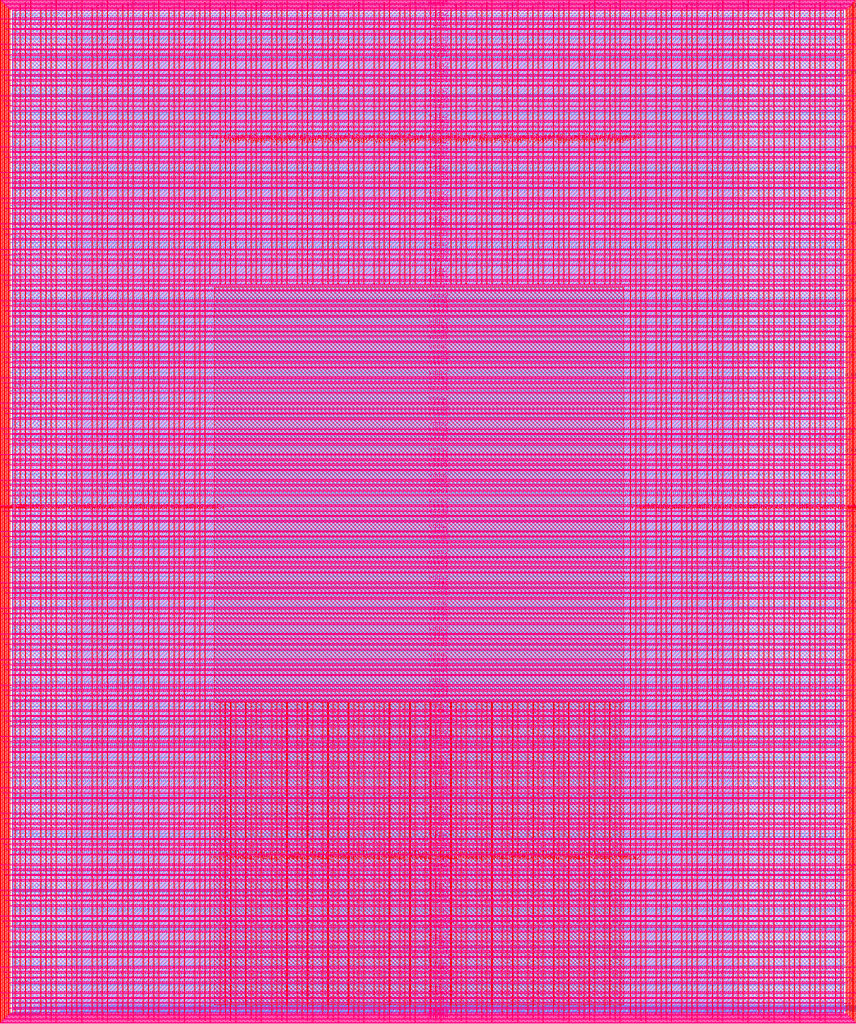
<source format=lef>
VERSION 5.7 ;
  NOWIREEXTENSIONATPIN ON ;
  DIVIDERCHAR "/" ;
  BUSBITCHARS "[]" ;
MACRO user_project_wrapper
  CLASS BLOCK ;
  FOREIGN user_project_wrapper ;
  ORIGIN 0.000 0.000 ;
  SIZE 2920.000 BY 3520.000 ;
  PIN analog_io[0]
    DIRECTION INOUT ;
    USE SIGNAL ;
    PORT
      LAYER met3 ;
        RECT 2917.600 1426.380 2924.800 1427.580 ;
    END
  END analog_io[0]
  PIN analog_io[10]
    DIRECTION INOUT ;
    USE SIGNAL ;
    PORT
      LAYER met2 ;
        RECT 2230.490 3517.600 2231.050 3524.800 ;
    END
  END analog_io[10]
  PIN analog_io[11]
    DIRECTION INOUT ;
    USE SIGNAL ;
    PORT
      LAYER met2 ;
        RECT 1905.730 3517.600 1906.290 3524.800 ;
    END
  END analog_io[11]
  PIN analog_io[12]
    DIRECTION INOUT ;
    USE SIGNAL ;
    PORT
      LAYER met2 ;
        RECT 1581.430 3517.600 1581.990 3524.800 ;
    END
  END analog_io[12]
  PIN analog_io[13]
    DIRECTION INOUT ;
    USE SIGNAL ;
    PORT
      LAYER met2 ;
        RECT 1257.130 3517.600 1257.690 3524.800 ;
    END
  END analog_io[13]
  PIN analog_io[14]
    DIRECTION INOUT ;
    USE SIGNAL ;
    PORT
      LAYER met2 ;
        RECT 932.370 3517.600 932.930 3524.800 ;
    END
  END analog_io[14]
  PIN analog_io[15]
    DIRECTION INOUT ;
    USE SIGNAL ;
    PORT
      LAYER met2 ;
        RECT 608.070 3517.600 608.630 3524.800 ;
    END
  END analog_io[15]
  PIN analog_io[16]
    DIRECTION INOUT ;
    USE SIGNAL ;
    PORT
      LAYER met2 ;
        RECT 283.770 3517.600 284.330 3524.800 ;
    END
  END analog_io[16]
  PIN analog_io[17]
    DIRECTION INOUT ;
    USE SIGNAL ;
    PORT
      LAYER met3 ;
        RECT -4.800 3486.100 2.400 3487.300 ;
    END
  END analog_io[17]
  PIN analog_io[18]
    DIRECTION INOUT ;
    USE SIGNAL ;
    PORT
      LAYER met3 ;
        RECT -4.800 3224.980 2.400 3226.180 ;
    END
  END analog_io[18]
  PIN analog_io[19]
    DIRECTION INOUT ;
    USE SIGNAL ;
    PORT
      LAYER met3 ;
        RECT -4.800 2964.540 2.400 2965.740 ;
    END
  END analog_io[19]
  PIN analog_io[1]
    DIRECTION INOUT ;
    USE SIGNAL ;
    PORT
      LAYER met3 ;
        RECT 2917.600 1692.260 2924.800 1693.460 ;
    END
  END analog_io[1]
  PIN analog_io[20]
    DIRECTION INOUT ;
    USE SIGNAL ;
    PORT
      LAYER met3 ;
        RECT -4.800 2703.420 2.400 2704.620 ;
    END
  END analog_io[20]
  PIN analog_io[21]
    DIRECTION INOUT ;
    USE SIGNAL ;
    PORT
      LAYER met3 ;
        RECT -4.800 2442.980 2.400 2444.180 ;
    END
  END analog_io[21]
  PIN analog_io[22]
    DIRECTION INOUT ;
    USE SIGNAL ;
    PORT
      LAYER met3 ;
        RECT -4.800 2182.540 2.400 2183.740 ;
    END
  END analog_io[22]
  PIN analog_io[23]
    DIRECTION INOUT ;
    USE SIGNAL ;
    PORT
      LAYER met3 ;
        RECT -4.800 1921.420 2.400 1922.620 ;
    END
  END analog_io[23]
  PIN analog_io[24]
    DIRECTION INOUT ;
    USE SIGNAL ;
    PORT
      LAYER met3 ;
        RECT -4.800 1660.980 2.400 1662.180 ;
    END
  END analog_io[24]
  PIN analog_io[25]
    DIRECTION INOUT ;
    USE SIGNAL ;
    PORT
      LAYER met3 ;
        RECT -4.800 1399.860 2.400 1401.060 ;
    END
  END analog_io[25]
  PIN analog_io[26]
    DIRECTION INOUT ;
    USE SIGNAL ;
    PORT
      LAYER met3 ;
        RECT -4.800 1139.420 2.400 1140.620 ;
    END
  END analog_io[26]
  PIN analog_io[27]
    DIRECTION INOUT ;
    USE SIGNAL ;
    PORT
      LAYER met3 ;
        RECT -4.800 878.980 2.400 880.180 ;
    END
  END analog_io[27]
  PIN analog_io[28]
    DIRECTION INOUT ;
    USE SIGNAL ;
    PORT
      LAYER met3 ;
        RECT -4.800 617.860 2.400 619.060 ;
    END
  END analog_io[28]
  PIN analog_io[2]
    DIRECTION INOUT ;
    USE SIGNAL ;
    PORT
      LAYER met3 ;
        RECT 2917.600 1958.140 2924.800 1959.340 ;
    END
  END analog_io[2]
  PIN analog_io[3]
    DIRECTION INOUT ;
    USE SIGNAL ;
    PORT
      LAYER met3 ;
        RECT 2917.600 2223.340 2924.800 2224.540 ;
    END
  END analog_io[3]
  PIN analog_io[4]
    DIRECTION INOUT ;
    USE SIGNAL ;
    PORT
      LAYER met3 ;
        RECT 2917.600 2489.220 2924.800 2490.420 ;
    END
  END analog_io[4]
  PIN analog_io[5]
    DIRECTION INOUT ;
    USE SIGNAL ;
    PORT
      LAYER met3 ;
        RECT 2917.600 2755.100 2924.800 2756.300 ;
    END
  END analog_io[5]
  PIN analog_io[6]
    DIRECTION INOUT ;
    USE SIGNAL ;
    PORT
      LAYER met3 ;
        RECT 2917.600 3020.300 2924.800 3021.500 ;
    END
  END analog_io[6]
  PIN analog_io[7]
    DIRECTION INOUT ;
    USE SIGNAL ;
    PORT
      LAYER met3 ;
        RECT 2917.600 3286.180 2924.800 3287.380 ;
    END
  END analog_io[7]
  PIN analog_io[8]
    DIRECTION INOUT ;
    USE SIGNAL ;
    PORT
      LAYER met2 ;
        RECT 2879.090 3517.600 2879.650 3524.800 ;
    END
  END analog_io[8]
  PIN analog_io[9]
    DIRECTION INOUT ;
    USE SIGNAL ;
    PORT
      LAYER met2 ;
        RECT 2554.790 3517.600 2555.350 3524.800 ;
    END
  END analog_io[9]
  PIN io_in[0]
    DIRECTION INPUT ;
    USE SIGNAL ;
    PORT
      LAYER met3 ;
        RECT 2917.600 32.380 2924.800 33.580 ;
    END
  END io_in[0]
  PIN io_in[10]
    DIRECTION INPUT ;
    USE SIGNAL ;
    PORT
      LAYER met3 ;
        RECT 2917.600 2289.980 2924.800 2291.180 ;
    END
  END io_in[10]
  PIN io_in[11]
    DIRECTION INPUT ;
    USE SIGNAL ;
    PORT
      LAYER met3 ;
        RECT 2917.600 2555.860 2924.800 2557.060 ;
    END
  END io_in[11]
  PIN io_in[12]
    DIRECTION INPUT ;
    USE SIGNAL ;
    PORT
      LAYER met3 ;
        RECT 2917.600 2821.060 2924.800 2822.260 ;
    END
  END io_in[12]
  PIN io_in[13]
    DIRECTION INPUT ;
    USE SIGNAL ;
    PORT
      LAYER met3 ;
        RECT 2917.600 3086.940 2924.800 3088.140 ;
    END
  END io_in[13]
  PIN io_in[14]
    DIRECTION INPUT ;
    USE SIGNAL ;
    PORT
      LAYER met3 ;
        RECT 2917.600 3352.820 2924.800 3354.020 ;
    END
  END io_in[14]
  PIN io_in[15]
    DIRECTION INPUT ;
    USE SIGNAL ;
    PORT
      LAYER met2 ;
        RECT 2798.130 3517.600 2798.690 3524.800 ;
    END
  END io_in[15]
  PIN io_in[16]
    DIRECTION INPUT ;
    USE SIGNAL ;
    PORT
      LAYER met2 ;
        RECT 2473.830 3517.600 2474.390 3524.800 ;
    END
  END io_in[16]
  PIN io_in[17]
    DIRECTION INPUT ;
    USE SIGNAL ;
    PORT
      LAYER met2 ;
        RECT 2149.070 3517.600 2149.630 3524.800 ;
    END
  END io_in[17]
  PIN io_in[18]
    DIRECTION INPUT ;
    USE SIGNAL ;
    PORT
      LAYER met2 ;
        RECT 1824.770 3517.600 1825.330 3524.800 ;
    END
  END io_in[18]
  PIN io_in[19]
    DIRECTION INPUT ;
    USE SIGNAL ;
    PORT
      LAYER met2 ;
        RECT 1500.470 3517.600 1501.030 3524.800 ;
    END
  END io_in[19]
  PIN io_in[1]
    DIRECTION INPUT ;
    USE SIGNAL ;
    PORT
      LAYER met3 ;
        RECT 2917.600 230.940 2924.800 232.140 ;
    END
  END io_in[1]
  PIN io_in[20]
    DIRECTION INPUT ;
    USE SIGNAL ;
    PORT
      LAYER met2 ;
        RECT 1175.710 3517.600 1176.270 3524.800 ;
    END
  END io_in[20]
  PIN io_in[21]
    DIRECTION INPUT ;
    USE SIGNAL ;
    PORT
      LAYER met2 ;
        RECT 851.410 3517.600 851.970 3524.800 ;
    END
  END io_in[21]
  PIN io_in[22]
    DIRECTION INPUT ;
    USE SIGNAL ;
    PORT
      LAYER met2 ;
        RECT 527.110 3517.600 527.670 3524.800 ;
    END
  END io_in[22]
  PIN io_in[23]
    DIRECTION INPUT ;
    USE SIGNAL ;
    PORT
      LAYER met2 ;
        RECT 202.350 3517.600 202.910 3524.800 ;
    END
  END io_in[23]
  PIN io_in[24]
    DIRECTION INPUT ;
    USE SIGNAL ;
    PORT
      LAYER met3 ;
        RECT -4.800 3420.820 2.400 3422.020 ;
    END
  END io_in[24]
  PIN io_in[25]
    DIRECTION INPUT ;
    USE SIGNAL ;
    PORT
      LAYER met3 ;
        RECT -4.800 3159.700 2.400 3160.900 ;
    END
  END io_in[25]
  PIN io_in[26]
    DIRECTION INPUT ;
    USE SIGNAL ;
    PORT
      LAYER met3 ;
        RECT -4.800 2899.260 2.400 2900.460 ;
    END
  END io_in[26]
  PIN io_in[27]
    DIRECTION INPUT ;
    USE SIGNAL ;
    PORT
      LAYER met3 ;
        RECT -4.800 2638.820 2.400 2640.020 ;
    END
  END io_in[27]
  PIN io_in[28]
    DIRECTION INPUT ;
    USE SIGNAL ;
    PORT
      LAYER met3 ;
        RECT -4.800 2377.700 2.400 2378.900 ;
    END
  END io_in[28]
  PIN io_in[29]
    DIRECTION INPUT ;
    USE SIGNAL ;
    PORT
      LAYER met3 ;
        RECT -4.800 2117.260 2.400 2118.460 ;
    END
  END io_in[29]
  PIN io_in[2]
    DIRECTION INPUT ;
    USE SIGNAL ;
    PORT
      LAYER met3 ;
        RECT 2917.600 430.180 2924.800 431.380 ;
    END
  END io_in[2]
  PIN io_in[30]
    DIRECTION INPUT ;
    USE SIGNAL ;
    PORT
      LAYER met3 ;
        RECT -4.800 1856.140 2.400 1857.340 ;
    END
  END io_in[30]
  PIN io_in[31]
    DIRECTION INPUT ;
    USE SIGNAL ;
    PORT
      LAYER met3 ;
        RECT -4.800 1595.700 2.400 1596.900 ;
    END
  END io_in[31]
  PIN io_in[32]
    DIRECTION INPUT ;
    USE SIGNAL ;
    PORT
      LAYER met3 ;
        RECT -4.800 1335.260 2.400 1336.460 ;
    END
  END io_in[32]
  PIN io_in[33]
    DIRECTION INPUT ;
    USE SIGNAL ;
    PORT
      LAYER met3 ;
        RECT -4.800 1074.140 2.400 1075.340 ;
    END
  END io_in[33]
  PIN io_in[34]
    DIRECTION INPUT ;
    USE SIGNAL ;
    PORT
      LAYER met3 ;
        RECT -4.800 813.700 2.400 814.900 ;
    END
  END io_in[34]
  PIN io_in[35]
    DIRECTION INPUT ;
    USE SIGNAL ;
    PORT
      LAYER met3 ;
        RECT -4.800 552.580 2.400 553.780 ;
    END
  END io_in[35]
  PIN io_in[36]
    DIRECTION INPUT ;
    USE SIGNAL ;
    PORT
      LAYER met3 ;
        RECT -4.800 357.420 2.400 358.620 ;
    END
  END io_in[36]
  PIN io_in[37]
    DIRECTION INPUT ;
    USE SIGNAL ;
    PORT
      LAYER met3 ;
        RECT -4.800 161.580 2.400 162.780 ;
    END
  END io_in[37]
  PIN io_in[3]
    DIRECTION INPUT ;
    USE SIGNAL ;
    PORT
      LAYER met3 ;
        RECT 2917.600 629.420 2924.800 630.620 ;
    END
  END io_in[3]
  PIN io_in[4]
    DIRECTION INPUT ;
    USE SIGNAL ;
    PORT
      LAYER met3 ;
        RECT 2917.600 828.660 2924.800 829.860 ;
    END
  END io_in[4]
  PIN io_in[5]
    DIRECTION INPUT ;
    USE SIGNAL ;
    PORT
      LAYER met3 ;
        RECT 2917.600 1027.900 2924.800 1029.100 ;
    END
  END io_in[5]
  PIN io_in[6]
    DIRECTION INPUT ;
    USE SIGNAL ;
    PORT
      LAYER met3 ;
        RECT 2917.600 1227.140 2924.800 1228.340 ;
    END
  END io_in[6]
  PIN io_in[7]
    DIRECTION INPUT ;
    USE SIGNAL ;
    PORT
      LAYER met3 ;
        RECT 2917.600 1493.020 2924.800 1494.220 ;
    END
  END io_in[7]
  PIN io_in[8]
    DIRECTION INPUT ;
    USE SIGNAL ;
    PORT
      LAYER met3 ;
        RECT 2917.600 1758.900 2924.800 1760.100 ;
    END
  END io_in[8]
  PIN io_in[9]
    DIRECTION INPUT ;
    USE SIGNAL ;
    PORT
      LAYER met3 ;
        RECT 2917.600 2024.100 2924.800 2025.300 ;
    END
  END io_in[9]
  PIN io_oeb[0]
    DIRECTION OUTPUT TRISTATE ;
    USE SIGNAL ;
    PORT
      LAYER met3 ;
        RECT 2917.600 164.980 2924.800 166.180 ;
    END
  END io_oeb[0]
  PIN io_oeb[10]
    DIRECTION OUTPUT TRISTATE ;
    USE SIGNAL ;
    PORT
      LAYER met3 ;
        RECT 2917.600 2422.580 2924.800 2423.780 ;
    END
  END io_oeb[10]
  PIN io_oeb[11]
    DIRECTION OUTPUT TRISTATE ;
    USE SIGNAL ;
    PORT
      LAYER met3 ;
        RECT 2917.600 2688.460 2924.800 2689.660 ;
    END
  END io_oeb[11]
  PIN io_oeb[12]
    DIRECTION OUTPUT TRISTATE ;
    USE SIGNAL ;
    PORT
      LAYER met3 ;
        RECT 2917.600 2954.340 2924.800 2955.540 ;
    END
  END io_oeb[12]
  PIN io_oeb[13]
    DIRECTION OUTPUT TRISTATE ;
    USE SIGNAL ;
    PORT
      LAYER met3 ;
        RECT 2917.600 3219.540 2924.800 3220.740 ;
    END
  END io_oeb[13]
  PIN io_oeb[14]
    DIRECTION OUTPUT TRISTATE ;
    USE SIGNAL ;
    PORT
      LAYER met3 ;
        RECT 2917.600 3485.420 2924.800 3486.620 ;
    END
  END io_oeb[14]
  PIN io_oeb[15]
    DIRECTION OUTPUT TRISTATE ;
    USE SIGNAL ;
    PORT
      LAYER met2 ;
        RECT 2635.750 3517.600 2636.310 3524.800 ;
    END
  END io_oeb[15]
  PIN io_oeb[16]
    DIRECTION OUTPUT TRISTATE ;
    USE SIGNAL ;
    PORT
      LAYER met2 ;
        RECT 2311.450 3517.600 2312.010 3524.800 ;
    END
  END io_oeb[16]
  PIN io_oeb[17]
    DIRECTION OUTPUT TRISTATE ;
    USE SIGNAL ;
    PORT
      LAYER met2 ;
        RECT 1987.150 3517.600 1987.710 3524.800 ;
    END
  END io_oeb[17]
  PIN io_oeb[18]
    DIRECTION OUTPUT TRISTATE ;
    USE SIGNAL ;
    PORT
      LAYER met2 ;
        RECT 1662.390 3517.600 1662.950 3524.800 ;
    END
  END io_oeb[18]
  PIN io_oeb[19]
    DIRECTION OUTPUT TRISTATE ;
    USE SIGNAL ;
    PORT
      LAYER met2 ;
        RECT 1338.090 3517.600 1338.650 3524.800 ;
    END
  END io_oeb[19]
  PIN io_oeb[1]
    DIRECTION OUTPUT TRISTATE ;
    USE SIGNAL ;
    PORT
      LAYER met3 ;
        RECT 2917.600 364.220 2924.800 365.420 ;
    END
  END io_oeb[1]
  PIN io_oeb[20]
    DIRECTION OUTPUT TRISTATE ;
    USE SIGNAL ;
    PORT
      LAYER met2 ;
        RECT 1013.790 3517.600 1014.350 3524.800 ;
    END
  END io_oeb[20]
  PIN io_oeb[21]
    DIRECTION OUTPUT TRISTATE ;
    USE SIGNAL ;
    PORT
      LAYER met2 ;
        RECT 689.030 3517.600 689.590 3524.800 ;
    END
  END io_oeb[21]
  PIN io_oeb[22]
    DIRECTION OUTPUT TRISTATE ;
    USE SIGNAL ;
    PORT
      LAYER met2 ;
        RECT 364.730 3517.600 365.290 3524.800 ;
    END
  END io_oeb[22]
  PIN io_oeb[23]
    DIRECTION OUTPUT TRISTATE ;
    USE SIGNAL ;
    PORT
      LAYER met2 ;
        RECT 40.430 3517.600 40.990 3524.800 ;
    END
  END io_oeb[23]
  PIN io_oeb[24]
    DIRECTION OUTPUT TRISTATE ;
    USE SIGNAL ;
    PORT
      LAYER met3 ;
        RECT -4.800 3290.260 2.400 3291.460 ;
    END
  END io_oeb[24]
  PIN io_oeb[25]
    DIRECTION OUTPUT TRISTATE ;
    USE SIGNAL ;
    PORT
      LAYER met3 ;
        RECT -4.800 3029.820 2.400 3031.020 ;
    END
  END io_oeb[25]
  PIN io_oeb[26]
    DIRECTION OUTPUT TRISTATE ;
    USE SIGNAL ;
    PORT
      LAYER met3 ;
        RECT -4.800 2768.700 2.400 2769.900 ;
    END
  END io_oeb[26]
  PIN io_oeb[27]
    DIRECTION OUTPUT TRISTATE ;
    USE SIGNAL ;
    PORT
      LAYER met3 ;
        RECT -4.800 2508.260 2.400 2509.460 ;
    END
  END io_oeb[27]
  PIN io_oeb[28]
    DIRECTION OUTPUT TRISTATE ;
    USE SIGNAL ;
    PORT
      LAYER met3 ;
        RECT -4.800 2247.140 2.400 2248.340 ;
    END
  END io_oeb[28]
  PIN io_oeb[29]
    DIRECTION OUTPUT TRISTATE ;
    USE SIGNAL ;
    PORT
      LAYER met3 ;
        RECT -4.800 1986.700 2.400 1987.900 ;
    END
  END io_oeb[29]
  PIN io_oeb[2]
    DIRECTION OUTPUT TRISTATE ;
    USE SIGNAL ;
    PORT
      LAYER met3 ;
        RECT 2917.600 563.460 2924.800 564.660 ;
    END
  END io_oeb[2]
  PIN io_oeb[30]
    DIRECTION OUTPUT TRISTATE ;
    USE SIGNAL ;
    PORT
      LAYER met3 ;
        RECT -4.800 1726.260 2.400 1727.460 ;
    END
  END io_oeb[30]
  PIN io_oeb[31]
    DIRECTION OUTPUT TRISTATE ;
    USE SIGNAL ;
    PORT
      LAYER met3 ;
        RECT -4.800 1465.140 2.400 1466.340 ;
    END
  END io_oeb[31]
  PIN io_oeb[32]
    DIRECTION OUTPUT TRISTATE ;
    USE SIGNAL ;
    PORT
      LAYER met3 ;
        RECT -4.800 1204.700 2.400 1205.900 ;
    END
  END io_oeb[32]
  PIN io_oeb[33]
    DIRECTION OUTPUT TRISTATE ;
    USE SIGNAL ;
    PORT
      LAYER met3 ;
        RECT -4.800 943.580 2.400 944.780 ;
    END
  END io_oeb[33]
  PIN io_oeb[34]
    DIRECTION OUTPUT TRISTATE ;
    USE SIGNAL ;
    PORT
      LAYER met3 ;
        RECT -4.800 683.140 2.400 684.340 ;
    END
  END io_oeb[34]
  PIN io_oeb[35]
    DIRECTION OUTPUT TRISTATE ;
    USE SIGNAL ;
    PORT
      LAYER met3 ;
        RECT -4.800 422.700 2.400 423.900 ;
    END
  END io_oeb[35]
  PIN io_oeb[36]
    DIRECTION OUTPUT TRISTATE ;
    USE SIGNAL ;
    PORT
      LAYER met3 ;
        RECT -4.800 226.860 2.400 228.060 ;
    END
  END io_oeb[36]
  PIN io_oeb[37]
    DIRECTION OUTPUT TRISTATE ;
    USE SIGNAL ;
    PORT
      LAYER met3 ;
        RECT -4.800 31.700 2.400 32.900 ;
    END
  END io_oeb[37]
  PIN io_oeb[3]
    DIRECTION OUTPUT TRISTATE ;
    USE SIGNAL ;
    PORT
      LAYER met3 ;
        RECT 2917.600 762.700 2924.800 763.900 ;
    END
  END io_oeb[3]
  PIN io_oeb[4]
    DIRECTION OUTPUT TRISTATE ;
    USE SIGNAL ;
    PORT
      LAYER met3 ;
        RECT 2917.600 961.940 2924.800 963.140 ;
    END
  END io_oeb[4]
  PIN io_oeb[5]
    DIRECTION OUTPUT TRISTATE ;
    USE SIGNAL ;
    PORT
      LAYER met3 ;
        RECT 2917.600 1161.180 2924.800 1162.380 ;
    END
  END io_oeb[5]
  PIN io_oeb[6]
    DIRECTION OUTPUT TRISTATE ;
    USE SIGNAL ;
    PORT
      LAYER met3 ;
        RECT 2917.600 1360.420 2924.800 1361.620 ;
    END
  END io_oeb[6]
  PIN io_oeb[7]
    DIRECTION OUTPUT TRISTATE ;
    USE SIGNAL ;
    PORT
      LAYER met3 ;
        RECT 2917.600 1625.620 2924.800 1626.820 ;
    END
  END io_oeb[7]
  PIN io_oeb[8]
    DIRECTION OUTPUT TRISTATE ;
    USE SIGNAL ;
    PORT
      LAYER met3 ;
        RECT 2917.600 1891.500 2924.800 1892.700 ;
    END
  END io_oeb[8]
  PIN io_oeb[9]
    DIRECTION OUTPUT TRISTATE ;
    USE SIGNAL ;
    PORT
      LAYER met3 ;
        RECT 2917.600 2157.380 2924.800 2158.580 ;
    END
  END io_oeb[9]
  PIN io_out[0]
    DIRECTION OUTPUT TRISTATE ;
    USE SIGNAL ;
    PORT
      LAYER met3 ;
        RECT 2917.600 98.340 2924.800 99.540 ;
    END
  END io_out[0]
  PIN io_out[10]
    DIRECTION OUTPUT TRISTATE ;
    USE SIGNAL ;
    PORT
      LAYER met3 ;
        RECT 2917.600 2356.620 2924.800 2357.820 ;
    END
  END io_out[10]
  PIN io_out[11]
    DIRECTION OUTPUT TRISTATE ;
    USE SIGNAL ;
    PORT
      LAYER met3 ;
        RECT 2917.600 2621.820 2924.800 2623.020 ;
    END
  END io_out[11]
  PIN io_out[12]
    DIRECTION OUTPUT TRISTATE ;
    USE SIGNAL ;
    PORT
      LAYER met3 ;
        RECT 2917.600 2887.700 2924.800 2888.900 ;
    END
  END io_out[12]
  PIN io_out[13]
    DIRECTION OUTPUT TRISTATE ;
    USE SIGNAL ;
    PORT
      LAYER met3 ;
        RECT 2917.600 3153.580 2924.800 3154.780 ;
    END
  END io_out[13]
  PIN io_out[14]
    DIRECTION OUTPUT TRISTATE ;
    USE SIGNAL ;
    PORT
      LAYER met3 ;
        RECT 2917.600 3418.780 2924.800 3419.980 ;
    END
  END io_out[14]
  PIN io_out[15]
    DIRECTION OUTPUT TRISTATE ;
    USE SIGNAL ;
    PORT
      LAYER met2 ;
        RECT 2717.170 3517.600 2717.730 3524.800 ;
    END
  END io_out[15]
  PIN io_out[16]
    DIRECTION OUTPUT TRISTATE ;
    USE SIGNAL ;
    PORT
      LAYER met2 ;
        RECT 2392.410 3517.600 2392.970 3524.800 ;
    END
  END io_out[16]
  PIN io_out[17]
    DIRECTION OUTPUT TRISTATE ;
    USE SIGNAL ;
    PORT
      LAYER met2 ;
        RECT 2068.110 3517.600 2068.670 3524.800 ;
    END
  END io_out[17]
  PIN io_out[18]
    DIRECTION OUTPUT TRISTATE ;
    USE SIGNAL ;
    PORT
      LAYER met2 ;
        RECT 1743.810 3517.600 1744.370 3524.800 ;
    END
  END io_out[18]
  PIN io_out[19]
    DIRECTION OUTPUT TRISTATE ;
    USE SIGNAL ;
    PORT
      LAYER met2 ;
        RECT 1419.050 3517.600 1419.610 3524.800 ;
    END
  END io_out[19]
  PIN io_out[1]
    DIRECTION OUTPUT TRISTATE ;
    USE SIGNAL ;
    PORT
      LAYER met3 ;
        RECT 2917.600 297.580 2924.800 298.780 ;
    END
  END io_out[1]
  PIN io_out[20]
    DIRECTION OUTPUT TRISTATE ;
    USE SIGNAL ;
    PORT
      LAYER met2 ;
        RECT 1094.750 3517.600 1095.310 3524.800 ;
    END
  END io_out[20]
  PIN io_out[21]
    DIRECTION OUTPUT TRISTATE ;
    USE SIGNAL ;
    PORT
      LAYER met2 ;
        RECT 770.450 3517.600 771.010 3524.800 ;
    END
  END io_out[21]
  PIN io_out[22]
    DIRECTION OUTPUT TRISTATE ;
    USE SIGNAL ;
    PORT
      LAYER met2 ;
        RECT 445.690 3517.600 446.250 3524.800 ;
    END
  END io_out[22]
  PIN io_out[23]
    DIRECTION OUTPUT TRISTATE ;
    USE SIGNAL ;
    PORT
      LAYER met2 ;
        RECT 121.390 3517.600 121.950 3524.800 ;
    END
  END io_out[23]
  PIN io_out[24]
    DIRECTION OUTPUT TRISTATE ;
    USE SIGNAL ;
    PORT
      LAYER met3 ;
        RECT -4.800 3355.540 2.400 3356.740 ;
    END
  END io_out[24]
  PIN io_out[25]
    DIRECTION OUTPUT TRISTATE ;
    USE SIGNAL ;
    PORT
      LAYER met3 ;
        RECT -4.800 3095.100 2.400 3096.300 ;
    END
  END io_out[25]
  PIN io_out[26]
    DIRECTION OUTPUT TRISTATE ;
    USE SIGNAL ;
    PORT
      LAYER met3 ;
        RECT -4.800 2833.980 2.400 2835.180 ;
    END
  END io_out[26]
  PIN io_out[27]
    DIRECTION OUTPUT TRISTATE ;
    USE SIGNAL ;
    PORT
      LAYER met3 ;
        RECT -4.800 2573.540 2.400 2574.740 ;
    END
  END io_out[27]
  PIN io_out[28]
    DIRECTION OUTPUT TRISTATE ;
    USE SIGNAL ;
    PORT
      LAYER met3 ;
        RECT -4.800 2312.420 2.400 2313.620 ;
    END
  END io_out[28]
  PIN io_out[29]
    DIRECTION OUTPUT TRISTATE ;
    USE SIGNAL ;
    PORT
      LAYER met3 ;
        RECT -4.800 2051.980 2.400 2053.180 ;
    END
  END io_out[29]
  PIN io_out[2]
    DIRECTION OUTPUT TRISTATE ;
    USE SIGNAL ;
    PORT
      LAYER met3 ;
        RECT 2917.600 496.820 2924.800 498.020 ;
    END
  END io_out[2]
  PIN io_out[30]
    DIRECTION OUTPUT TRISTATE ;
    USE SIGNAL ;
    PORT
      LAYER met3 ;
        RECT -4.800 1791.540 2.400 1792.740 ;
    END
  END io_out[30]
  PIN io_out[31]
    DIRECTION OUTPUT TRISTATE ;
    USE SIGNAL ;
    PORT
      LAYER met3 ;
        RECT -4.800 1530.420 2.400 1531.620 ;
    END
  END io_out[31]
  PIN io_out[32]
    DIRECTION OUTPUT TRISTATE ;
    USE SIGNAL ;
    PORT
      LAYER met3 ;
        RECT -4.800 1269.980 2.400 1271.180 ;
    END
  END io_out[32]
  PIN io_out[33]
    DIRECTION OUTPUT TRISTATE ;
    USE SIGNAL ;
    PORT
      LAYER met3 ;
        RECT -4.800 1008.860 2.400 1010.060 ;
    END
  END io_out[33]
  PIN io_out[34]
    DIRECTION OUTPUT TRISTATE ;
    USE SIGNAL ;
    PORT
      LAYER met3 ;
        RECT -4.800 748.420 2.400 749.620 ;
    END
  END io_out[34]
  PIN io_out[35]
    DIRECTION OUTPUT TRISTATE ;
    USE SIGNAL ;
    PORT
      LAYER met3 ;
        RECT -4.800 487.300 2.400 488.500 ;
    END
  END io_out[35]
  PIN io_out[36]
    DIRECTION OUTPUT TRISTATE ;
    USE SIGNAL ;
    PORT
      LAYER met3 ;
        RECT -4.800 292.140 2.400 293.340 ;
    END
  END io_out[36]
  PIN io_out[37]
    DIRECTION OUTPUT TRISTATE ;
    USE SIGNAL ;
    PORT
      LAYER met3 ;
        RECT -4.800 96.300 2.400 97.500 ;
    END
  END io_out[37]
  PIN io_out[3]
    DIRECTION OUTPUT TRISTATE ;
    USE SIGNAL ;
    PORT
      LAYER met3 ;
        RECT 2917.600 696.060 2924.800 697.260 ;
    END
  END io_out[3]
  PIN io_out[4]
    DIRECTION OUTPUT TRISTATE ;
    USE SIGNAL ;
    PORT
      LAYER met3 ;
        RECT 2917.600 895.300 2924.800 896.500 ;
    END
  END io_out[4]
  PIN io_out[5]
    DIRECTION OUTPUT TRISTATE ;
    USE SIGNAL ;
    PORT
      LAYER met3 ;
        RECT 2917.600 1094.540 2924.800 1095.740 ;
    END
  END io_out[5]
  PIN io_out[6]
    DIRECTION OUTPUT TRISTATE ;
    USE SIGNAL ;
    PORT
      LAYER met3 ;
        RECT 2917.600 1293.780 2924.800 1294.980 ;
    END
  END io_out[6]
  PIN io_out[7]
    DIRECTION OUTPUT TRISTATE ;
    USE SIGNAL ;
    PORT
      LAYER met3 ;
        RECT 2917.600 1559.660 2924.800 1560.860 ;
    END
  END io_out[7]
  PIN io_out[8]
    DIRECTION OUTPUT TRISTATE ;
    USE SIGNAL ;
    PORT
      LAYER met3 ;
        RECT 2917.600 1824.860 2924.800 1826.060 ;
    END
  END io_out[8]
  PIN io_out[9]
    DIRECTION OUTPUT TRISTATE ;
    USE SIGNAL ;
    PORT
      LAYER met3 ;
        RECT 2917.600 2090.740 2924.800 2091.940 ;
    END
  END io_out[9]
  PIN la_data_in[0]
    DIRECTION INPUT ;
    USE SIGNAL ;
    PORT
      LAYER met2 ;
        RECT 629.230 -4.800 629.790 2.400 ;
    END
  END la_data_in[0]
  PIN la_data_in[100]
    DIRECTION INPUT ;
    USE SIGNAL ;
    PORT
      LAYER met2 ;
        RECT 2402.530 -4.800 2403.090 2.400 ;
    END
  END la_data_in[100]
  PIN la_data_in[101]
    DIRECTION INPUT ;
    USE SIGNAL ;
    PORT
      LAYER met2 ;
        RECT 2420.010 -4.800 2420.570 2.400 ;
    END
  END la_data_in[101]
  PIN la_data_in[102]
    DIRECTION INPUT ;
    USE SIGNAL ;
    PORT
      LAYER met2 ;
        RECT 2437.950 -4.800 2438.510 2.400 ;
    END
  END la_data_in[102]
  PIN la_data_in[103]
    DIRECTION INPUT ;
    USE SIGNAL ;
    PORT
      LAYER met2 ;
        RECT 2455.430 -4.800 2455.990 2.400 ;
    END
  END la_data_in[103]
  PIN la_data_in[104]
    DIRECTION INPUT ;
    USE SIGNAL ;
    PORT
      LAYER met2 ;
        RECT 2473.370 -4.800 2473.930 2.400 ;
    END
  END la_data_in[104]
  PIN la_data_in[105]
    DIRECTION INPUT ;
    USE SIGNAL ;
    PORT
      LAYER met2 ;
        RECT 2490.850 -4.800 2491.410 2.400 ;
    END
  END la_data_in[105]
  PIN la_data_in[106]
    DIRECTION INPUT ;
    USE SIGNAL ;
    PORT
      LAYER met2 ;
        RECT 2508.790 -4.800 2509.350 2.400 ;
    END
  END la_data_in[106]
  PIN la_data_in[107]
    DIRECTION INPUT ;
    USE SIGNAL ;
    PORT
      LAYER met2 ;
        RECT 2526.730 -4.800 2527.290 2.400 ;
    END
  END la_data_in[107]
  PIN la_data_in[108]
    DIRECTION INPUT ;
    USE SIGNAL ;
    PORT
      LAYER met2 ;
        RECT 2544.210 -4.800 2544.770 2.400 ;
    END
  END la_data_in[108]
  PIN la_data_in[109]
    DIRECTION INPUT ;
    USE SIGNAL ;
    PORT
      LAYER met2 ;
        RECT 2562.150 -4.800 2562.710 2.400 ;
    END
  END la_data_in[109]
  PIN la_data_in[10]
    DIRECTION INPUT ;
    USE SIGNAL ;
    PORT
      LAYER met2 ;
        RECT 806.330 -4.800 806.890 2.400 ;
    END
  END la_data_in[10]
  PIN la_data_in[110]
    DIRECTION INPUT ;
    USE SIGNAL ;
    PORT
      LAYER met2 ;
        RECT 2579.630 -4.800 2580.190 2.400 ;
    END
  END la_data_in[110]
  PIN la_data_in[111]
    DIRECTION INPUT ;
    USE SIGNAL ;
    PORT
      LAYER met2 ;
        RECT 2597.570 -4.800 2598.130 2.400 ;
    END
  END la_data_in[111]
  PIN la_data_in[112]
    DIRECTION INPUT ;
    USE SIGNAL ;
    PORT
      LAYER met2 ;
        RECT 2615.050 -4.800 2615.610 2.400 ;
    END
  END la_data_in[112]
  PIN la_data_in[113]
    DIRECTION INPUT ;
    USE SIGNAL ;
    PORT
      LAYER met2 ;
        RECT 2632.990 -4.800 2633.550 2.400 ;
    END
  END la_data_in[113]
  PIN la_data_in[114]
    DIRECTION INPUT ;
    USE SIGNAL ;
    PORT
      LAYER met2 ;
        RECT 2650.470 -4.800 2651.030 2.400 ;
    END
  END la_data_in[114]
  PIN la_data_in[115]
    DIRECTION INPUT ;
    USE SIGNAL ;
    PORT
      LAYER met2 ;
        RECT 2668.410 -4.800 2668.970 2.400 ;
    END
  END la_data_in[115]
  PIN la_data_in[116]
    DIRECTION INPUT ;
    USE SIGNAL ;
    PORT
      LAYER met2 ;
        RECT 2685.890 -4.800 2686.450 2.400 ;
    END
  END la_data_in[116]
  PIN la_data_in[117]
    DIRECTION INPUT ;
    USE SIGNAL ;
    PORT
      LAYER met2 ;
        RECT 2703.830 -4.800 2704.390 2.400 ;
    END
  END la_data_in[117]
  PIN la_data_in[118]
    DIRECTION INPUT ;
    USE SIGNAL ;
    PORT
      LAYER met2 ;
        RECT 2721.770 -4.800 2722.330 2.400 ;
    END
  END la_data_in[118]
  PIN la_data_in[119]
    DIRECTION INPUT ;
    USE SIGNAL ;
    PORT
      LAYER met2 ;
        RECT 2739.250 -4.800 2739.810 2.400 ;
    END
  END la_data_in[119]
  PIN la_data_in[11]
    DIRECTION INPUT ;
    USE SIGNAL ;
    PORT
      LAYER met2 ;
        RECT 824.270 -4.800 824.830 2.400 ;
    END
  END la_data_in[11]
  PIN la_data_in[120]
    DIRECTION INPUT ;
    USE SIGNAL ;
    PORT
      LAYER met2 ;
        RECT 2757.190 -4.800 2757.750 2.400 ;
    END
  END la_data_in[120]
  PIN la_data_in[121]
    DIRECTION INPUT ;
    USE SIGNAL ;
    PORT
      LAYER met2 ;
        RECT 2774.670 -4.800 2775.230 2.400 ;
    END
  END la_data_in[121]
  PIN la_data_in[122]
    DIRECTION INPUT ;
    USE SIGNAL ;
    PORT
      LAYER met2 ;
        RECT 2792.610 -4.800 2793.170 2.400 ;
    END
  END la_data_in[122]
  PIN la_data_in[123]
    DIRECTION INPUT ;
    USE SIGNAL ;
    PORT
      LAYER met2 ;
        RECT 2810.090 -4.800 2810.650 2.400 ;
    END
  END la_data_in[123]
  PIN la_data_in[124]
    DIRECTION INPUT ;
    USE SIGNAL ;
    PORT
      LAYER met2 ;
        RECT 2828.030 -4.800 2828.590 2.400 ;
    END
  END la_data_in[124]
  PIN la_data_in[125]
    DIRECTION INPUT ;
    USE SIGNAL ;
    PORT
      LAYER met2 ;
        RECT 2845.510 -4.800 2846.070 2.400 ;
    END
  END la_data_in[125]
  PIN la_data_in[126]
    DIRECTION INPUT ;
    USE SIGNAL ;
    PORT
      LAYER met2 ;
        RECT 2863.450 -4.800 2864.010 2.400 ;
    END
  END la_data_in[126]
  PIN la_data_in[127]
    DIRECTION INPUT ;
    USE SIGNAL ;
    PORT
      LAYER met2 ;
        RECT 2881.390 -4.800 2881.950 2.400 ;
    END
  END la_data_in[127]
  PIN la_data_in[12]
    DIRECTION INPUT ;
    USE SIGNAL ;
    PORT
      LAYER met2 ;
        RECT 841.750 -4.800 842.310 2.400 ;
    END
  END la_data_in[12]
  PIN la_data_in[13]
    DIRECTION INPUT ;
    USE SIGNAL ;
    PORT
      LAYER met2 ;
        RECT 859.690 -4.800 860.250 2.400 ;
    END
  END la_data_in[13]
  PIN la_data_in[14]
    DIRECTION INPUT ;
    USE SIGNAL ;
    PORT
      LAYER met2 ;
        RECT 877.170 -4.800 877.730 2.400 ;
    END
  END la_data_in[14]
  PIN la_data_in[15]
    DIRECTION INPUT ;
    USE SIGNAL ;
    PORT
      LAYER met2 ;
        RECT 895.110 -4.800 895.670 2.400 ;
    END
  END la_data_in[15]
  PIN la_data_in[16]
    DIRECTION INPUT ;
    USE SIGNAL ;
    PORT
      LAYER met2 ;
        RECT 912.590 -4.800 913.150 2.400 ;
    END
  END la_data_in[16]
  PIN la_data_in[17]
    DIRECTION INPUT ;
    USE SIGNAL ;
    PORT
      LAYER met2 ;
        RECT 930.530 -4.800 931.090 2.400 ;
    END
  END la_data_in[17]
  PIN la_data_in[18]
    DIRECTION INPUT ;
    USE SIGNAL ;
    PORT
      LAYER met2 ;
        RECT 948.470 -4.800 949.030 2.400 ;
    END
  END la_data_in[18]
  PIN la_data_in[19]
    DIRECTION INPUT ;
    USE SIGNAL ;
    PORT
      LAYER met2 ;
        RECT 965.950 -4.800 966.510 2.400 ;
    END
  END la_data_in[19]
  PIN la_data_in[1]
    DIRECTION INPUT ;
    USE SIGNAL ;
    PORT
      LAYER met2 ;
        RECT 646.710 -4.800 647.270 2.400 ;
    END
  END la_data_in[1]
  PIN la_data_in[20]
    DIRECTION INPUT ;
    USE SIGNAL ;
    PORT
      LAYER met2 ;
        RECT 983.890 -4.800 984.450 2.400 ;
    END
  END la_data_in[20]
  PIN la_data_in[21]
    DIRECTION INPUT ;
    USE SIGNAL ;
    PORT
      LAYER met2 ;
        RECT 1001.370 -4.800 1001.930 2.400 ;
    END
  END la_data_in[21]
  PIN la_data_in[22]
    DIRECTION INPUT ;
    USE SIGNAL ;
    PORT
      LAYER met2 ;
        RECT 1019.310 -4.800 1019.870 2.400 ;
    END
  END la_data_in[22]
  PIN la_data_in[23]
    DIRECTION INPUT ;
    USE SIGNAL ;
    PORT
      LAYER met2 ;
        RECT 1036.790 -4.800 1037.350 2.400 ;
    END
  END la_data_in[23]
  PIN la_data_in[24]
    DIRECTION INPUT ;
    USE SIGNAL ;
    PORT
      LAYER met2 ;
        RECT 1054.730 -4.800 1055.290 2.400 ;
    END
  END la_data_in[24]
  PIN la_data_in[25]
    DIRECTION INPUT ;
    USE SIGNAL ;
    PORT
      LAYER met2 ;
        RECT 1072.210 -4.800 1072.770 2.400 ;
    END
  END la_data_in[25]
  PIN la_data_in[26]
    DIRECTION INPUT ;
    USE SIGNAL ;
    PORT
      LAYER met2 ;
        RECT 1090.150 -4.800 1090.710 2.400 ;
    END
  END la_data_in[26]
  PIN la_data_in[27]
    DIRECTION INPUT ;
    USE SIGNAL ;
    PORT
      LAYER met2 ;
        RECT 1107.630 -4.800 1108.190 2.400 ;
    END
  END la_data_in[27]
  PIN la_data_in[28]
    DIRECTION INPUT ;
    USE SIGNAL ;
    PORT
      LAYER met2 ;
        RECT 1125.570 -4.800 1126.130 2.400 ;
    END
  END la_data_in[28]
  PIN la_data_in[29]
    DIRECTION INPUT ;
    USE SIGNAL ;
    PORT
      LAYER met2 ;
        RECT 1143.510 -4.800 1144.070 2.400 ;
    END
  END la_data_in[29]
  PIN la_data_in[2]
    DIRECTION INPUT ;
    USE SIGNAL ;
    PORT
      LAYER met2 ;
        RECT 664.650 -4.800 665.210 2.400 ;
    END
  END la_data_in[2]
  PIN la_data_in[30]
    DIRECTION INPUT ;
    USE SIGNAL ;
    PORT
      LAYER met2 ;
        RECT 1160.990 -4.800 1161.550 2.400 ;
    END
  END la_data_in[30]
  PIN la_data_in[31]
    DIRECTION INPUT ;
    USE SIGNAL ;
    PORT
      LAYER met2 ;
        RECT 1178.930 -4.800 1179.490 2.400 ;
    END
  END la_data_in[31]
  PIN la_data_in[32]
    DIRECTION INPUT ;
    USE SIGNAL ;
    PORT
      LAYER met2 ;
        RECT 1196.410 -4.800 1196.970 2.400 ;
    END
  END la_data_in[32]
  PIN la_data_in[33]
    DIRECTION INPUT ;
    USE SIGNAL ;
    PORT
      LAYER met2 ;
        RECT 1214.350 -4.800 1214.910 2.400 ;
    END
  END la_data_in[33]
  PIN la_data_in[34]
    DIRECTION INPUT ;
    USE SIGNAL ;
    PORT
      LAYER met2 ;
        RECT 1231.830 -4.800 1232.390 2.400 ;
    END
  END la_data_in[34]
  PIN la_data_in[35]
    DIRECTION INPUT ;
    USE SIGNAL ;
    PORT
      LAYER met2 ;
        RECT 1249.770 -4.800 1250.330 2.400 ;
    END
  END la_data_in[35]
  PIN la_data_in[36]
    DIRECTION INPUT ;
    USE SIGNAL ;
    PORT
      LAYER met2 ;
        RECT 1267.250 -4.800 1267.810 2.400 ;
    END
  END la_data_in[36]
  PIN la_data_in[37]
    DIRECTION INPUT ;
    USE SIGNAL ;
    PORT
      LAYER met2 ;
        RECT 1285.190 -4.800 1285.750 2.400 ;
    END
  END la_data_in[37]
  PIN la_data_in[38]
    DIRECTION INPUT ;
    USE SIGNAL ;
    PORT
      LAYER met2 ;
        RECT 1303.130 -4.800 1303.690 2.400 ;
    END
  END la_data_in[38]
  PIN la_data_in[39]
    DIRECTION INPUT ;
    USE SIGNAL ;
    PORT
      LAYER met2 ;
        RECT 1320.610 -4.800 1321.170 2.400 ;
    END
  END la_data_in[39]
  PIN la_data_in[3]
    DIRECTION INPUT ;
    USE SIGNAL ;
    PORT
      LAYER met2 ;
        RECT 682.130 -4.800 682.690 2.400 ;
    END
  END la_data_in[3]
  PIN la_data_in[40]
    DIRECTION INPUT ;
    USE SIGNAL ;
    PORT
      LAYER met2 ;
        RECT 1338.550 -4.800 1339.110 2.400 ;
    END
  END la_data_in[40]
  PIN la_data_in[41]
    DIRECTION INPUT ;
    USE SIGNAL ;
    PORT
      LAYER met2 ;
        RECT 1356.030 -4.800 1356.590 2.400 ;
    END
  END la_data_in[41]
  PIN la_data_in[42]
    DIRECTION INPUT ;
    USE SIGNAL ;
    PORT
      LAYER met2 ;
        RECT 1373.970 -4.800 1374.530 2.400 ;
    END
  END la_data_in[42]
  PIN la_data_in[43]
    DIRECTION INPUT ;
    USE SIGNAL ;
    PORT
      LAYER met2 ;
        RECT 1391.450 -4.800 1392.010 2.400 ;
    END
  END la_data_in[43]
  PIN la_data_in[44]
    DIRECTION INPUT ;
    USE SIGNAL ;
    PORT
      LAYER met2 ;
        RECT 1409.390 -4.800 1409.950 2.400 ;
    END
  END la_data_in[44]
  PIN la_data_in[45]
    DIRECTION INPUT ;
    USE SIGNAL ;
    PORT
      LAYER met2 ;
        RECT 1426.870 -4.800 1427.430 2.400 ;
    END
  END la_data_in[45]
  PIN la_data_in[46]
    DIRECTION INPUT ;
    USE SIGNAL ;
    PORT
      LAYER met2 ;
        RECT 1444.810 -4.800 1445.370 2.400 ;
    END
  END la_data_in[46]
  PIN la_data_in[47]
    DIRECTION INPUT ;
    USE SIGNAL ;
    PORT
      LAYER met2 ;
        RECT 1462.750 -4.800 1463.310 2.400 ;
    END
  END la_data_in[47]
  PIN la_data_in[48]
    DIRECTION INPUT ;
    USE SIGNAL ;
    PORT
      LAYER met2 ;
        RECT 1480.230 -4.800 1480.790 2.400 ;
    END
  END la_data_in[48]
  PIN la_data_in[49]
    DIRECTION INPUT ;
    USE SIGNAL ;
    PORT
      LAYER met2 ;
        RECT 1498.170 -4.800 1498.730 2.400 ;
    END
  END la_data_in[49]
  PIN la_data_in[4]
    DIRECTION INPUT ;
    USE SIGNAL ;
    PORT
      LAYER met2 ;
        RECT 700.070 -4.800 700.630 2.400 ;
    END
  END la_data_in[4]
  PIN la_data_in[50]
    DIRECTION INPUT ;
    USE SIGNAL ;
    PORT
      LAYER met2 ;
        RECT 1515.650 -4.800 1516.210 2.400 ;
    END
  END la_data_in[50]
  PIN la_data_in[51]
    DIRECTION INPUT ;
    USE SIGNAL ;
    PORT
      LAYER met2 ;
        RECT 1533.590 -4.800 1534.150 2.400 ;
    END
  END la_data_in[51]
  PIN la_data_in[52]
    DIRECTION INPUT ;
    USE SIGNAL ;
    PORT
      LAYER met2 ;
        RECT 1551.070 -4.800 1551.630 2.400 ;
    END
  END la_data_in[52]
  PIN la_data_in[53]
    DIRECTION INPUT ;
    USE SIGNAL ;
    PORT
      LAYER met2 ;
        RECT 1569.010 -4.800 1569.570 2.400 ;
    END
  END la_data_in[53]
  PIN la_data_in[54]
    DIRECTION INPUT ;
    USE SIGNAL ;
    PORT
      LAYER met2 ;
        RECT 1586.490 -4.800 1587.050 2.400 ;
    END
  END la_data_in[54]
  PIN la_data_in[55]
    DIRECTION INPUT ;
    USE SIGNAL ;
    PORT
      LAYER met2 ;
        RECT 1604.430 -4.800 1604.990 2.400 ;
    END
  END la_data_in[55]
  PIN la_data_in[56]
    DIRECTION INPUT ;
    USE SIGNAL ;
    PORT
      LAYER met2 ;
        RECT 1621.910 -4.800 1622.470 2.400 ;
    END
  END la_data_in[56]
  PIN la_data_in[57]
    DIRECTION INPUT ;
    USE SIGNAL ;
    PORT
      LAYER met2 ;
        RECT 1639.850 -4.800 1640.410 2.400 ;
    END
  END la_data_in[57]
  PIN la_data_in[58]
    DIRECTION INPUT ;
    USE SIGNAL ;
    PORT
      LAYER met2 ;
        RECT 1657.790 -4.800 1658.350 2.400 ;
    END
  END la_data_in[58]
  PIN la_data_in[59]
    DIRECTION INPUT ;
    USE SIGNAL ;
    PORT
      LAYER met2 ;
        RECT 1675.270 -4.800 1675.830 2.400 ;
    END
  END la_data_in[59]
  PIN la_data_in[5]
    DIRECTION INPUT ;
    USE SIGNAL ;
    PORT
      LAYER met2 ;
        RECT 717.550 -4.800 718.110 2.400 ;
    END
  END la_data_in[5]
  PIN la_data_in[60]
    DIRECTION INPUT ;
    USE SIGNAL ;
    PORT
      LAYER met2 ;
        RECT 1693.210 -4.800 1693.770 2.400 ;
    END
  END la_data_in[60]
  PIN la_data_in[61]
    DIRECTION INPUT ;
    USE SIGNAL ;
    PORT
      LAYER met2 ;
        RECT 1710.690 -4.800 1711.250 2.400 ;
    END
  END la_data_in[61]
  PIN la_data_in[62]
    DIRECTION INPUT ;
    USE SIGNAL ;
    PORT
      LAYER met2 ;
        RECT 1728.630 -4.800 1729.190 2.400 ;
    END
  END la_data_in[62]
  PIN la_data_in[63]
    DIRECTION INPUT ;
    USE SIGNAL ;
    PORT
      LAYER met2 ;
        RECT 1746.110 -4.800 1746.670 2.400 ;
    END
  END la_data_in[63]
  PIN la_data_in[64]
    DIRECTION INPUT ;
    USE SIGNAL ;
    PORT
      LAYER met2 ;
        RECT 1764.050 -4.800 1764.610 2.400 ;
    END
  END la_data_in[64]
  PIN la_data_in[65]
    DIRECTION INPUT ;
    USE SIGNAL ;
    PORT
      LAYER met2 ;
        RECT 1781.530 -4.800 1782.090 2.400 ;
    END
  END la_data_in[65]
  PIN la_data_in[66]
    DIRECTION INPUT ;
    USE SIGNAL ;
    PORT
      LAYER met2 ;
        RECT 1799.470 -4.800 1800.030 2.400 ;
    END
  END la_data_in[66]
  PIN la_data_in[67]
    DIRECTION INPUT ;
    USE SIGNAL ;
    PORT
      LAYER met2 ;
        RECT 1817.410 -4.800 1817.970 2.400 ;
    END
  END la_data_in[67]
  PIN la_data_in[68]
    DIRECTION INPUT ;
    USE SIGNAL ;
    PORT
      LAYER met2 ;
        RECT 1834.890 -4.800 1835.450 2.400 ;
    END
  END la_data_in[68]
  PIN la_data_in[69]
    DIRECTION INPUT ;
    USE SIGNAL ;
    PORT
      LAYER met2 ;
        RECT 1852.830 -4.800 1853.390 2.400 ;
    END
  END la_data_in[69]
  PIN la_data_in[6]
    DIRECTION INPUT ;
    USE SIGNAL ;
    PORT
      LAYER met2 ;
        RECT 735.490 -4.800 736.050 2.400 ;
    END
  END la_data_in[6]
  PIN la_data_in[70]
    DIRECTION INPUT ;
    USE SIGNAL ;
    PORT
      LAYER met2 ;
        RECT 1870.310 -4.800 1870.870 2.400 ;
    END
  END la_data_in[70]
  PIN la_data_in[71]
    DIRECTION INPUT ;
    USE SIGNAL ;
    PORT
      LAYER met2 ;
        RECT 1888.250 -4.800 1888.810 2.400 ;
    END
  END la_data_in[71]
  PIN la_data_in[72]
    DIRECTION INPUT ;
    USE SIGNAL ;
    PORT
      LAYER met2 ;
        RECT 1905.730 -4.800 1906.290 2.400 ;
    END
  END la_data_in[72]
  PIN la_data_in[73]
    DIRECTION INPUT ;
    USE SIGNAL ;
    PORT
      LAYER met2 ;
        RECT 1923.670 -4.800 1924.230 2.400 ;
    END
  END la_data_in[73]
  PIN la_data_in[74]
    DIRECTION INPUT ;
    USE SIGNAL ;
    PORT
      LAYER met2 ;
        RECT 1941.150 -4.800 1941.710 2.400 ;
    END
  END la_data_in[74]
  PIN la_data_in[75]
    DIRECTION INPUT ;
    USE SIGNAL ;
    PORT
      LAYER met2 ;
        RECT 1959.090 -4.800 1959.650 2.400 ;
    END
  END la_data_in[75]
  PIN la_data_in[76]
    DIRECTION INPUT ;
    USE SIGNAL ;
    PORT
      LAYER met2 ;
        RECT 1976.570 -4.800 1977.130 2.400 ;
    END
  END la_data_in[76]
  PIN la_data_in[77]
    DIRECTION INPUT ;
    USE SIGNAL ;
    PORT
      LAYER met2 ;
        RECT 1994.510 -4.800 1995.070 2.400 ;
    END
  END la_data_in[77]
  PIN la_data_in[78]
    DIRECTION INPUT ;
    USE SIGNAL ;
    PORT
      LAYER met2 ;
        RECT 2012.450 -4.800 2013.010 2.400 ;
    END
  END la_data_in[78]
  PIN la_data_in[79]
    DIRECTION INPUT ;
    USE SIGNAL ;
    PORT
      LAYER met2 ;
        RECT 2029.930 -4.800 2030.490 2.400 ;
    END
  END la_data_in[79]
  PIN la_data_in[7]
    DIRECTION INPUT ;
    USE SIGNAL ;
    PORT
      LAYER met2 ;
        RECT 752.970 -4.800 753.530 2.400 ;
    END
  END la_data_in[7]
  PIN la_data_in[80]
    DIRECTION INPUT ;
    USE SIGNAL ;
    PORT
      LAYER met2 ;
        RECT 2047.870 -4.800 2048.430 2.400 ;
    END
  END la_data_in[80]
  PIN la_data_in[81]
    DIRECTION INPUT ;
    USE SIGNAL ;
    PORT
      LAYER met2 ;
        RECT 2065.350 -4.800 2065.910 2.400 ;
    END
  END la_data_in[81]
  PIN la_data_in[82]
    DIRECTION INPUT ;
    USE SIGNAL ;
    PORT
      LAYER met2 ;
        RECT 2083.290 -4.800 2083.850 2.400 ;
    END
  END la_data_in[82]
  PIN la_data_in[83]
    DIRECTION INPUT ;
    USE SIGNAL ;
    PORT
      LAYER met2 ;
        RECT 2100.770 -4.800 2101.330 2.400 ;
    END
  END la_data_in[83]
  PIN la_data_in[84]
    DIRECTION INPUT ;
    USE SIGNAL ;
    PORT
      LAYER met2 ;
        RECT 2118.710 -4.800 2119.270 2.400 ;
    END
  END la_data_in[84]
  PIN la_data_in[85]
    DIRECTION INPUT ;
    USE SIGNAL ;
    PORT
      LAYER met2 ;
        RECT 2136.190 -4.800 2136.750 2.400 ;
    END
  END la_data_in[85]
  PIN la_data_in[86]
    DIRECTION INPUT ;
    USE SIGNAL ;
    PORT
      LAYER met2 ;
        RECT 2154.130 -4.800 2154.690 2.400 ;
    END
  END la_data_in[86]
  PIN la_data_in[87]
    DIRECTION INPUT ;
    USE SIGNAL ;
    PORT
      LAYER met2 ;
        RECT 2172.070 -4.800 2172.630 2.400 ;
    END
  END la_data_in[87]
  PIN la_data_in[88]
    DIRECTION INPUT ;
    USE SIGNAL ;
    PORT
      LAYER met2 ;
        RECT 2189.550 -4.800 2190.110 2.400 ;
    END
  END la_data_in[88]
  PIN la_data_in[89]
    DIRECTION INPUT ;
    USE SIGNAL ;
    PORT
      LAYER met2 ;
        RECT 2207.490 -4.800 2208.050 2.400 ;
    END
  END la_data_in[89]
  PIN la_data_in[8]
    DIRECTION INPUT ;
    USE SIGNAL ;
    PORT
      LAYER met2 ;
        RECT 770.910 -4.800 771.470 2.400 ;
    END
  END la_data_in[8]
  PIN la_data_in[90]
    DIRECTION INPUT ;
    USE SIGNAL ;
    PORT
      LAYER met2 ;
        RECT 2224.970 -4.800 2225.530 2.400 ;
    END
  END la_data_in[90]
  PIN la_data_in[91]
    DIRECTION INPUT ;
    USE SIGNAL ;
    PORT
      LAYER met2 ;
        RECT 2242.910 -4.800 2243.470 2.400 ;
    END
  END la_data_in[91]
  PIN la_data_in[92]
    DIRECTION INPUT ;
    USE SIGNAL ;
    PORT
      LAYER met2 ;
        RECT 2260.390 -4.800 2260.950 2.400 ;
    END
  END la_data_in[92]
  PIN la_data_in[93]
    DIRECTION INPUT ;
    USE SIGNAL ;
    PORT
      LAYER met2 ;
        RECT 2278.330 -4.800 2278.890 2.400 ;
    END
  END la_data_in[93]
  PIN la_data_in[94]
    DIRECTION INPUT ;
    USE SIGNAL ;
    PORT
      LAYER met2 ;
        RECT 2295.810 -4.800 2296.370 2.400 ;
    END
  END la_data_in[94]
  PIN la_data_in[95]
    DIRECTION INPUT ;
    USE SIGNAL ;
    PORT
      LAYER met2 ;
        RECT 2313.750 -4.800 2314.310 2.400 ;
    END
  END la_data_in[95]
  PIN la_data_in[96]
    DIRECTION INPUT ;
    USE SIGNAL ;
    PORT
      LAYER met2 ;
        RECT 2331.230 -4.800 2331.790 2.400 ;
    END
  END la_data_in[96]
  PIN la_data_in[97]
    DIRECTION INPUT ;
    USE SIGNAL ;
    PORT
      LAYER met2 ;
        RECT 2349.170 -4.800 2349.730 2.400 ;
    END
  END la_data_in[97]
  PIN la_data_in[98]
    DIRECTION INPUT ;
    USE SIGNAL ;
    PORT
      LAYER met2 ;
        RECT 2367.110 -4.800 2367.670 2.400 ;
    END
  END la_data_in[98]
  PIN la_data_in[99]
    DIRECTION INPUT ;
    USE SIGNAL ;
    PORT
      LAYER met2 ;
        RECT 2384.590 -4.800 2385.150 2.400 ;
    END
  END la_data_in[99]
  PIN la_data_in[9]
    DIRECTION INPUT ;
    USE SIGNAL ;
    PORT
      LAYER met2 ;
        RECT 788.850 -4.800 789.410 2.400 ;
    END
  END la_data_in[9]
  PIN la_data_out[0]
    DIRECTION OUTPUT TRISTATE ;
    USE SIGNAL ;
    PORT
      LAYER met2 ;
        RECT 634.750 -4.800 635.310 2.400 ;
    END
  END la_data_out[0]
  PIN la_data_out[100]
    DIRECTION OUTPUT TRISTATE ;
    USE SIGNAL ;
    PORT
      LAYER met2 ;
        RECT 2408.510 -4.800 2409.070 2.400 ;
    END
  END la_data_out[100]
  PIN la_data_out[101]
    DIRECTION OUTPUT TRISTATE ;
    USE SIGNAL ;
    PORT
      LAYER met2 ;
        RECT 2425.990 -4.800 2426.550 2.400 ;
    END
  END la_data_out[101]
  PIN la_data_out[102]
    DIRECTION OUTPUT TRISTATE ;
    USE SIGNAL ;
    PORT
      LAYER met2 ;
        RECT 2443.930 -4.800 2444.490 2.400 ;
    END
  END la_data_out[102]
  PIN la_data_out[103]
    DIRECTION OUTPUT TRISTATE ;
    USE SIGNAL ;
    PORT
      LAYER met2 ;
        RECT 2461.410 -4.800 2461.970 2.400 ;
    END
  END la_data_out[103]
  PIN la_data_out[104]
    DIRECTION OUTPUT TRISTATE ;
    USE SIGNAL ;
    PORT
      LAYER met2 ;
        RECT 2479.350 -4.800 2479.910 2.400 ;
    END
  END la_data_out[104]
  PIN la_data_out[105]
    DIRECTION OUTPUT TRISTATE ;
    USE SIGNAL ;
    PORT
      LAYER met2 ;
        RECT 2496.830 -4.800 2497.390 2.400 ;
    END
  END la_data_out[105]
  PIN la_data_out[106]
    DIRECTION OUTPUT TRISTATE ;
    USE SIGNAL ;
    PORT
      LAYER met2 ;
        RECT 2514.770 -4.800 2515.330 2.400 ;
    END
  END la_data_out[106]
  PIN la_data_out[107]
    DIRECTION OUTPUT TRISTATE ;
    USE SIGNAL ;
    PORT
      LAYER met2 ;
        RECT 2532.250 -4.800 2532.810 2.400 ;
    END
  END la_data_out[107]
  PIN la_data_out[108]
    DIRECTION OUTPUT TRISTATE ;
    USE SIGNAL ;
    PORT
      LAYER met2 ;
        RECT 2550.190 -4.800 2550.750 2.400 ;
    END
  END la_data_out[108]
  PIN la_data_out[109]
    DIRECTION OUTPUT TRISTATE ;
    USE SIGNAL ;
    PORT
      LAYER met2 ;
        RECT 2567.670 -4.800 2568.230 2.400 ;
    END
  END la_data_out[109]
  PIN la_data_out[10]
    DIRECTION OUTPUT TRISTATE ;
    USE SIGNAL ;
    PORT
      LAYER met2 ;
        RECT 812.310 -4.800 812.870 2.400 ;
    END
  END la_data_out[10]
  PIN la_data_out[110]
    DIRECTION OUTPUT TRISTATE ;
    USE SIGNAL ;
    PORT
      LAYER met2 ;
        RECT 2585.610 -4.800 2586.170 2.400 ;
    END
  END la_data_out[110]
  PIN la_data_out[111]
    DIRECTION OUTPUT TRISTATE ;
    USE SIGNAL ;
    PORT
      LAYER met2 ;
        RECT 2603.550 -4.800 2604.110 2.400 ;
    END
  END la_data_out[111]
  PIN la_data_out[112]
    DIRECTION OUTPUT TRISTATE ;
    USE SIGNAL ;
    PORT
      LAYER met2 ;
        RECT 2621.030 -4.800 2621.590 2.400 ;
    END
  END la_data_out[112]
  PIN la_data_out[113]
    DIRECTION OUTPUT TRISTATE ;
    USE SIGNAL ;
    PORT
      LAYER met2 ;
        RECT 2638.970 -4.800 2639.530 2.400 ;
    END
  END la_data_out[113]
  PIN la_data_out[114]
    DIRECTION OUTPUT TRISTATE ;
    USE SIGNAL ;
    PORT
      LAYER met2 ;
        RECT 2656.450 -4.800 2657.010 2.400 ;
    END
  END la_data_out[114]
  PIN la_data_out[115]
    DIRECTION OUTPUT TRISTATE ;
    USE SIGNAL ;
    PORT
      LAYER met2 ;
        RECT 2674.390 -4.800 2674.950 2.400 ;
    END
  END la_data_out[115]
  PIN la_data_out[116]
    DIRECTION OUTPUT TRISTATE ;
    USE SIGNAL ;
    PORT
      LAYER met2 ;
        RECT 2691.870 -4.800 2692.430 2.400 ;
    END
  END la_data_out[116]
  PIN la_data_out[117]
    DIRECTION OUTPUT TRISTATE ;
    USE SIGNAL ;
    PORT
      LAYER met2 ;
        RECT 2709.810 -4.800 2710.370 2.400 ;
    END
  END la_data_out[117]
  PIN la_data_out[118]
    DIRECTION OUTPUT TRISTATE ;
    USE SIGNAL ;
    PORT
      LAYER met2 ;
        RECT 2727.290 -4.800 2727.850 2.400 ;
    END
  END la_data_out[118]
  PIN la_data_out[119]
    DIRECTION OUTPUT TRISTATE ;
    USE SIGNAL ;
    PORT
      LAYER met2 ;
        RECT 2745.230 -4.800 2745.790 2.400 ;
    END
  END la_data_out[119]
  PIN la_data_out[11]
    DIRECTION OUTPUT TRISTATE ;
    USE SIGNAL ;
    PORT
      LAYER met2 ;
        RECT 830.250 -4.800 830.810 2.400 ;
    END
  END la_data_out[11]
  PIN la_data_out[120]
    DIRECTION OUTPUT TRISTATE ;
    USE SIGNAL ;
    PORT
      LAYER met2 ;
        RECT 2763.170 -4.800 2763.730 2.400 ;
    END
  END la_data_out[120]
  PIN la_data_out[121]
    DIRECTION OUTPUT TRISTATE ;
    USE SIGNAL ;
    PORT
      LAYER met2 ;
        RECT 2780.650 -4.800 2781.210 2.400 ;
    END
  END la_data_out[121]
  PIN la_data_out[122]
    DIRECTION OUTPUT TRISTATE ;
    USE SIGNAL ;
    PORT
      LAYER met2 ;
        RECT 2798.590 -4.800 2799.150 2.400 ;
    END
  END la_data_out[122]
  PIN la_data_out[123]
    DIRECTION OUTPUT TRISTATE ;
    USE SIGNAL ;
    PORT
      LAYER met2 ;
        RECT 2816.070 -4.800 2816.630 2.400 ;
    END
  END la_data_out[123]
  PIN la_data_out[124]
    DIRECTION OUTPUT TRISTATE ;
    USE SIGNAL ;
    PORT
      LAYER met2 ;
        RECT 2834.010 -4.800 2834.570 2.400 ;
    END
  END la_data_out[124]
  PIN la_data_out[125]
    DIRECTION OUTPUT TRISTATE ;
    USE SIGNAL ;
    PORT
      LAYER met2 ;
        RECT 2851.490 -4.800 2852.050 2.400 ;
    END
  END la_data_out[125]
  PIN la_data_out[126]
    DIRECTION OUTPUT TRISTATE ;
    USE SIGNAL ;
    PORT
      LAYER met2 ;
        RECT 2869.430 -4.800 2869.990 2.400 ;
    END
  END la_data_out[126]
  PIN la_data_out[127]
    DIRECTION OUTPUT TRISTATE ;
    USE SIGNAL ;
    PORT
      LAYER met2 ;
        RECT 2886.910 -4.800 2887.470 2.400 ;
    END
  END la_data_out[127]
  PIN la_data_out[12]
    DIRECTION OUTPUT TRISTATE ;
    USE SIGNAL ;
    PORT
      LAYER met2 ;
        RECT 847.730 -4.800 848.290 2.400 ;
    END
  END la_data_out[12]
  PIN la_data_out[13]
    DIRECTION OUTPUT TRISTATE ;
    USE SIGNAL ;
    PORT
      LAYER met2 ;
        RECT 865.670 -4.800 866.230 2.400 ;
    END
  END la_data_out[13]
  PIN la_data_out[14]
    DIRECTION OUTPUT TRISTATE ;
    USE SIGNAL ;
    PORT
      LAYER met2 ;
        RECT 883.150 -4.800 883.710 2.400 ;
    END
  END la_data_out[14]
  PIN la_data_out[15]
    DIRECTION OUTPUT TRISTATE ;
    USE SIGNAL ;
    PORT
      LAYER met2 ;
        RECT 901.090 -4.800 901.650 2.400 ;
    END
  END la_data_out[15]
  PIN la_data_out[16]
    DIRECTION OUTPUT TRISTATE ;
    USE SIGNAL ;
    PORT
      LAYER met2 ;
        RECT 918.570 -4.800 919.130 2.400 ;
    END
  END la_data_out[16]
  PIN la_data_out[17]
    DIRECTION OUTPUT TRISTATE ;
    USE SIGNAL ;
    PORT
      LAYER met2 ;
        RECT 936.510 -4.800 937.070 2.400 ;
    END
  END la_data_out[17]
  PIN la_data_out[18]
    DIRECTION OUTPUT TRISTATE ;
    USE SIGNAL ;
    PORT
      LAYER met2 ;
        RECT 953.990 -4.800 954.550 2.400 ;
    END
  END la_data_out[18]
  PIN la_data_out[19]
    DIRECTION OUTPUT TRISTATE ;
    USE SIGNAL ;
    PORT
      LAYER met2 ;
        RECT 971.930 -4.800 972.490 2.400 ;
    END
  END la_data_out[19]
  PIN la_data_out[1]
    DIRECTION OUTPUT TRISTATE ;
    USE SIGNAL ;
    PORT
      LAYER met2 ;
        RECT 652.690 -4.800 653.250 2.400 ;
    END
  END la_data_out[1]
  PIN la_data_out[20]
    DIRECTION OUTPUT TRISTATE ;
    USE SIGNAL ;
    PORT
      LAYER met2 ;
        RECT 989.410 -4.800 989.970 2.400 ;
    END
  END la_data_out[20]
  PIN la_data_out[21]
    DIRECTION OUTPUT TRISTATE ;
    USE SIGNAL ;
    PORT
      LAYER met2 ;
        RECT 1007.350 -4.800 1007.910 2.400 ;
    END
  END la_data_out[21]
  PIN la_data_out[22]
    DIRECTION OUTPUT TRISTATE ;
    USE SIGNAL ;
    PORT
      LAYER met2 ;
        RECT 1025.290 -4.800 1025.850 2.400 ;
    END
  END la_data_out[22]
  PIN la_data_out[23]
    DIRECTION OUTPUT TRISTATE ;
    USE SIGNAL ;
    PORT
      LAYER met2 ;
        RECT 1042.770 -4.800 1043.330 2.400 ;
    END
  END la_data_out[23]
  PIN la_data_out[24]
    DIRECTION OUTPUT TRISTATE ;
    USE SIGNAL ;
    PORT
      LAYER met2 ;
        RECT 1060.710 -4.800 1061.270 2.400 ;
    END
  END la_data_out[24]
  PIN la_data_out[25]
    DIRECTION OUTPUT TRISTATE ;
    USE SIGNAL ;
    PORT
      LAYER met2 ;
        RECT 1078.190 -4.800 1078.750 2.400 ;
    END
  END la_data_out[25]
  PIN la_data_out[26]
    DIRECTION OUTPUT TRISTATE ;
    USE SIGNAL ;
    PORT
      LAYER met2 ;
        RECT 1096.130 -4.800 1096.690 2.400 ;
    END
  END la_data_out[26]
  PIN la_data_out[27]
    DIRECTION OUTPUT TRISTATE ;
    USE SIGNAL ;
    PORT
      LAYER met2 ;
        RECT 1113.610 -4.800 1114.170 2.400 ;
    END
  END la_data_out[27]
  PIN la_data_out[28]
    DIRECTION OUTPUT TRISTATE ;
    USE SIGNAL ;
    PORT
      LAYER met2 ;
        RECT 1131.550 -4.800 1132.110 2.400 ;
    END
  END la_data_out[28]
  PIN la_data_out[29]
    DIRECTION OUTPUT TRISTATE ;
    USE SIGNAL ;
    PORT
      LAYER met2 ;
        RECT 1149.030 -4.800 1149.590 2.400 ;
    END
  END la_data_out[29]
  PIN la_data_out[2]
    DIRECTION OUTPUT TRISTATE ;
    USE SIGNAL ;
    PORT
      LAYER met2 ;
        RECT 670.630 -4.800 671.190 2.400 ;
    END
  END la_data_out[2]
  PIN la_data_out[30]
    DIRECTION OUTPUT TRISTATE ;
    USE SIGNAL ;
    PORT
      LAYER met2 ;
        RECT 1166.970 -4.800 1167.530 2.400 ;
    END
  END la_data_out[30]
  PIN la_data_out[31]
    DIRECTION OUTPUT TRISTATE ;
    USE SIGNAL ;
    PORT
      LAYER met2 ;
        RECT 1184.910 -4.800 1185.470 2.400 ;
    END
  END la_data_out[31]
  PIN la_data_out[32]
    DIRECTION OUTPUT TRISTATE ;
    USE SIGNAL ;
    PORT
      LAYER met2 ;
        RECT 1202.390 -4.800 1202.950 2.400 ;
    END
  END la_data_out[32]
  PIN la_data_out[33]
    DIRECTION OUTPUT TRISTATE ;
    USE SIGNAL ;
    PORT
      LAYER met2 ;
        RECT 1220.330 -4.800 1220.890 2.400 ;
    END
  END la_data_out[33]
  PIN la_data_out[34]
    DIRECTION OUTPUT TRISTATE ;
    USE SIGNAL ;
    PORT
      LAYER met2 ;
        RECT 1237.810 -4.800 1238.370 2.400 ;
    END
  END la_data_out[34]
  PIN la_data_out[35]
    DIRECTION OUTPUT TRISTATE ;
    USE SIGNAL ;
    PORT
      LAYER met2 ;
        RECT 1255.750 -4.800 1256.310 2.400 ;
    END
  END la_data_out[35]
  PIN la_data_out[36]
    DIRECTION OUTPUT TRISTATE ;
    USE SIGNAL ;
    PORT
      LAYER met2 ;
        RECT 1273.230 -4.800 1273.790 2.400 ;
    END
  END la_data_out[36]
  PIN la_data_out[37]
    DIRECTION OUTPUT TRISTATE ;
    USE SIGNAL ;
    PORT
      LAYER met2 ;
        RECT 1291.170 -4.800 1291.730 2.400 ;
    END
  END la_data_out[37]
  PIN la_data_out[38]
    DIRECTION OUTPUT TRISTATE ;
    USE SIGNAL ;
    PORT
      LAYER met2 ;
        RECT 1308.650 -4.800 1309.210 2.400 ;
    END
  END la_data_out[38]
  PIN la_data_out[39]
    DIRECTION OUTPUT TRISTATE ;
    USE SIGNAL ;
    PORT
      LAYER met2 ;
        RECT 1326.590 -4.800 1327.150 2.400 ;
    END
  END la_data_out[39]
  PIN la_data_out[3]
    DIRECTION OUTPUT TRISTATE ;
    USE SIGNAL ;
    PORT
      LAYER met2 ;
        RECT 688.110 -4.800 688.670 2.400 ;
    END
  END la_data_out[3]
  PIN la_data_out[40]
    DIRECTION OUTPUT TRISTATE ;
    USE SIGNAL ;
    PORT
      LAYER met2 ;
        RECT 1344.070 -4.800 1344.630 2.400 ;
    END
  END la_data_out[40]
  PIN la_data_out[41]
    DIRECTION OUTPUT TRISTATE ;
    USE SIGNAL ;
    PORT
      LAYER met2 ;
        RECT 1362.010 -4.800 1362.570 2.400 ;
    END
  END la_data_out[41]
  PIN la_data_out[42]
    DIRECTION OUTPUT TRISTATE ;
    USE SIGNAL ;
    PORT
      LAYER met2 ;
        RECT 1379.950 -4.800 1380.510 2.400 ;
    END
  END la_data_out[42]
  PIN la_data_out[43]
    DIRECTION OUTPUT TRISTATE ;
    USE SIGNAL ;
    PORT
      LAYER met2 ;
        RECT 1397.430 -4.800 1397.990 2.400 ;
    END
  END la_data_out[43]
  PIN la_data_out[44]
    DIRECTION OUTPUT TRISTATE ;
    USE SIGNAL ;
    PORT
      LAYER met2 ;
        RECT 1415.370 -4.800 1415.930 2.400 ;
    END
  END la_data_out[44]
  PIN la_data_out[45]
    DIRECTION OUTPUT TRISTATE ;
    USE SIGNAL ;
    PORT
      LAYER met2 ;
        RECT 1432.850 -4.800 1433.410 2.400 ;
    END
  END la_data_out[45]
  PIN la_data_out[46]
    DIRECTION OUTPUT TRISTATE ;
    USE SIGNAL ;
    PORT
      LAYER met2 ;
        RECT 1450.790 -4.800 1451.350 2.400 ;
    END
  END la_data_out[46]
  PIN la_data_out[47]
    DIRECTION OUTPUT TRISTATE ;
    USE SIGNAL ;
    PORT
      LAYER met2 ;
        RECT 1468.270 -4.800 1468.830 2.400 ;
    END
  END la_data_out[47]
  PIN la_data_out[48]
    DIRECTION OUTPUT TRISTATE ;
    USE SIGNAL ;
    PORT
      LAYER met2 ;
        RECT 1486.210 -4.800 1486.770 2.400 ;
    END
  END la_data_out[48]
  PIN la_data_out[49]
    DIRECTION OUTPUT TRISTATE ;
    USE SIGNAL ;
    PORT
      LAYER met2 ;
        RECT 1503.690 -4.800 1504.250 2.400 ;
    END
  END la_data_out[49]
  PIN la_data_out[4]
    DIRECTION OUTPUT TRISTATE ;
    USE SIGNAL ;
    PORT
      LAYER met2 ;
        RECT 706.050 -4.800 706.610 2.400 ;
    END
  END la_data_out[4]
  PIN la_data_out[50]
    DIRECTION OUTPUT TRISTATE ;
    USE SIGNAL ;
    PORT
      LAYER met2 ;
        RECT 1521.630 -4.800 1522.190 2.400 ;
    END
  END la_data_out[50]
  PIN la_data_out[51]
    DIRECTION OUTPUT TRISTATE ;
    USE SIGNAL ;
    PORT
      LAYER met2 ;
        RECT 1539.570 -4.800 1540.130 2.400 ;
    END
  END la_data_out[51]
  PIN la_data_out[52]
    DIRECTION OUTPUT TRISTATE ;
    USE SIGNAL ;
    PORT
      LAYER met2 ;
        RECT 1557.050 -4.800 1557.610 2.400 ;
    END
  END la_data_out[52]
  PIN la_data_out[53]
    DIRECTION OUTPUT TRISTATE ;
    USE SIGNAL ;
    PORT
      LAYER met2 ;
        RECT 1574.990 -4.800 1575.550 2.400 ;
    END
  END la_data_out[53]
  PIN la_data_out[54]
    DIRECTION OUTPUT TRISTATE ;
    USE SIGNAL ;
    PORT
      LAYER met2 ;
        RECT 1592.470 -4.800 1593.030 2.400 ;
    END
  END la_data_out[54]
  PIN la_data_out[55]
    DIRECTION OUTPUT TRISTATE ;
    USE SIGNAL ;
    PORT
      LAYER met2 ;
        RECT 1610.410 -4.800 1610.970 2.400 ;
    END
  END la_data_out[55]
  PIN la_data_out[56]
    DIRECTION OUTPUT TRISTATE ;
    USE SIGNAL ;
    PORT
      LAYER met2 ;
        RECT 1627.890 -4.800 1628.450 2.400 ;
    END
  END la_data_out[56]
  PIN la_data_out[57]
    DIRECTION OUTPUT TRISTATE ;
    USE SIGNAL ;
    PORT
      LAYER met2 ;
        RECT 1645.830 -4.800 1646.390 2.400 ;
    END
  END la_data_out[57]
  PIN la_data_out[58]
    DIRECTION OUTPUT TRISTATE ;
    USE SIGNAL ;
    PORT
      LAYER met2 ;
        RECT 1663.310 -4.800 1663.870 2.400 ;
    END
  END la_data_out[58]
  PIN la_data_out[59]
    DIRECTION OUTPUT TRISTATE ;
    USE SIGNAL ;
    PORT
      LAYER met2 ;
        RECT 1681.250 -4.800 1681.810 2.400 ;
    END
  END la_data_out[59]
  PIN la_data_out[5]
    DIRECTION OUTPUT TRISTATE ;
    USE SIGNAL ;
    PORT
      LAYER met2 ;
        RECT 723.530 -4.800 724.090 2.400 ;
    END
  END la_data_out[5]
  PIN la_data_out[60]
    DIRECTION OUTPUT TRISTATE ;
    USE SIGNAL ;
    PORT
      LAYER met2 ;
        RECT 1699.190 -4.800 1699.750 2.400 ;
    END
  END la_data_out[60]
  PIN la_data_out[61]
    DIRECTION OUTPUT TRISTATE ;
    USE SIGNAL ;
    PORT
      LAYER met2 ;
        RECT 1716.670 -4.800 1717.230 2.400 ;
    END
  END la_data_out[61]
  PIN la_data_out[62]
    DIRECTION OUTPUT TRISTATE ;
    USE SIGNAL ;
    PORT
      LAYER met2 ;
        RECT 1734.610 -4.800 1735.170 2.400 ;
    END
  END la_data_out[62]
  PIN la_data_out[63]
    DIRECTION OUTPUT TRISTATE ;
    USE SIGNAL ;
    PORT
      LAYER met2 ;
        RECT 1752.090 -4.800 1752.650 2.400 ;
    END
  END la_data_out[63]
  PIN la_data_out[64]
    DIRECTION OUTPUT TRISTATE ;
    USE SIGNAL ;
    PORT
      LAYER met2 ;
        RECT 1770.030 -4.800 1770.590 2.400 ;
    END
  END la_data_out[64]
  PIN la_data_out[65]
    DIRECTION OUTPUT TRISTATE ;
    USE SIGNAL ;
    PORT
      LAYER met2 ;
        RECT 1787.510 -4.800 1788.070 2.400 ;
    END
  END la_data_out[65]
  PIN la_data_out[66]
    DIRECTION OUTPUT TRISTATE ;
    USE SIGNAL ;
    PORT
      LAYER met2 ;
        RECT 1805.450 -4.800 1806.010 2.400 ;
    END
  END la_data_out[66]
  PIN la_data_out[67]
    DIRECTION OUTPUT TRISTATE ;
    USE SIGNAL ;
    PORT
      LAYER met2 ;
        RECT 1822.930 -4.800 1823.490 2.400 ;
    END
  END la_data_out[67]
  PIN la_data_out[68]
    DIRECTION OUTPUT TRISTATE ;
    USE SIGNAL ;
    PORT
      LAYER met2 ;
        RECT 1840.870 -4.800 1841.430 2.400 ;
    END
  END la_data_out[68]
  PIN la_data_out[69]
    DIRECTION OUTPUT TRISTATE ;
    USE SIGNAL ;
    PORT
      LAYER met2 ;
        RECT 1858.350 -4.800 1858.910 2.400 ;
    END
  END la_data_out[69]
  PIN la_data_out[6]
    DIRECTION OUTPUT TRISTATE ;
    USE SIGNAL ;
    PORT
      LAYER met2 ;
        RECT 741.470 -4.800 742.030 2.400 ;
    END
  END la_data_out[6]
  PIN la_data_out[70]
    DIRECTION OUTPUT TRISTATE ;
    USE SIGNAL ;
    PORT
      LAYER met2 ;
        RECT 1876.290 -4.800 1876.850 2.400 ;
    END
  END la_data_out[70]
  PIN la_data_out[71]
    DIRECTION OUTPUT TRISTATE ;
    USE SIGNAL ;
    PORT
      LAYER met2 ;
        RECT 1894.230 -4.800 1894.790 2.400 ;
    END
  END la_data_out[71]
  PIN la_data_out[72]
    DIRECTION OUTPUT TRISTATE ;
    USE SIGNAL ;
    PORT
      LAYER met2 ;
        RECT 1911.710 -4.800 1912.270 2.400 ;
    END
  END la_data_out[72]
  PIN la_data_out[73]
    DIRECTION OUTPUT TRISTATE ;
    USE SIGNAL ;
    PORT
      LAYER met2 ;
        RECT 1929.650 -4.800 1930.210 2.400 ;
    END
  END la_data_out[73]
  PIN la_data_out[74]
    DIRECTION OUTPUT TRISTATE ;
    USE SIGNAL ;
    PORT
      LAYER met2 ;
        RECT 1947.130 -4.800 1947.690 2.400 ;
    END
  END la_data_out[74]
  PIN la_data_out[75]
    DIRECTION OUTPUT TRISTATE ;
    USE SIGNAL ;
    PORT
      LAYER met2 ;
        RECT 1965.070 -4.800 1965.630 2.400 ;
    END
  END la_data_out[75]
  PIN la_data_out[76]
    DIRECTION OUTPUT TRISTATE ;
    USE SIGNAL ;
    PORT
      LAYER met2 ;
        RECT 1982.550 -4.800 1983.110 2.400 ;
    END
  END la_data_out[76]
  PIN la_data_out[77]
    DIRECTION OUTPUT TRISTATE ;
    USE SIGNAL ;
    PORT
      LAYER met2 ;
        RECT 2000.490 -4.800 2001.050 2.400 ;
    END
  END la_data_out[77]
  PIN la_data_out[78]
    DIRECTION OUTPUT TRISTATE ;
    USE SIGNAL ;
    PORT
      LAYER met2 ;
        RECT 2017.970 -4.800 2018.530 2.400 ;
    END
  END la_data_out[78]
  PIN la_data_out[79]
    DIRECTION OUTPUT TRISTATE ;
    USE SIGNAL ;
    PORT
      LAYER met2 ;
        RECT 2035.910 -4.800 2036.470 2.400 ;
    END
  END la_data_out[79]
  PIN la_data_out[7]
    DIRECTION OUTPUT TRISTATE ;
    USE SIGNAL ;
    PORT
      LAYER met2 ;
        RECT 758.950 -4.800 759.510 2.400 ;
    END
  END la_data_out[7]
  PIN la_data_out[80]
    DIRECTION OUTPUT TRISTATE ;
    USE SIGNAL ;
    PORT
      LAYER met2 ;
        RECT 2053.850 -4.800 2054.410 2.400 ;
    END
  END la_data_out[80]
  PIN la_data_out[81]
    DIRECTION OUTPUT TRISTATE ;
    USE SIGNAL ;
    PORT
      LAYER met2 ;
        RECT 2071.330 -4.800 2071.890 2.400 ;
    END
  END la_data_out[81]
  PIN la_data_out[82]
    DIRECTION OUTPUT TRISTATE ;
    USE SIGNAL ;
    PORT
      LAYER met2 ;
        RECT 2089.270 -4.800 2089.830 2.400 ;
    END
  END la_data_out[82]
  PIN la_data_out[83]
    DIRECTION OUTPUT TRISTATE ;
    USE SIGNAL ;
    PORT
      LAYER met2 ;
        RECT 2106.750 -4.800 2107.310 2.400 ;
    END
  END la_data_out[83]
  PIN la_data_out[84]
    DIRECTION OUTPUT TRISTATE ;
    USE SIGNAL ;
    PORT
      LAYER met2 ;
        RECT 2124.690 -4.800 2125.250 2.400 ;
    END
  END la_data_out[84]
  PIN la_data_out[85]
    DIRECTION OUTPUT TRISTATE ;
    USE SIGNAL ;
    PORT
      LAYER met2 ;
        RECT 2142.170 -4.800 2142.730 2.400 ;
    END
  END la_data_out[85]
  PIN la_data_out[86]
    DIRECTION OUTPUT TRISTATE ;
    USE SIGNAL ;
    PORT
      LAYER met2 ;
        RECT 2160.110 -4.800 2160.670 2.400 ;
    END
  END la_data_out[86]
  PIN la_data_out[87]
    DIRECTION OUTPUT TRISTATE ;
    USE SIGNAL ;
    PORT
      LAYER met2 ;
        RECT 2177.590 -4.800 2178.150 2.400 ;
    END
  END la_data_out[87]
  PIN la_data_out[88]
    DIRECTION OUTPUT TRISTATE ;
    USE SIGNAL ;
    PORT
      LAYER met2 ;
        RECT 2195.530 -4.800 2196.090 2.400 ;
    END
  END la_data_out[88]
  PIN la_data_out[89]
    DIRECTION OUTPUT TRISTATE ;
    USE SIGNAL ;
    PORT
      LAYER met2 ;
        RECT 2213.010 -4.800 2213.570 2.400 ;
    END
  END la_data_out[89]
  PIN la_data_out[8]
    DIRECTION OUTPUT TRISTATE ;
    USE SIGNAL ;
    PORT
      LAYER met2 ;
        RECT 776.890 -4.800 777.450 2.400 ;
    END
  END la_data_out[8]
  PIN la_data_out[90]
    DIRECTION OUTPUT TRISTATE ;
    USE SIGNAL ;
    PORT
      LAYER met2 ;
        RECT 2230.950 -4.800 2231.510 2.400 ;
    END
  END la_data_out[90]
  PIN la_data_out[91]
    DIRECTION OUTPUT TRISTATE ;
    USE SIGNAL ;
    PORT
      LAYER met2 ;
        RECT 2248.890 -4.800 2249.450 2.400 ;
    END
  END la_data_out[91]
  PIN la_data_out[92]
    DIRECTION OUTPUT TRISTATE ;
    USE SIGNAL ;
    PORT
      LAYER met2 ;
        RECT 2266.370 -4.800 2266.930 2.400 ;
    END
  END la_data_out[92]
  PIN la_data_out[93]
    DIRECTION OUTPUT TRISTATE ;
    USE SIGNAL ;
    PORT
      LAYER met2 ;
        RECT 2284.310 -4.800 2284.870 2.400 ;
    END
  END la_data_out[93]
  PIN la_data_out[94]
    DIRECTION OUTPUT TRISTATE ;
    USE SIGNAL ;
    PORT
      LAYER met2 ;
        RECT 2301.790 -4.800 2302.350 2.400 ;
    END
  END la_data_out[94]
  PIN la_data_out[95]
    DIRECTION OUTPUT TRISTATE ;
    USE SIGNAL ;
    PORT
      LAYER met2 ;
        RECT 2319.730 -4.800 2320.290 2.400 ;
    END
  END la_data_out[95]
  PIN la_data_out[96]
    DIRECTION OUTPUT TRISTATE ;
    USE SIGNAL ;
    PORT
      LAYER met2 ;
        RECT 2337.210 -4.800 2337.770 2.400 ;
    END
  END la_data_out[96]
  PIN la_data_out[97]
    DIRECTION OUTPUT TRISTATE ;
    USE SIGNAL ;
    PORT
      LAYER met2 ;
        RECT 2355.150 -4.800 2355.710 2.400 ;
    END
  END la_data_out[97]
  PIN la_data_out[98]
    DIRECTION OUTPUT TRISTATE ;
    USE SIGNAL ;
    PORT
      LAYER met2 ;
        RECT 2372.630 -4.800 2373.190 2.400 ;
    END
  END la_data_out[98]
  PIN la_data_out[99]
    DIRECTION OUTPUT TRISTATE ;
    USE SIGNAL ;
    PORT
      LAYER met2 ;
        RECT 2390.570 -4.800 2391.130 2.400 ;
    END
  END la_data_out[99]
  PIN la_data_out[9]
    DIRECTION OUTPUT TRISTATE ;
    USE SIGNAL ;
    PORT
      LAYER met2 ;
        RECT 794.370 -4.800 794.930 2.400 ;
    END
  END la_data_out[9]
  PIN la_oenb[0]
    DIRECTION INPUT ;
    USE SIGNAL ;
    PORT
      LAYER met2 ;
        RECT 640.730 -4.800 641.290 2.400 ;
    END
  END la_oenb[0]
  PIN la_oenb[100]
    DIRECTION INPUT ;
    USE SIGNAL ;
    PORT
      LAYER met2 ;
        RECT 2414.030 -4.800 2414.590 2.400 ;
    END
  END la_oenb[100]
  PIN la_oenb[101]
    DIRECTION INPUT ;
    USE SIGNAL ;
    PORT
      LAYER met2 ;
        RECT 2431.970 -4.800 2432.530 2.400 ;
    END
  END la_oenb[101]
  PIN la_oenb[102]
    DIRECTION INPUT ;
    USE SIGNAL ;
    PORT
      LAYER met2 ;
        RECT 2449.450 -4.800 2450.010 2.400 ;
    END
  END la_oenb[102]
  PIN la_oenb[103]
    DIRECTION INPUT ;
    USE SIGNAL ;
    PORT
      LAYER met2 ;
        RECT 2467.390 -4.800 2467.950 2.400 ;
    END
  END la_oenb[103]
  PIN la_oenb[104]
    DIRECTION INPUT ;
    USE SIGNAL ;
    PORT
      LAYER met2 ;
        RECT 2485.330 -4.800 2485.890 2.400 ;
    END
  END la_oenb[104]
  PIN la_oenb[105]
    DIRECTION INPUT ;
    USE SIGNAL ;
    PORT
      LAYER met2 ;
        RECT 2502.810 -4.800 2503.370 2.400 ;
    END
  END la_oenb[105]
  PIN la_oenb[106]
    DIRECTION INPUT ;
    USE SIGNAL ;
    PORT
      LAYER met2 ;
        RECT 2520.750 -4.800 2521.310 2.400 ;
    END
  END la_oenb[106]
  PIN la_oenb[107]
    DIRECTION INPUT ;
    USE SIGNAL ;
    PORT
      LAYER met2 ;
        RECT 2538.230 -4.800 2538.790 2.400 ;
    END
  END la_oenb[107]
  PIN la_oenb[108]
    DIRECTION INPUT ;
    USE SIGNAL ;
    PORT
      LAYER met2 ;
        RECT 2556.170 -4.800 2556.730 2.400 ;
    END
  END la_oenb[108]
  PIN la_oenb[109]
    DIRECTION INPUT ;
    USE SIGNAL ;
    PORT
      LAYER met2 ;
        RECT 2573.650 -4.800 2574.210 2.400 ;
    END
  END la_oenb[109]
  PIN la_oenb[10]
    DIRECTION INPUT ;
    USE SIGNAL ;
    PORT
      LAYER met2 ;
        RECT 818.290 -4.800 818.850 2.400 ;
    END
  END la_oenb[10]
  PIN la_oenb[110]
    DIRECTION INPUT ;
    USE SIGNAL ;
    PORT
      LAYER met2 ;
        RECT 2591.590 -4.800 2592.150 2.400 ;
    END
  END la_oenb[110]
  PIN la_oenb[111]
    DIRECTION INPUT ;
    USE SIGNAL ;
    PORT
      LAYER met2 ;
        RECT 2609.070 -4.800 2609.630 2.400 ;
    END
  END la_oenb[111]
  PIN la_oenb[112]
    DIRECTION INPUT ;
    USE SIGNAL ;
    PORT
      LAYER met2 ;
        RECT 2627.010 -4.800 2627.570 2.400 ;
    END
  END la_oenb[112]
  PIN la_oenb[113]
    DIRECTION INPUT ;
    USE SIGNAL ;
    PORT
      LAYER met2 ;
        RECT 2644.950 -4.800 2645.510 2.400 ;
    END
  END la_oenb[113]
  PIN la_oenb[114]
    DIRECTION INPUT ;
    USE SIGNAL ;
    PORT
      LAYER met2 ;
        RECT 2662.430 -4.800 2662.990 2.400 ;
    END
  END la_oenb[114]
  PIN la_oenb[115]
    DIRECTION INPUT ;
    USE SIGNAL ;
    PORT
      LAYER met2 ;
        RECT 2680.370 -4.800 2680.930 2.400 ;
    END
  END la_oenb[115]
  PIN la_oenb[116]
    DIRECTION INPUT ;
    USE SIGNAL ;
    PORT
      LAYER met2 ;
        RECT 2697.850 -4.800 2698.410 2.400 ;
    END
  END la_oenb[116]
  PIN la_oenb[117]
    DIRECTION INPUT ;
    USE SIGNAL ;
    PORT
      LAYER met2 ;
        RECT 2715.790 -4.800 2716.350 2.400 ;
    END
  END la_oenb[117]
  PIN la_oenb[118]
    DIRECTION INPUT ;
    USE SIGNAL ;
    PORT
      LAYER met2 ;
        RECT 2733.270 -4.800 2733.830 2.400 ;
    END
  END la_oenb[118]
  PIN la_oenb[119]
    DIRECTION INPUT ;
    USE SIGNAL ;
    PORT
      LAYER met2 ;
        RECT 2751.210 -4.800 2751.770 2.400 ;
    END
  END la_oenb[119]
  PIN la_oenb[11]
    DIRECTION INPUT ;
    USE SIGNAL ;
    PORT
      LAYER met2 ;
        RECT 835.770 -4.800 836.330 2.400 ;
    END
  END la_oenb[11]
  PIN la_oenb[120]
    DIRECTION INPUT ;
    USE SIGNAL ;
    PORT
      LAYER met2 ;
        RECT 2768.690 -4.800 2769.250 2.400 ;
    END
  END la_oenb[120]
  PIN la_oenb[121]
    DIRECTION INPUT ;
    USE SIGNAL ;
    PORT
      LAYER met2 ;
        RECT 2786.630 -4.800 2787.190 2.400 ;
    END
  END la_oenb[121]
  PIN la_oenb[122]
    DIRECTION INPUT ;
    USE SIGNAL ;
    PORT
      LAYER met2 ;
        RECT 2804.110 -4.800 2804.670 2.400 ;
    END
  END la_oenb[122]
  PIN la_oenb[123]
    DIRECTION INPUT ;
    USE SIGNAL ;
    PORT
      LAYER met2 ;
        RECT 2822.050 -4.800 2822.610 2.400 ;
    END
  END la_oenb[123]
  PIN la_oenb[124]
    DIRECTION INPUT ;
    USE SIGNAL ;
    PORT
      LAYER met2 ;
        RECT 2839.990 -4.800 2840.550 2.400 ;
    END
  END la_oenb[124]
  PIN la_oenb[125]
    DIRECTION INPUT ;
    USE SIGNAL ;
    PORT
      LAYER met2 ;
        RECT 2857.470 -4.800 2858.030 2.400 ;
    END
  END la_oenb[125]
  PIN la_oenb[126]
    DIRECTION INPUT ;
    USE SIGNAL ;
    PORT
      LAYER met2 ;
        RECT 2875.410 -4.800 2875.970 2.400 ;
    END
  END la_oenb[126]
  PIN la_oenb[127]
    DIRECTION INPUT ;
    USE SIGNAL ;
    PORT
      LAYER met2 ;
        RECT 2892.890 -4.800 2893.450 2.400 ;
    END
  END la_oenb[127]
  PIN la_oenb[12]
    DIRECTION INPUT ;
    USE SIGNAL ;
    PORT
      LAYER met2 ;
        RECT 853.710 -4.800 854.270 2.400 ;
    END
  END la_oenb[12]
  PIN la_oenb[13]
    DIRECTION INPUT ;
    USE SIGNAL ;
    PORT
      LAYER met2 ;
        RECT 871.190 -4.800 871.750 2.400 ;
    END
  END la_oenb[13]
  PIN la_oenb[14]
    DIRECTION INPUT ;
    USE SIGNAL ;
    PORT
      LAYER met2 ;
        RECT 889.130 -4.800 889.690 2.400 ;
    END
  END la_oenb[14]
  PIN la_oenb[15]
    DIRECTION INPUT ;
    USE SIGNAL ;
    PORT
      LAYER met2 ;
        RECT 907.070 -4.800 907.630 2.400 ;
    END
  END la_oenb[15]
  PIN la_oenb[16]
    DIRECTION INPUT ;
    USE SIGNAL ;
    PORT
      LAYER met2 ;
        RECT 924.550 -4.800 925.110 2.400 ;
    END
  END la_oenb[16]
  PIN la_oenb[17]
    DIRECTION INPUT ;
    USE SIGNAL ;
    PORT
      LAYER met2 ;
        RECT 942.490 -4.800 943.050 2.400 ;
    END
  END la_oenb[17]
  PIN la_oenb[18]
    DIRECTION INPUT ;
    USE SIGNAL ;
    PORT
      LAYER met2 ;
        RECT 959.970 -4.800 960.530 2.400 ;
    END
  END la_oenb[18]
  PIN la_oenb[19]
    DIRECTION INPUT ;
    USE SIGNAL ;
    PORT
      LAYER met2 ;
        RECT 977.910 -4.800 978.470 2.400 ;
    END
  END la_oenb[19]
  PIN la_oenb[1]
    DIRECTION INPUT ;
    USE SIGNAL ;
    PORT
      LAYER met2 ;
        RECT 658.670 -4.800 659.230 2.400 ;
    END
  END la_oenb[1]
  PIN la_oenb[20]
    DIRECTION INPUT ;
    USE SIGNAL ;
    PORT
      LAYER met2 ;
        RECT 995.390 -4.800 995.950 2.400 ;
    END
  END la_oenb[20]
  PIN la_oenb[21]
    DIRECTION INPUT ;
    USE SIGNAL ;
    PORT
      LAYER met2 ;
        RECT 1013.330 -4.800 1013.890 2.400 ;
    END
  END la_oenb[21]
  PIN la_oenb[22]
    DIRECTION INPUT ;
    USE SIGNAL ;
    PORT
      LAYER met2 ;
        RECT 1030.810 -4.800 1031.370 2.400 ;
    END
  END la_oenb[22]
  PIN la_oenb[23]
    DIRECTION INPUT ;
    USE SIGNAL ;
    PORT
      LAYER met2 ;
        RECT 1048.750 -4.800 1049.310 2.400 ;
    END
  END la_oenb[23]
  PIN la_oenb[24]
    DIRECTION INPUT ;
    USE SIGNAL ;
    PORT
      LAYER met2 ;
        RECT 1066.690 -4.800 1067.250 2.400 ;
    END
  END la_oenb[24]
  PIN la_oenb[25]
    DIRECTION INPUT ;
    USE SIGNAL ;
    PORT
      LAYER met2 ;
        RECT 1084.170 -4.800 1084.730 2.400 ;
    END
  END la_oenb[25]
  PIN la_oenb[26]
    DIRECTION INPUT ;
    USE SIGNAL ;
    PORT
      LAYER met2 ;
        RECT 1102.110 -4.800 1102.670 2.400 ;
    END
  END la_oenb[26]
  PIN la_oenb[27]
    DIRECTION INPUT ;
    USE SIGNAL ;
    PORT
      LAYER met2 ;
        RECT 1119.590 -4.800 1120.150 2.400 ;
    END
  END la_oenb[27]
  PIN la_oenb[28]
    DIRECTION INPUT ;
    USE SIGNAL ;
    PORT
      LAYER met2 ;
        RECT 1137.530 -4.800 1138.090 2.400 ;
    END
  END la_oenb[28]
  PIN la_oenb[29]
    DIRECTION INPUT ;
    USE SIGNAL ;
    PORT
      LAYER met2 ;
        RECT 1155.010 -4.800 1155.570 2.400 ;
    END
  END la_oenb[29]
  PIN la_oenb[2]
    DIRECTION INPUT ;
    USE SIGNAL ;
    PORT
      LAYER met2 ;
        RECT 676.150 -4.800 676.710 2.400 ;
    END
  END la_oenb[2]
  PIN la_oenb[30]
    DIRECTION INPUT ;
    USE SIGNAL ;
    PORT
      LAYER met2 ;
        RECT 1172.950 -4.800 1173.510 2.400 ;
    END
  END la_oenb[30]
  PIN la_oenb[31]
    DIRECTION INPUT ;
    USE SIGNAL ;
    PORT
      LAYER met2 ;
        RECT 1190.430 -4.800 1190.990 2.400 ;
    END
  END la_oenb[31]
  PIN la_oenb[32]
    DIRECTION INPUT ;
    USE SIGNAL ;
    PORT
      LAYER met2 ;
        RECT 1208.370 -4.800 1208.930 2.400 ;
    END
  END la_oenb[32]
  PIN la_oenb[33]
    DIRECTION INPUT ;
    USE SIGNAL ;
    PORT
      LAYER met2 ;
        RECT 1225.850 -4.800 1226.410 2.400 ;
    END
  END la_oenb[33]
  PIN la_oenb[34]
    DIRECTION INPUT ;
    USE SIGNAL ;
    PORT
      LAYER met2 ;
        RECT 1243.790 -4.800 1244.350 2.400 ;
    END
  END la_oenb[34]
  PIN la_oenb[35]
    DIRECTION INPUT ;
    USE SIGNAL ;
    PORT
      LAYER met2 ;
        RECT 1261.730 -4.800 1262.290 2.400 ;
    END
  END la_oenb[35]
  PIN la_oenb[36]
    DIRECTION INPUT ;
    USE SIGNAL ;
    PORT
      LAYER met2 ;
        RECT 1279.210 -4.800 1279.770 2.400 ;
    END
  END la_oenb[36]
  PIN la_oenb[37]
    DIRECTION INPUT ;
    USE SIGNAL ;
    PORT
      LAYER met2 ;
        RECT 1297.150 -4.800 1297.710 2.400 ;
    END
  END la_oenb[37]
  PIN la_oenb[38]
    DIRECTION INPUT ;
    USE SIGNAL ;
    PORT
      LAYER met2 ;
        RECT 1314.630 -4.800 1315.190 2.400 ;
    END
  END la_oenb[38]
  PIN la_oenb[39]
    DIRECTION INPUT ;
    USE SIGNAL ;
    PORT
      LAYER met2 ;
        RECT 1332.570 -4.800 1333.130 2.400 ;
    END
  END la_oenb[39]
  PIN la_oenb[3]
    DIRECTION INPUT ;
    USE SIGNAL ;
    PORT
      LAYER met2 ;
        RECT 694.090 -4.800 694.650 2.400 ;
    END
  END la_oenb[3]
  PIN la_oenb[40]
    DIRECTION INPUT ;
    USE SIGNAL ;
    PORT
      LAYER met2 ;
        RECT 1350.050 -4.800 1350.610 2.400 ;
    END
  END la_oenb[40]
  PIN la_oenb[41]
    DIRECTION INPUT ;
    USE SIGNAL ;
    PORT
      LAYER met2 ;
        RECT 1367.990 -4.800 1368.550 2.400 ;
    END
  END la_oenb[41]
  PIN la_oenb[42]
    DIRECTION INPUT ;
    USE SIGNAL ;
    PORT
      LAYER met2 ;
        RECT 1385.470 -4.800 1386.030 2.400 ;
    END
  END la_oenb[42]
  PIN la_oenb[43]
    DIRECTION INPUT ;
    USE SIGNAL ;
    PORT
      LAYER met2 ;
        RECT 1403.410 -4.800 1403.970 2.400 ;
    END
  END la_oenb[43]
  PIN la_oenb[44]
    DIRECTION INPUT ;
    USE SIGNAL ;
    PORT
      LAYER met2 ;
        RECT 1421.350 -4.800 1421.910 2.400 ;
    END
  END la_oenb[44]
  PIN la_oenb[45]
    DIRECTION INPUT ;
    USE SIGNAL ;
    PORT
      LAYER met2 ;
        RECT 1438.830 -4.800 1439.390 2.400 ;
    END
  END la_oenb[45]
  PIN la_oenb[46]
    DIRECTION INPUT ;
    USE SIGNAL ;
    PORT
      LAYER met2 ;
        RECT 1456.770 -4.800 1457.330 2.400 ;
    END
  END la_oenb[46]
  PIN la_oenb[47]
    DIRECTION INPUT ;
    USE SIGNAL ;
    PORT
      LAYER met2 ;
        RECT 1474.250 -4.800 1474.810 2.400 ;
    END
  END la_oenb[47]
  PIN la_oenb[48]
    DIRECTION INPUT ;
    USE SIGNAL ;
    PORT
      LAYER met2 ;
        RECT 1492.190 -4.800 1492.750 2.400 ;
    END
  END la_oenb[48]
  PIN la_oenb[49]
    DIRECTION INPUT ;
    USE SIGNAL ;
    PORT
      LAYER met2 ;
        RECT 1509.670 -4.800 1510.230 2.400 ;
    END
  END la_oenb[49]
  PIN la_oenb[4]
    DIRECTION INPUT ;
    USE SIGNAL ;
    PORT
      LAYER met2 ;
        RECT 712.030 -4.800 712.590 2.400 ;
    END
  END la_oenb[4]
  PIN la_oenb[50]
    DIRECTION INPUT ;
    USE SIGNAL ;
    PORT
      LAYER met2 ;
        RECT 1527.610 -4.800 1528.170 2.400 ;
    END
  END la_oenb[50]
  PIN la_oenb[51]
    DIRECTION INPUT ;
    USE SIGNAL ;
    PORT
      LAYER met2 ;
        RECT 1545.090 -4.800 1545.650 2.400 ;
    END
  END la_oenb[51]
  PIN la_oenb[52]
    DIRECTION INPUT ;
    USE SIGNAL ;
    PORT
      LAYER met2 ;
        RECT 1563.030 -4.800 1563.590 2.400 ;
    END
  END la_oenb[52]
  PIN la_oenb[53]
    DIRECTION INPUT ;
    USE SIGNAL ;
    PORT
      LAYER met2 ;
        RECT 1580.970 -4.800 1581.530 2.400 ;
    END
  END la_oenb[53]
  PIN la_oenb[54]
    DIRECTION INPUT ;
    USE SIGNAL ;
    PORT
      LAYER met2 ;
        RECT 1598.450 -4.800 1599.010 2.400 ;
    END
  END la_oenb[54]
  PIN la_oenb[55]
    DIRECTION INPUT ;
    USE SIGNAL ;
    PORT
      LAYER met2 ;
        RECT 1616.390 -4.800 1616.950 2.400 ;
    END
  END la_oenb[55]
  PIN la_oenb[56]
    DIRECTION INPUT ;
    USE SIGNAL ;
    PORT
      LAYER met2 ;
        RECT 1633.870 -4.800 1634.430 2.400 ;
    END
  END la_oenb[56]
  PIN la_oenb[57]
    DIRECTION INPUT ;
    USE SIGNAL ;
    PORT
      LAYER met2 ;
        RECT 1651.810 -4.800 1652.370 2.400 ;
    END
  END la_oenb[57]
  PIN la_oenb[58]
    DIRECTION INPUT ;
    USE SIGNAL ;
    PORT
      LAYER met2 ;
        RECT 1669.290 -4.800 1669.850 2.400 ;
    END
  END la_oenb[58]
  PIN la_oenb[59]
    DIRECTION INPUT ;
    USE SIGNAL ;
    PORT
      LAYER met2 ;
        RECT 1687.230 -4.800 1687.790 2.400 ;
    END
  END la_oenb[59]
  PIN la_oenb[5]
    DIRECTION INPUT ;
    USE SIGNAL ;
    PORT
      LAYER met2 ;
        RECT 729.510 -4.800 730.070 2.400 ;
    END
  END la_oenb[5]
  PIN la_oenb[60]
    DIRECTION INPUT ;
    USE SIGNAL ;
    PORT
      LAYER met2 ;
        RECT 1704.710 -4.800 1705.270 2.400 ;
    END
  END la_oenb[60]
  PIN la_oenb[61]
    DIRECTION INPUT ;
    USE SIGNAL ;
    PORT
      LAYER met2 ;
        RECT 1722.650 -4.800 1723.210 2.400 ;
    END
  END la_oenb[61]
  PIN la_oenb[62]
    DIRECTION INPUT ;
    USE SIGNAL ;
    PORT
      LAYER met2 ;
        RECT 1740.130 -4.800 1740.690 2.400 ;
    END
  END la_oenb[62]
  PIN la_oenb[63]
    DIRECTION INPUT ;
    USE SIGNAL ;
    PORT
      LAYER met2 ;
        RECT 1758.070 -4.800 1758.630 2.400 ;
    END
  END la_oenb[63]
  PIN la_oenb[64]
    DIRECTION INPUT ;
    USE SIGNAL ;
    PORT
      LAYER met2 ;
        RECT 1776.010 -4.800 1776.570 2.400 ;
    END
  END la_oenb[64]
  PIN la_oenb[65]
    DIRECTION INPUT ;
    USE SIGNAL ;
    PORT
      LAYER met2 ;
        RECT 1793.490 -4.800 1794.050 2.400 ;
    END
  END la_oenb[65]
  PIN la_oenb[66]
    DIRECTION INPUT ;
    USE SIGNAL ;
    PORT
      LAYER met2 ;
        RECT 1811.430 -4.800 1811.990 2.400 ;
    END
  END la_oenb[66]
  PIN la_oenb[67]
    DIRECTION INPUT ;
    USE SIGNAL ;
    PORT
      LAYER met2 ;
        RECT 1828.910 -4.800 1829.470 2.400 ;
    END
  END la_oenb[67]
  PIN la_oenb[68]
    DIRECTION INPUT ;
    USE SIGNAL ;
    PORT
      LAYER met2 ;
        RECT 1846.850 -4.800 1847.410 2.400 ;
    END
  END la_oenb[68]
  PIN la_oenb[69]
    DIRECTION INPUT ;
    USE SIGNAL ;
    PORT
      LAYER met2 ;
        RECT 1864.330 -4.800 1864.890 2.400 ;
    END
  END la_oenb[69]
  PIN la_oenb[6]
    DIRECTION INPUT ;
    USE SIGNAL ;
    PORT
      LAYER met2 ;
        RECT 747.450 -4.800 748.010 2.400 ;
    END
  END la_oenb[6]
  PIN la_oenb[70]
    DIRECTION INPUT ;
    USE SIGNAL ;
    PORT
      LAYER met2 ;
        RECT 1882.270 -4.800 1882.830 2.400 ;
    END
  END la_oenb[70]
  PIN la_oenb[71]
    DIRECTION INPUT ;
    USE SIGNAL ;
    PORT
      LAYER met2 ;
        RECT 1899.750 -4.800 1900.310 2.400 ;
    END
  END la_oenb[71]
  PIN la_oenb[72]
    DIRECTION INPUT ;
    USE SIGNAL ;
    PORT
      LAYER met2 ;
        RECT 1917.690 -4.800 1918.250 2.400 ;
    END
  END la_oenb[72]
  PIN la_oenb[73]
    DIRECTION INPUT ;
    USE SIGNAL ;
    PORT
      LAYER met2 ;
        RECT 1935.630 -4.800 1936.190 2.400 ;
    END
  END la_oenb[73]
  PIN la_oenb[74]
    DIRECTION INPUT ;
    USE SIGNAL ;
    PORT
      LAYER met2 ;
        RECT 1953.110 -4.800 1953.670 2.400 ;
    END
  END la_oenb[74]
  PIN la_oenb[75]
    DIRECTION INPUT ;
    USE SIGNAL ;
    PORT
      LAYER met2 ;
        RECT 1971.050 -4.800 1971.610 2.400 ;
    END
  END la_oenb[75]
  PIN la_oenb[76]
    DIRECTION INPUT ;
    USE SIGNAL ;
    PORT
      LAYER met2 ;
        RECT 1988.530 -4.800 1989.090 2.400 ;
    END
  END la_oenb[76]
  PIN la_oenb[77]
    DIRECTION INPUT ;
    USE SIGNAL ;
    PORT
      LAYER met2 ;
        RECT 2006.470 -4.800 2007.030 2.400 ;
    END
  END la_oenb[77]
  PIN la_oenb[78]
    DIRECTION INPUT ;
    USE SIGNAL ;
    PORT
      LAYER met2 ;
        RECT 2023.950 -4.800 2024.510 2.400 ;
    END
  END la_oenb[78]
  PIN la_oenb[79]
    DIRECTION INPUT ;
    USE SIGNAL ;
    PORT
      LAYER met2 ;
        RECT 2041.890 -4.800 2042.450 2.400 ;
    END
  END la_oenb[79]
  PIN la_oenb[7]
    DIRECTION INPUT ;
    USE SIGNAL ;
    PORT
      LAYER met2 ;
        RECT 764.930 -4.800 765.490 2.400 ;
    END
  END la_oenb[7]
  PIN la_oenb[80]
    DIRECTION INPUT ;
    USE SIGNAL ;
    PORT
      LAYER met2 ;
        RECT 2059.370 -4.800 2059.930 2.400 ;
    END
  END la_oenb[80]
  PIN la_oenb[81]
    DIRECTION INPUT ;
    USE SIGNAL ;
    PORT
      LAYER met2 ;
        RECT 2077.310 -4.800 2077.870 2.400 ;
    END
  END la_oenb[81]
  PIN la_oenb[82]
    DIRECTION INPUT ;
    USE SIGNAL ;
    PORT
      LAYER met2 ;
        RECT 2094.790 -4.800 2095.350 2.400 ;
    END
  END la_oenb[82]
  PIN la_oenb[83]
    DIRECTION INPUT ;
    USE SIGNAL ;
    PORT
      LAYER met2 ;
        RECT 2112.730 -4.800 2113.290 2.400 ;
    END
  END la_oenb[83]
  PIN la_oenb[84]
    DIRECTION INPUT ;
    USE SIGNAL ;
    PORT
      LAYER met2 ;
        RECT 2130.670 -4.800 2131.230 2.400 ;
    END
  END la_oenb[84]
  PIN la_oenb[85]
    DIRECTION INPUT ;
    USE SIGNAL ;
    PORT
      LAYER met2 ;
        RECT 2148.150 -4.800 2148.710 2.400 ;
    END
  END la_oenb[85]
  PIN la_oenb[86]
    DIRECTION INPUT ;
    USE SIGNAL ;
    PORT
      LAYER met2 ;
        RECT 2166.090 -4.800 2166.650 2.400 ;
    END
  END la_oenb[86]
  PIN la_oenb[87]
    DIRECTION INPUT ;
    USE SIGNAL ;
    PORT
      LAYER met2 ;
        RECT 2183.570 -4.800 2184.130 2.400 ;
    END
  END la_oenb[87]
  PIN la_oenb[88]
    DIRECTION INPUT ;
    USE SIGNAL ;
    PORT
      LAYER met2 ;
        RECT 2201.510 -4.800 2202.070 2.400 ;
    END
  END la_oenb[88]
  PIN la_oenb[89]
    DIRECTION INPUT ;
    USE SIGNAL ;
    PORT
      LAYER met2 ;
        RECT 2218.990 -4.800 2219.550 2.400 ;
    END
  END la_oenb[89]
  PIN la_oenb[8]
    DIRECTION INPUT ;
    USE SIGNAL ;
    PORT
      LAYER met2 ;
        RECT 782.870 -4.800 783.430 2.400 ;
    END
  END la_oenb[8]
  PIN la_oenb[90]
    DIRECTION INPUT ;
    USE SIGNAL ;
    PORT
      LAYER met2 ;
        RECT 2236.930 -4.800 2237.490 2.400 ;
    END
  END la_oenb[90]
  PIN la_oenb[91]
    DIRECTION INPUT ;
    USE SIGNAL ;
    PORT
      LAYER met2 ;
        RECT 2254.410 -4.800 2254.970 2.400 ;
    END
  END la_oenb[91]
  PIN la_oenb[92]
    DIRECTION INPUT ;
    USE SIGNAL ;
    PORT
      LAYER met2 ;
        RECT 2272.350 -4.800 2272.910 2.400 ;
    END
  END la_oenb[92]
  PIN la_oenb[93]
    DIRECTION INPUT ;
    USE SIGNAL ;
    PORT
      LAYER met2 ;
        RECT 2290.290 -4.800 2290.850 2.400 ;
    END
  END la_oenb[93]
  PIN la_oenb[94]
    DIRECTION INPUT ;
    USE SIGNAL ;
    PORT
      LAYER met2 ;
        RECT 2307.770 -4.800 2308.330 2.400 ;
    END
  END la_oenb[94]
  PIN la_oenb[95]
    DIRECTION INPUT ;
    USE SIGNAL ;
    PORT
      LAYER met2 ;
        RECT 2325.710 -4.800 2326.270 2.400 ;
    END
  END la_oenb[95]
  PIN la_oenb[96]
    DIRECTION INPUT ;
    USE SIGNAL ;
    PORT
      LAYER met2 ;
        RECT 2343.190 -4.800 2343.750 2.400 ;
    END
  END la_oenb[96]
  PIN la_oenb[97]
    DIRECTION INPUT ;
    USE SIGNAL ;
    PORT
      LAYER met2 ;
        RECT 2361.130 -4.800 2361.690 2.400 ;
    END
  END la_oenb[97]
  PIN la_oenb[98]
    DIRECTION INPUT ;
    USE SIGNAL ;
    PORT
      LAYER met2 ;
        RECT 2378.610 -4.800 2379.170 2.400 ;
    END
  END la_oenb[98]
  PIN la_oenb[99]
    DIRECTION INPUT ;
    USE SIGNAL ;
    PORT
      LAYER met2 ;
        RECT 2396.550 -4.800 2397.110 2.400 ;
    END
  END la_oenb[99]
  PIN la_oenb[9]
    DIRECTION INPUT ;
    USE SIGNAL ;
    PORT
      LAYER met2 ;
        RECT 800.350 -4.800 800.910 2.400 ;
    END
  END la_oenb[9]
  PIN user_clock2
    DIRECTION INPUT ;
    USE SIGNAL ;
    PORT
      LAYER met2 ;
        RECT 2898.870 -4.800 2899.430 2.400 ;
    END
  END user_clock2
  PIN user_irq[0]
    DIRECTION OUTPUT TRISTATE ;
    USE SIGNAL ;
    PORT
      LAYER met2 ;
        RECT 2904.850 -4.800 2905.410 2.400 ;
    END
  END user_irq[0]
  PIN user_irq[1]
    DIRECTION OUTPUT TRISTATE ;
    USE SIGNAL ;
    PORT
      LAYER met2 ;
        RECT 2910.830 -4.800 2911.390 2.400 ;
    END
  END user_irq[1]
  PIN user_irq[2]
    DIRECTION OUTPUT TRISTATE ;
    USE SIGNAL ;
    PORT
      LAYER met2 ;
        RECT 2916.810 -4.800 2917.370 2.400 ;
    END
  END user_irq[2]
  PIN wb_clk_i
    DIRECTION INPUT ;
    USE SIGNAL ;
    PORT
      LAYER met2 ;
        RECT 2.710 -4.800 3.270 2.400 ;
    END
  END wb_clk_i
  PIN wb_rst_i
    DIRECTION INPUT ;
    USE SIGNAL ;
    PORT
      LAYER met2 ;
        RECT 8.230 -4.800 8.790 2.400 ;
    END
  END wb_rst_i
  PIN wbs_ack_o
    DIRECTION OUTPUT TRISTATE ;
    USE SIGNAL ;
    PORT
      LAYER met2 ;
        RECT 14.210 -4.800 14.770 2.400 ;
    END
  END wbs_ack_o
  PIN wbs_adr_i[0]
    DIRECTION INPUT ;
    USE SIGNAL ;
    PORT
      LAYER met2 ;
        RECT 38.130 -4.800 38.690 2.400 ;
    END
  END wbs_adr_i[0]
  PIN wbs_adr_i[10]
    DIRECTION INPUT ;
    USE SIGNAL ;
    PORT
      LAYER met2 ;
        RECT 239.150 -4.800 239.710 2.400 ;
    END
  END wbs_adr_i[10]
  PIN wbs_adr_i[11]
    DIRECTION INPUT ;
    USE SIGNAL ;
    PORT
      LAYER met2 ;
        RECT 256.630 -4.800 257.190 2.400 ;
    END
  END wbs_adr_i[11]
  PIN wbs_adr_i[12]
    DIRECTION INPUT ;
    USE SIGNAL ;
    PORT
      LAYER met2 ;
        RECT 274.570 -4.800 275.130 2.400 ;
    END
  END wbs_adr_i[12]
  PIN wbs_adr_i[13]
    DIRECTION INPUT ;
    USE SIGNAL ;
    PORT
      LAYER met2 ;
        RECT 292.050 -4.800 292.610 2.400 ;
    END
  END wbs_adr_i[13]
  PIN wbs_adr_i[14]
    DIRECTION INPUT ;
    USE SIGNAL ;
    PORT
      LAYER met2 ;
        RECT 309.990 -4.800 310.550 2.400 ;
    END
  END wbs_adr_i[14]
  PIN wbs_adr_i[15]
    DIRECTION INPUT ;
    USE SIGNAL ;
    PORT
      LAYER met2 ;
        RECT 327.470 -4.800 328.030 2.400 ;
    END
  END wbs_adr_i[15]
  PIN wbs_adr_i[16]
    DIRECTION INPUT ;
    USE SIGNAL ;
    PORT
      LAYER met2 ;
        RECT 345.410 -4.800 345.970 2.400 ;
    END
  END wbs_adr_i[16]
  PIN wbs_adr_i[17]
    DIRECTION INPUT ;
    USE SIGNAL ;
    PORT
      LAYER met2 ;
        RECT 362.890 -4.800 363.450 2.400 ;
    END
  END wbs_adr_i[17]
  PIN wbs_adr_i[18]
    DIRECTION INPUT ;
    USE SIGNAL ;
    PORT
      LAYER met2 ;
        RECT 380.830 -4.800 381.390 2.400 ;
    END
  END wbs_adr_i[18]
  PIN wbs_adr_i[19]
    DIRECTION INPUT ;
    USE SIGNAL ;
    PORT
      LAYER met2 ;
        RECT 398.310 -4.800 398.870 2.400 ;
    END
  END wbs_adr_i[19]
  PIN wbs_adr_i[1]
    DIRECTION INPUT ;
    USE SIGNAL ;
    PORT
      LAYER met2 ;
        RECT 61.590 -4.800 62.150 2.400 ;
    END
  END wbs_adr_i[1]
  PIN wbs_adr_i[20]
    DIRECTION INPUT ;
    USE SIGNAL ;
    PORT
      LAYER met2 ;
        RECT 416.250 -4.800 416.810 2.400 ;
    END
  END wbs_adr_i[20]
  PIN wbs_adr_i[21]
    DIRECTION INPUT ;
    USE SIGNAL ;
    PORT
      LAYER met2 ;
        RECT 434.190 -4.800 434.750 2.400 ;
    END
  END wbs_adr_i[21]
  PIN wbs_adr_i[22]
    DIRECTION INPUT ;
    USE SIGNAL ;
    PORT
      LAYER met2 ;
        RECT 451.670 -4.800 452.230 2.400 ;
    END
  END wbs_adr_i[22]
  PIN wbs_adr_i[23]
    DIRECTION INPUT ;
    USE SIGNAL ;
    PORT
      LAYER met2 ;
        RECT 469.610 -4.800 470.170 2.400 ;
    END
  END wbs_adr_i[23]
  PIN wbs_adr_i[24]
    DIRECTION INPUT ;
    USE SIGNAL ;
    PORT
      LAYER met2 ;
        RECT 487.090 -4.800 487.650 2.400 ;
    END
  END wbs_adr_i[24]
  PIN wbs_adr_i[25]
    DIRECTION INPUT ;
    USE SIGNAL ;
    PORT
      LAYER met2 ;
        RECT 505.030 -4.800 505.590 2.400 ;
    END
  END wbs_adr_i[25]
  PIN wbs_adr_i[26]
    DIRECTION INPUT ;
    USE SIGNAL ;
    PORT
      LAYER met2 ;
        RECT 522.510 -4.800 523.070 2.400 ;
    END
  END wbs_adr_i[26]
  PIN wbs_adr_i[27]
    DIRECTION INPUT ;
    USE SIGNAL ;
    PORT
      LAYER met2 ;
        RECT 540.450 -4.800 541.010 2.400 ;
    END
  END wbs_adr_i[27]
  PIN wbs_adr_i[28]
    DIRECTION INPUT ;
    USE SIGNAL ;
    PORT
      LAYER met2 ;
        RECT 557.930 -4.800 558.490 2.400 ;
    END
  END wbs_adr_i[28]
  PIN wbs_adr_i[29]
    DIRECTION INPUT ;
    USE SIGNAL ;
    PORT
      LAYER met2 ;
        RECT 575.870 -4.800 576.430 2.400 ;
    END
  END wbs_adr_i[29]
  PIN wbs_adr_i[2]
    DIRECTION INPUT ;
    USE SIGNAL ;
    PORT
      LAYER met2 ;
        RECT 85.050 -4.800 85.610 2.400 ;
    END
  END wbs_adr_i[2]
  PIN wbs_adr_i[30]
    DIRECTION INPUT ;
    USE SIGNAL ;
    PORT
      LAYER met2 ;
        RECT 593.810 -4.800 594.370 2.400 ;
    END
  END wbs_adr_i[30]
  PIN wbs_adr_i[31]
    DIRECTION INPUT ;
    USE SIGNAL ;
    PORT
      LAYER met2 ;
        RECT 611.290 -4.800 611.850 2.400 ;
    END
  END wbs_adr_i[31]
  PIN wbs_adr_i[3]
    DIRECTION INPUT ;
    USE SIGNAL ;
    PORT
      LAYER met2 ;
        RECT 108.970 -4.800 109.530 2.400 ;
    END
  END wbs_adr_i[3]
  PIN wbs_adr_i[4]
    DIRECTION INPUT ;
    USE SIGNAL ;
    PORT
      LAYER met2 ;
        RECT 132.430 -4.800 132.990 2.400 ;
    END
  END wbs_adr_i[4]
  PIN wbs_adr_i[5]
    DIRECTION INPUT ;
    USE SIGNAL ;
    PORT
      LAYER met2 ;
        RECT 150.370 -4.800 150.930 2.400 ;
    END
  END wbs_adr_i[5]
  PIN wbs_adr_i[6]
    DIRECTION INPUT ;
    USE SIGNAL ;
    PORT
      LAYER met2 ;
        RECT 167.850 -4.800 168.410 2.400 ;
    END
  END wbs_adr_i[6]
  PIN wbs_adr_i[7]
    DIRECTION INPUT ;
    USE SIGNAL ;
    PORT
      LAYER met2 ;
        RECT 185.790 -4.800 186.350 2.400 ;
    END
  END wbs_adr_i[7]
  PIN wbs_adr_i[8]
    DIRECTION INPUT ;
    USE SIGNAL ;
    PORT
      LAYER met2 ;
        RECT 203.270 -4.800 203.830 2.400 ;
    END
  END wbs_adr_i[8]
  PIN wbs_adr_i[9]
    DIRECTION INPUT ;
    USE SIGNAL ;
    PORT
      LAYER met2 ;
        RECT 221.210 -4.800 221.770 2.400 ;
    END
  END wbs_adr_i[9]
  PIN wbs_cyc_i
    DIRECTION INPUT ;
    USE SIGNAL ;
    PORT
      LAYER met2 ;
        RECT 20.190 -4.800 20.750 2.400 ;
    END
  END wbs_cyc_i
  PIN wbs_dat_i[0]
    DIRECTION INPUT ;
    USE SIGNAL ;
    PORT
      LAYER met2 ;
        RECT 43.650 -4.800 44.210 2.400 ;
    END
  END wbs_dat_i[0]
  PIN wbs_dat_i[10]
    DIRECTION INPUT ;
    USE SIGNAL ;
    PORT
      LAYER met2 ;
        RECT 244.670 -4.800 245.230 2.400 ;
    END
  END wbs_dat_i[10]
  PIN wbs_dat_i[11]
    DIRECTION INPUT ;
    USE SIGNAL ;
    PORT
      LAYER met2 ;
        RECT 262.610 -4.800 263.170 2.400 ;
    END
  END wbs_dat_i[11]
  PIN wbs_dat_i[12]
    DIRECTION INPUT ;
    USE SIGNAL ;
    PORT
      LAYER met2 ;
        RECT 280.090 -4.800 280.650 2.400 ;
    END
  END wbs_dat_i[12]
  PIN wbs_dat_i[13]
    DIRECTION INPUT ;
    USE SIGNAL ;
    PORT
      LAYER met2 ;
        RECT 298.030 -4.800 298.590 2.400 ;
    END
  END wbs_dat_i[13]
  PIN wbs_dat_i[14]
    DIRECTION INPUT ;
    USE SIGNAL ;
    PORT
      LAYER met2 ;
        RECT 315.970 -4.800 316.530 2.400 ;
    END
  END wbs_dat_i[14]
  PIN wbs_dat_i[15]
    DIRECTION INPUT ;
    USE SIGNAL ;
    PORT
      LAYER met2 ;
        RECT 333.450 -4.800 334.010 2.400 ;
    END
  END wbs_dat_i[15]
  PIN wbs_dat_i[16]
    DIRECTION INPUT ;
    USE SIGNAL ;
    PORT
      LAYER met2 ;
        RECT 351.390 -4.800 351.950 2.400 ;
    END
  END wbs_dat_i[16]
  PIN wbs_dat_i[17]
    DIRECTION INPUT ;
    USE SIGNAL ;
    PORT
      LAYER met2 ;
        RECT 368.870 -4.800 369.430 2.400 ;
    END
  END wbs_dat_i[17]
  PIN wbs_dat_i[18]
    DIRECTION INPUT ;
    USE SIGNAL ;
    PORT
      LAYER met2 ;
        RECT 386.810 -4.800 387.370 2.400 ;
    END
  END wbs_dat_i[18]
  PIN wbs_dat_i[19]
    DIRECTION INPUT ;
    USE SIGNAL ;
    PORT
      LAYER met2 ;
        RECT 404.290 -4.800 404.850 2.400 ;
    END
  END wbs_dat_i[19]
  PIN wbs_dat_i[1]
    DIRECTION INPUT ;
    USE SIGNAL ;
    PORT
      LAYER met2 ;
        RECT 67.570 -4.800 68.130 2.400 ;
    END
  END wbs_dat_i[1]
  PIN wbs_dat_i[20]
    DIRECTION INPUT ;
    USE SIGNAL ;
    PORT
      LAYER met2 ;
        RECT 422.230 -4.800 422.790 2.400 ;
    END
  END wbs_dat_i[20]
  PIN wbs_dat_i[21]
    DIRECTION INPUT ;
    USE SIGNAL ;
    PORT
      LAYER met2 ;
        RECT 439.710 -4.800 440.270 2.400 ;
    END
  END wbs_dat_i[21]
  PIN wbs_dat_i[22]
    DIRECTION INPUT ;
    USE SIGNAL ;
    PORT
      LAYER met2 ;
        RECT 457.650 -4.800 458.210 2.400 ;
    END
  END wbs_dat_i[22]
  PIN wbs_dat_i[23]
    DIRECTION INPUT ;
    USE SIGNAL ;
    PORT
      LAYER met2 ;
        RECT 475.590 -4.800 476.150 2.400 ;
    END
  END wbs_dat_i[23]
  PIN wbs_dat_i[24]
    DIRECTION INPUT ;
    USE SIGNAL ;
    PORT
      LAYER met2 ;
        RECT 493.070 -4.800 493.630 2.400 ;
    END
  END wbs_dat_i[24]
  PIN wbs_dat_i[25]
    DIRECTION INPUT ;
    USE SIGNAL ;
    PORT
      LAYER met2 ;
        RECT 511.010 -4.800 511.570 2.400 ;
    END
  END wbs_dat_i[25]
  PIN wbs_dat_i[26]
    DIRECTION INPUT ;
    USE SIGNAL ;
    PORT
      LAYER met2 ;
        RECT 528.490 -4.800 529.050 2.400 ;
    END
  END wbs_dat_i[26]
  PIN wbs_dat_i[27]
    DIRECTION INPUT ;
    USE SIGNAL ;
    PORT
      LAYER met2 ;
        RECT 546.430 -4.800 546.990 2.400 ;
    END
  END wbs_dat_i[27]
  PIN wbs_dat_i[28]
    DIRECTION INPUT ;
    USE SIGNAL ;
    PORT
      LAYER met2 ;
        RECT 563.910 -4.800 564.470 2.400 ;
    END
  END wbs_dat_i[28]
  PIN wbs_dat_i[29]
    DIRECTION INPUT ;
    USE SIGNAL ;
    PORT
      LAYER met2 ;
        RECT 581.850 -4.800 582.410 2.400 ;
    END
  END wbs_dat_i[29]
  PIN wbs_dat_i[2]
    DIRECTION INPUT ;
    USE SIGNAL ;
    PORT
      LAYER met2 ;
        RECT 91.030 -4.800 91.590 2.400 ;
    END
  END wbs_dat_i[2]
  PIN wbs_dat_i[30]
    DIRECTION INPUT ;
    USE SIGNAL ;
    PORT
      LAYER met2 ;
        RECT 599.330 -4.800 599.890 2.400 ;
    END
  END wbs_dat_i[30]
  PIN wbs_dat_i[31]
    DIRECTION INPUT ;
    USE SIGNAL ;
    PORT
      LAYER met2 ;
        RECT 617.270 -4.800 617.830 2.400 ;
    END
  END wbs_dat_i[31]
  PIN wbs_dat_i[3]
    DIRECTION INPUT ;
    USE SIGNAL ;
    PORT
      LAYER met2 ;
        RECT 114.950 -4.800 115.510 2.400 ;
    END
  END wbs_dat_i[3]
  PIN wbs_dat_i[4]
    DIRECTION INPUT ;
    USE SIGNAL ;
    PORT
      LAYER met2 ;
        RECT 138.410 -4.800 138.970 2.400 ;
    END
  END wbs_dat_i[4]
  PIN wbs_dat_i[5]
    DIRECTION INPUT ;
    USE SIGNAL ;
    PORT
      LAYER met2 ;
        RECT 156.350 -4.800 156.910 2.400 ;
    END
  END wbs_dat_i[5]
  PIN wbs_dat_i[6]
    DIRECTION INPUT ;
    USE SIGNAL ;
    PORT
      LAYER met2 ;
        RECT 173.830 -4.800 174.390 2.400 ;
    END
  END wbs_dat_i[6]
  PIN wbs_dat_i[7]
    DIRECTION INPUT ;
    USE SIGNAL ;
    PORT
      LAYER met2 ;
        RECT 191.770 -4.800 192.330 2.400 ;
    END
  END wbs_dat_i[7]
  PIN wbs_dat_i[8]
    DIRECTION INPUT ;
    USE SIGNAL ;
    PORT
      LAYER met2 ;
        RECT 209.250 -4.800 209.810 2.400 ;
    END
  END wbs_dat_i[8]
  PIN wbs_dat_i[9]
    DIRECTION INPUT ;
    USE SIGNAL ;
    PORT
      LAYER met2 ;
        RECT 227.190 -4.800 227.750 2.400 ;
    END
  END wbs_dat_i[9]
  PIN wbs_dat_o[0]
    DIRECTION OUTPUT TRISTATE ;
    USE SIGNAL ;
    PORT
      LAYER met2 ;
        RECT 49.630 -4.800 50.190 2.400 ;
    END
  END wbs_dat_o[0]
  PIN wbs_dat_o[10]
    DIRECTION OUTPUT TRISTATE ;
    USE SIGNAL ;
    PORT
      LAYER met2 ;
        RECT 250.650 -4.800 251.210 2.400 ;
    END
  END wbs_dat_o[10]
  PIN wbs_dat_o[11]
    DIRECTION OUTPUT TRISTATE ;
    USE SIGNAL ;
    PORT
      LAYER met2 ;
        RECT 268.590 -4.800 269.150 2.400 ;
    END
  END wbs_dat_o[11]
  PIN wbs_dat_o[12]
    DIRECTION OUTPUT TRISTATE ;
    USE SIGNAL ;
    PORT
      LAYER met2 ;
        RECT 286.070 -4.800 286.630 2.400 ;
    END
  END wbs_dat_o[12]
  PIN wbs_dat_o[13]
    DIRECTION OUTPUT TRISTATE ;
    USE SIGNAL ;
    PORT
      LAYER met2 ;
        RECT 304.010 -4.800 304.570 2.400 ;
    END
  END wbs_dat_o[13]
  PIN wbs_dat_o[14]
    DIRECTION OUTPUT TRISTATE ;
    USE SIGNAL ;
    PORT
      LAYER met2 ;
        RECT 321.490 -4.800 322.050 2.400 ;
    END
  END wbs_dat_o[14]
  PIN wbs_dat_o[15]
    DIRECTION OUTPUT TRISTATE ;
    USE SIGNAL ;
    PORT
      LAYER met2 ;
        RECT 339.430 -4.800 339.990 2.400 ;
    END
  END wbs_dat_o[15]
  PIN wbs_dat_o[16]
    DIRECTION OUTPUT TRISTATE ;
    USE SIGNAL ;
    PORT
      LAYER met2 ;
        RECT 357.370 -4.800 357.930 2.400 ;
    END
  END wbs_dat_o[16]
  PIN wbs_dat_o[17]
    DIRECTION OUTPUT TRISTATE ;
    USE SIGNAL ;
    PORT
      LAYER met2 ;
        RECT 374.850 -4.800 375.410 2.400 ;
    END
  END wbs_dat_o[17]
  PIN wbs_dat_o[18]
    DIRECTION OUTPUT TRISTATE ;
    USE SIGNAL ;
    PORT
      LAYER met2 ;
        RECT 392.790 -4.800 393.350 2.400 ;
    END
  END wbs_dat_o[18]
  PIN wbs_dat_o[19]
    DIRECTION OUTPUT TRISTATE ;
    USE SIGNAL ;
    PORT
      LAYER met2 ;
        RECT 410.270 -4.800 410.830 2.400 ;
    END
  END wbs_dat_o[19]
  PIN wbs_dat_o[1]
    DIRECTION OUTPUT TRISTATE ;
    USE SIGNAL ;
    PORT
      LAYER met2 ;
        RECT 73.550 -4.800 74.110 2.400 ;
    END
  END wbs_dat_o[1]
  PIN wbs_dat_o[20]
    DIRECTION OUTPUT TRISTATE ;
    USE SIGNAL ;
    PORT
      LAYER met2 ;
        RECT 428.210 -4.800 428.770 2.400 ;
    END
  END wbs_dat_o[20]
  PIN wbs_dat_o[21]
    DIRECTION OUTPUT TRISTATE ;
    USE SIGNAL ;
    PORT
      LAYER met2 ;
        RECT 445.690 -4.800 446.250 2.400 ;
    END
  END wbs_dat_o[21]
  PIN wbs_dat_o[22]
    DIRECTION OUTPUT TRISTATE ;
    USE SIGNAL ;
    PORT
      LAYER met2 ;
        RECT 463.630 -4.800 464.190 2.400 ;
    END
  END wbs_dat_o[22]
  PIN wbs_dat_o[23]
    DIRECTION OUTPUT TRISTATE ;
    USE SIGNAL ;
    PORT
      LAYER met2 ;
        RECT 481.110 -4.800 481.670 2.400 ;
    END
  END wbs_dat_o[23]
  PIN wbs_dat_o[24]
    DIRECTION OUTPUT TRISTATE ;
    USE SIGNAL ;
    PORT
      LAYER met2 ;
        RECT 499.050 -4.800 499.610 2.400 ;
    END
  END wbs_dat_o[24]
  PIN wbs_dat_o[25]
    DIRECTION OUTPUT TRISTATE ;
    USE SIGNAL ;
    PORT
      LAYER met2 ;
        RECT 516.530 -4.800 517.090 2.400 ;
    END
  END wbs_dat_o[25]
  PIN wbs_dat_o[26]
    DIRECTION OUTPUT TRISTATE ;
    USE SIGNAL ;
    PORT
      LAYER met2 ;
        RECT 534.470 -4.800 535.030 2.400 ;
    END
  END wbs_dat_o[26]
  PIN wbs_dat_o[27]
    DIRECTION OUTPUT TRISTATE ;
    USE SIGNAL ;
    PORT
      LAYER met2 ;
        RECT 552.410 -4.800 552.970 2.400 ;
    END
  END wbs_dat_o[27]
  PIN wbs_dat_o[28]
    DIRECTION OUTPUT TRISTATE ;
    USE SIGNAL ;
    PORT
      LAYER met2 ;
        RECT 569.890 -4.800 570.450 2.400 ;
    END
  END wbs_dat_o[28]
  PIN wbs_dat_o[29]
    DIRECTION OUTPUT TRISTATE ;
    USE SIGNAL ;
    PORT
      LAYER met2 ;
        RECT 587.830 -4.800 588.390 2.400 ;
    END
  END wbs_dat_o[29]
  PIN wbs_dat_o[2]
    DIRECTION OUTPUT TRISTATE ;
    USE SIGNAL ;
    PORT
      LAYER met2 ;
        RECT 97.010 -4.800 97.570 2.400 ;
    END
  END wbs_dat_o[2]
  PIN wbs_dat_o[30]
    DIRECTION OUTPUT TRISTATE ;
    USE SIGNAL ;
    PORT
      LAYER met2 ;
        RECT 605.310 -4.800 605.870 2.400 ;
    END
  END wbs_dat_o[30]
  PIN wbs_dat_o[31]
    DIRECTION OUTPUT TRISTATE ;
    USE SIGNAL ;
    PORT
      LAYER met2 ;
        RECT 623.250 -4.800 623.810 2.400 ;
    END
  END wbs_dat_o[31]
  PIN wbs_dat_o[3]
    DIRECTION OUTPUT TRISTATE ;
    USE SIGNAL ;
    PORT
      LAYER met2 ;
        RECT 120.930 -4.800 121.490 2.400 ;
    END
  END wbs_dat_o[3]
  PIN wbs_dat_o[4]
    DIRECTION OUTPUT TRISTATE ;
    USE SIGNAL ;
    PORT
      LAYER met2 ;
        RECT 144.390 -4.800 144.950 2.400 ;
    END
  END wbs_dat_o[4]
  PIN wbs_dat_o[5]
    DIRECTION OUTPUT TRISTATE ;
    USE SIGNAL ;
    PORT
      LAYER met2 ;
        RECT 161.870 -4.800 162.430 2.400 ;
    END
  END wbs_dat_o[5]
  PIN wbs_dat_o[6]
    DIRECTION OUTPUT TRISTATE ;
    USE SIGNAL ;
    PORT
      LAYER met2 ;
        RECT 179.810 -4.800 180.370 2.400 ;
    END
  END wbs_dat_o[6]
  PIN wbs_dat_o[7]
    DIRECTION OUTPUT TRISTATE ;
    USE SIGNAL ;
    PORT
      LAYER met2 ;
        RECT 197.750 -4.800 198.310 2.400 ;
    END
  END wbs_dat_o[7]
  PIN wbs_dat_o[8]
    DIRECTION OUTPUT TRISTATE ;
    USE SIGNAL ;
    PORT
      LAYER met2 ;
        RECT 215.230 -4.800 215.790 2.400 ;
    END
  END wbs_dat_o[8]
  PIN wbs_dat_o[9]
    DIRECTION OUTPUT TRISTATE ;
    USE SIGNAL ;
    PORT
      LAYER met2 ;
        RECT 233.170 -4.800 233.730 2.400 ;
    END
  END wbs_dat_o[9]
  PIN wbs_sel_i[0]
    DIRECTION INPUT ;
    USE SIGNAL ;
    PORT
      LAYER met2 ;
        RECT 55.610 -4.800 56.170 2.400 ;
    END
  END wbs_sel_i[0]
  PIN wbs_sel_i[1]
    DIRECTION INPUT ;
    USE SIGNAL ;
    PORT
      LAYER met2 ;
        RECT 79.530 -4.800 80.090 2.400 ;
    END
  END wbs_sel_i[1]
  PIN wbs_sel_i[2]
    DIRECTION INPUT ;
    USE SIGNAL ;
    PORT
      LAYER met2 ;
        RECT 102.990 -4.800 103.550 2.400 ;
    END
  END wbs_sel_i[2]
  PIN wbs_sel_i[3]
    DIRECTION INPUT ;
    USE SIGNAL ;
    PORT
      LAYER met2 ;
        RECT 126.450 -4.800 127.010 2.400 ;
    END
  END wbs_sel_i[3]
  PIN wbs_stb_i
    DIRECTION INPUT ;
    USE SIGNAL ;
    PORT
      LAYER met2 ;
        RECT 26.170 -4.800 26.730 2.400 ;
    END
  END wbs_stb_i
  PIN wbs_we_i
    DIRECTION INPUT ;
    USE SIGNAL ;
    PORT
      LAYER met2 ;
        RECT 32.150 -4.800 32.710 2.400 ;
    END
  END wbs_we_i
  PIN vccd1
    DIRECTION INOUT ;
    USE POWER ;
    PORT
      LAYER met4 ;
        RECT 2889.020 -9.320 2892.020 3529.000 ;
    END
  END vccd1
  PIN vccd1
    DIRECTION INOUT ;
    USE POWER ;
    PORT
      LAYER met4 ;
        RECT 2709.020 -9.320 2712.020 3529.000 ;
    END
  END vccd1
  PIN vccd1
    DIRECTION INOUT ;
    USE POWER ;
    PORT
      LAYER met4 ;
        RECT 2529.020 -9.320 2532.020 3529.000 ;
    END
  END vccd1
  PIN vccd1
    DIRECTION INOUT ;
    USE POWER ;
    PORT
      LAYER met4 ;
        RECT 2349.020 -9.320 2352.020 3529.000 ;
    END
  END vccd1
  PIN vccd1
    DIRECTION INOUT ;
    USE POWER ;
    PORT
      LAYER met4 ;
        RECT 2169.020 -9.320 2172.020 3529.000 ;
    END
  END vccd1
  PIN vccd1
    DIRECTION INOUT ;
    USE POWER ;
    PORT
      LAYER met4 ;
        RECT 1989.020 2559.760 1992.020 3529.000 ;
    END
  END vccd1
  PIN vccd1
    DIRECTION INOUT ;
    USE POWER ;
    PORT
      LAYER met4 ;
        RECT 1809.020 2559.760 1812.020 3529.000 ;
    END
  END vccd1
  PIN vccd1
    DIRECTION INOUT ;
    USE POWER ;
    PORT
      LAYER met4 ;
        RECT 1629.020 2559.760 1632.020 3529.000 ;
    END
  END vccd1
  PIN vccd1
    DIRECTION INOUT ;
    USE POWER ;
    PORT
      LAYER met4 ;
        RECT 1449.020 2559.760 1452.020 3529.000 ;
    END
  END vccd1
  PIN vccd1
    DIRECTION INOUT ;
    USE POWER ;
    PORT
      LAYER met4 ;
        RECT 1269.020 2559.760 1272.020 3529.000 ;
    END
  END vccd1
  PIN vccd1
    DIRECTION INOUT ;
    USE POWER ;
    PORT
      LAYER met4 ;
        RECT 1089.020 2559.760 1092.020 3529.000 ;
    END
  END vccd1
  PIN vccd1
    DIRECTION INOUT ;
    USE POWER ;
    PORT
      LAYER met4 ;
        RECT 909.020 2559.760 912.020 3529.000 ;
    END
  END vccd1
  PIN vccd1
    DIRECTION INOUT ;
    USE POWER ;
    PORT
      LAYER met4 ;
        RECT 729.020 2559.760 732.020 3529.000 ;
    END
  END vccd1
  PIN vccd1
    DIRECTION INOUT ;
    USE POWER ;
    PORT
      LAYER met4 ;
        RECT 549.020 -9.320 552.020 3529.000 ;
    END
  END vccd1
  PIN vccd1
    DIRECTION INOUT ;
    USE POWER ;
    PORT
      LAYER met4 ;
        RECT 369.020 -9.320 372.020 3529.000 ;
    END
  END vccd1
  PIN vccd1
    DIRECTION INOUT ;
    USE POWER ;
    PORT
      LAYER met4 ;
        RECT 189.020 -9.320 192.020 3529.000 ;
    END
  END vccd1
  PIN vccd1
    DIRECTION INOUT ;
    USE POWER ;
    PORT
      LAYER met4 ;
        RECT 9.020 -9.320 12.020 3529.000 ;
    END
  END vccd1
  PIN vccd1
    DIRECTION INOUT ;
    USE POWER ;
    PORT
      LAYER met4 ;
        RECT 2926.600 -4.620 2929.600 3524.300 ;
    END
  END vccd1
  PIN vccd1
    DIRECTION INOUT ;
    USE POWER ;
    PORT
      LAYER met4 ;
        RECT -9.980 -4.620 -6.980 3524.300 ;
    END
  END vccd1
  PIN vccd1
    DIRECTION INOUT ;
    USE POWER ;
    PORT
      LAYER met4 ;
        RECT 1989.020 -9.320 1992.020 1090.240 ;
    END
  END vccd1
  PIN vccd1
    DIRECTION INOUT ;
    USE POWER ;
    PORT
      LAYER met4 ;
        RECT 1809.020 -9.320 1812.020 1090.240 ;
    END
  END vccd1
  PIN vccd1
    DIRECTION INOUT ;
    USE POWER ;
    PORT
      LAYER met4 ;
        RECT 1629.020 -9.320 1632.020 1090.240 ;
    END
  END vccd1
  PIN vccd1
    DIRECTION INOUT ;
    USE POWER ;
    PORT
      LAYER met4 ;
        RECT 1449.020 -9.320 1452.020 1090.240 ;
    END
  END vccd1
  PIN vccd1
    DIRECTION INOUT ;
    USE POWER ;
    PORT
      LAYER met4 ;
        RECT 1269.020 -9.320 1272.020 1090.240 ;
    END
  END vccd1
  PIN vccd1
    DIRECTION INOUT ;
    USE POWER ;
    PORT
      LAYER met4 ;
        RECT 1089.020 -9.320 1092.020 1090.240 ;
    END
  END vccd1
  PIN vccd1
    DIRECTION INOUT ;
    USE POWER ;
    PORT
      LAYER met4 ;
        RECT 909.020 -9.320 912.020 1090.240 ;
    END
  END vccd1
  PIN vccd1
    DIRECTION INOUT ;
    USE POWER ;
    PORT
      LAYER met4 ;
        RECT 729.020 -9.320 732.020 1090.240 ;
    END
  END vccd1
  PIN vccd1
    DIRECTION INOUT ;
    USE POWER ;
    PORT
      LAYER met5 ;
        RECT -9.980 3521.300 2929.600 3524.300 ;
    END
  END vccd1
  PIN vccd1
    DIRECTION INOUT ;
    USE POWER ;
    PORT
      LAYER met5 ;
        RECT -14.680 3434.140 2934.300 3437.140 ;
    END
  END vccd1
  PIN vccd1
    DIRECTION INOUT ;
    USE POWER ;
    PORT
      LAYER met5 ;
        RECT -14.680 3254.140 2934.300 3257.140 ;
    END
  END vccd1
  PIN vccd1
    DIRECTION INOUT ;
    USE POWER ;
    PORT
      LAYER met5 ;
        RECT -14.680 3074.140 2934.300 3077.140 ;
    END
  END vccd1
  PIN vccd1
    DIRECTION INOUT ;
    USE POWER ;
    PORT
      LAYER met5 ;
        RECT -14.680 2894.140 2934.300 2897.140 ;
    END
  END vccd1
  PIN vccd1
    DIRECTION INOUT ;
    USE POWER ;
    PORT
      LAYER met5 ;
        RECT -14.680 2714.140 2934.300 2717.140 ;
    END
  END vccd1
  PIN vccd1
    DIRECTION INOUT ;
    USE POWER ;
    PORT
      LAYER met5 ;
        RECT -14.680 2534.140 2934.300 2537.140 ;
    END
  END vccd1
  PIN vccd1
    DIRECTION INOUT ;
    USE POWER ;
    PORT
      LAYER met5 ;
        RECT -14.680 2354.140 2934.300 2357.140 ;
    END
  END vccd1
  PIN vccd1
    DIRECTION INOUT ;
    USE POWER ;
    PORT
      LAYER met5 ;
        RECT -14.680 2174.140 2934.300 2177.140 ;
    END
  END vccd1
  PIN vccd1
    DIRECTION INOUT ;
    USE POWER ;
    PORT
      LAYER met5 ;
        RECT -14.680 1994.140 2934.300 1997.140 ;
    END
  END vccd1
  PIN vccd1
    DIRECTION INOUT ;
    USE POWER ;
    PORT
      LAYER met5 ;
        RECT -14.680 1814.140 2934.300 1817.140 ;
    END
  END vccd1
  PIN vccd1
    DIRECTION INOUT ;
    USE POWER ;
    PORT
      LAYER met5 ;
        RECT -14.680 1634.140 2934.300 1637.140 ;
    END
  END vccd1
  PIN vccd1
    DIRECTION INOUT ;
    USE POWER ;
    PORT
      LAYER met5 ;
        RECT -14.680 1454.140 2934.300 1457.140 ;
    END
  END vccd1
  PIN vccd1
    DIRECTION INOUT ;
    USE POWER ;
    PORT
      LAYER met5 ;
        RECT -14.680 1274.140 2934.300 1277.140 ;
    END
  END vccd1
  PIN vccd1
    DIRECTION INOUT ;
    USE POWER ;
    PORT
      LAYER met5 ;
        RECT -14.680 1094.140 2934.300 1097.140 ;
    END
  END vccd1
  PIN vccd1
    DIRECTION INOUT ;
    USE POWER ;
    PORT
      LAYER met5 ;
        RECT -14.680 914.140 2934.300 917.140 ;
    END
  END vccd1
  PIN vccd1
    DIRECTION INOUT ;
    USE POWER ;
    PORT
      LAYER met5 ;
        RECT -14.680 734.140 2934.300 737.140 ;
    END
  END vccd1
  PIN vccd1
    DIRECTION INOUT ;
    USE POWER ;
    PORT
      LAYER met5 ;
        RECT -14.680 554.140 2934.300 557.140 ;
    END
  END vccd1
  PIN vccd1
    DIRECTION INOUT ;
    USE POWER ;
    PORT
      LAYER met5 ;
        RECT -14.680 374.140 2934.300 377.140 ;
    END
  END vccd1
  PIN vccd1
    DIRECTION INOUT ;
    USE POWER ;
    PORT
      LAYER met5 ;
        RECT -14.680 194.140 2934.300 197.140 ;
    END
  END vccd1
  PIN vccd1
    DIRECTION INOUT ;
    USE POWER ;
    PORT
      LAYER met5 ;
        RECT -14.680 14.140 2934.300 17.140 ;
    END
  END vccd1
  PIN vccd1
    DIRECTION INOUT ;
    USE POWER ;
    PORT
      LAYER met5 ;
        RECT -9.980 -4.620 2929.600 -1.620 ;
    END
  END vccd1
  PIN vssd1
    DIRECTION INOUT ;
    USE GROUND ;
    PORT
      LAYER met4 ;
        RECT 2931.300 -9.320 2934.300 3529.000 ;
    END
  END vssd1
  PIN vssd1
    DIRECTION INOUT ;
    USE GROUND ;
    PORT
      LAYER met4 ;
        RECT 2799.020 -9.320 2802.020 3529.000 ;
    END
  END vssd1
  PIN vssd1
    DIRECTION INOUT ;
    USE GROUND ;
    PORT
      LAYER met4 ;
        RECT 2619.020 -9.320 2622.020 3529.000 ;
    END
  END vssd1
  PIN vssd1
    DIRECTION INOUT ;
    USE GROUND ;
    PORT
      LAYER met4 ;
        RECT 2439.020 -9.320 2442.020 3529.000 ;
    END
  END vssd1
  PIN vssd1
    DIRECTION INOUT ;
    USE GROUND ;
    PORT
      LAYER met4 ;
        RECT 2259.020 -9.320 2262.020 3529.000 ;
    END
  END vssd1
  PIN vssd1
    DIRECTION INOUT ;
    USE GROUND ;
    PORT
      LAYER met4 ;
        RECT 2079.020 2559.760 2082.020 3529.000 ;
    END
  END vssd1
  PIN vssd1
    DIRECTION INOUT ;
    USE GROUND ;
    PORT
      LAYER met4 ;
        RECT 1899.020 2559.760 1902.020 3529.000 ;
    END
  END vssd1
  PIN vssd1
    DIRECTION INOUT ;
    USE GROUND ;
    PORT
      LAYER met4 ;
        RECT 1719.020 2559.760 1722.020 3529.000 ;
    END
  END vssd1
  PIN vssd1
    DIRECTION INOUT ;
    USE GROUND ;
    PORT
      LAYER met4 ;
        RECT 1539.020 2559.760 1542.020 3529.000 ;
    END
  END vssd1
  PIN vssd1
    DIRECTION INOUT ;
    USE GROUND ;
    PORT
      LAYER met4 ;
        RECT 1359.020 2559.760 1362.020 3529.000 ;
    END
  END vssd1
  PIN vssd1
    DIRECTION INOUT ;
    USE GROUND ;
    PORT
      LAYER met4 ;
        RECT 1179.020 2559.760 1182.020 3529.000 ;
    END
  END vssd1
  PIN vssd1
    DIRECTION INOUT ;
    USE GROUND ;
    PORT
      LAYER met4 ;
        RECT 999.020 2559.760 1002.020 3529.000 ;
    END
  END vssd1
  PIN vssd1
    DIRECTION INOUT ;
    USE GROUND ;
    PORT
      LAYER met4 ;
        RECT 819.020 2559.760 822.020 3529.000 ;
    END
  END vssd1
  PIN vssd1
    DIRECTION INOUT ;
    USE GROUND ;
    PORT
      LAYER met4 ;
        RECT 639.020 -9.320 642.020 3529.000 ;
    END
  END vssd1
  PIN vssd1
    DIRECTION INOUT ;
    USE GROUND ;
    PORT
      LAYER met4 ;
        RECT 459.020 -9.320 462.020 3529.000 ;
    END
  END vssd1
  PIN vssd1
    DIRECTION INOUT ;
    USE GROUND ;
    PORT
      LAYER met4 ;
        RECT 279.020 -9.320 282.020 3529.000 ;
    END
  END vssd1
  PIN vssd1
    DIRECTION INOUT ;
    USE GROUND ;
    PORT
      LAYER met4 ;
        RECT 99.020 -9.320 102.020 3529.000 ;
    END
  END vssd1
  PIN vssd1
    DIRECTION INOUT ;
    USE GROUND ;
    PORT
      LAYER met4 ;
        RECT -14.680 -9.320 -11.680 3529.000 ;
    END
  END vssd1
  PIN vssd1
    DIRECTION INOUT ;
    USE GROUND ;
    PORT
      LAYER met4 ;
        RECT 2079.020 -9.320 2082.020 1090.240 ;
    END
  END vssd1
  PIN vssd1
    DIRECTION INOUT ;
    USE GROUND ;
    PORT
      LAYER met4 ;
        RECT 1899.020 -9.320 1902.020 1090.240 ;
    END
  END vssd1
  PIN vssd1
    DIRECTION INOUT ;
    USE GROUND ;
    PORT
      LAYER met4 ;
        RECT 1719.020 -9.320 1722.020 1090.240 ;
    END
  END vssd1
  PIN vssd1
    DIRECTION INOUT ;
    USE GROUND ;
    PORT
      LAYER met4 ;
        RECT 1539.020 -9.320 1542.020 1090.240 ;
    END
  END vssd1
  PIN vssd1
    DIRECTION INOUT ;
    USE GROUND ;
    PORT
      LAYER met4 ;
        RECT 1359.020 -9.320 1362.020 1090.240 ;
    END
  END vssd1
  PIN vssd1
    DIRECTION INOUT ;
    USE GROUND ;
    PORT
      LAYER met4 ;
        RECT 1179.020 -9.320 1182.020 1090.240 ;
    END
  END vssd1
  PIN vssd1
    DIRECTION INOUT ;
    USE GROUND ;
    PORT
      LAYER met4 ;
        RECT 999.020 -9.320 1002.020 1090.240 ;
    END
  END vssd1
  PIN vssd1
    DIRECTION INOUT ;
    USE GROUND ;
    PORT
      LAYER met4 ;
        RECT 819.020 -9.320 822.020 1090.240 ;
    END
  END vssd1
  PIN vssd1
    DIRECTION INOUT ;
    USE GROUND ;
    PORT
      LAYER met5 ;
        RECT -14.680 3526.000 2934.300 3529.000 ;
    END
  END vssd1
  PIN vssd1
    DIRECTION INOUT ;
    USE GROUND ;
    PORT
      LAYER met5 ;
        RECT -14.680 3344.140 2934.300 3347.140 ;
    END
  END vssd1
  PIN vssd1
    DIRECTION INOUT ;
    USE GROUND ;
    PORT
      LAYER met5 ;
        RECT -14.680 3164.140 2934.300 3167.140 ;
    END
  END vssd1
  PIN vssd1
    DIRECTION INOUT ;
    USE GROUND ;
    PORT
      LAYER met5 ;
        RECT -14.680 2984.140 2934.300 2987.140 ;
    END
  END vssd1
  PIN vssd1
    DIRECTION INOUT ;
    USE GROUND ;
    PORT
      LAYER met5 ;
        RECT -14.680 2804.140 2934.300 2807.140 ;
    END
  END vssd1
  PIN vssd1
    DIRECTION INOUT ;
    USE GROUND ;
    PORT
      LAYER met5 ;
        RECT -14.680 2624.140 2934.300 2627.140 ;
    END
  END vssd1
  PIN vssd1
    DIRECTION INOUT ;
    USE GROUND ;
    PORT
      LAYER met5 ;
        RECT -14.680 2444.140 2934.300 2447.140 ;
    END
  END vssd1
  PIN vssd1
    DIRECTION INOUT ;
    USE GROUND ;
    PORT
      LAYER met5 ;
        RECT -14.680 2264.140 2934.300 2267.140 ;
    END
  END vssd1
  PIN vssd1
    DIRECTION INOUT ;
    USE GROUND ;
    PORT
      LAYER met5 ;
        RECT -14.680 2084.140 2934.300 2087.140 ;
    END
  END vssd1
  PIN vssd1
    DIRECTION INOUT ;
    USE GROUND ;
    PORT
      LAYER met5 ;
        RECT -14.680 1904.140 2934.300 1907.140 ;
    END
  END vssd1
  PIN vssd1
    DIRECTION INOUT ;
    USE GROUND ;
    PORT
      LAYER met5 ;
        RECT -14.680 1724.140 2934.300 1727.140 ;
    END
  END vssd1
  PIN vssd1
    DIRECTION INOUT ;
    USE GROUND ;
    PORT
      LAYER met5 ;
        RECT -14.680 1544.140 2934.300 1547.140 ;
    END
  END vssd1
  PIN vssd1
    DIRECTION INOUT ;
    USE GROUND ;
    PORT
      LAYER met5 ;
        RECT -14.680 1364.140 2934.300 1367.140 ;
    END
  END vssd1
  PIN vssd1
    DIRECTION INOUT ;
    USE GROUND ;
    PORT
      LAYER met5 ;
        RECT -14.680 1184.140 2934.300 1187.140 ;
    END
  END vssd1
  PIN vssd1
    DIRECTION INOUT ;
    USE GROUND ;
    PORT
      LAYER met5 ;
        RECT -14.680 1004.140 2934.300 1007.140 ;
    END
  END vssd1
  PIN vssd1
    DIRECTION INOUT ;
    USE GROUND ;
    PORT
      LAYER met5 ;
        RECT -14.680 824.140 2934.300 827.140 ;
    END
  END vssd1
  PIN vssd1
    DIRECTION INOUT ;
    USE GROUND ;
    PORT
      LAYER met5 ;
        RECT -14.680 644.140 2934.300 647.140 ;
    END
  END vssd1
  PIN vssd1
    DIRECTION INOUT ;
    USE GROUND ;
    PORT
      LAYER met5 ;
        RECT -14.680 464.140 2934.300 467.140 ;
    END
  END vssd1
  PIN vssd1
    DIRECTION INOUT ;
    USE GROUND ;
    PORT
      LAYER met5 ;
        RECT -14.680 284.140 2934.300 287.140 ;
    END
  END vssd1
  PIN vssd1
    DIRECTION INOUT ;
    USE GROUND ;
    PORT
      LAYER met5 ;
        RECT -14.680 104.140 2934.300 107.140 ;
    END
  END vssd1
  PIN vssd1
    DIRECTION INOUT ;
    USE GROUND ;
    PORT
      LAYER met5 ;
        RECT -14.680 -9.320 2934.300 -6.320 ;
    END
  END vssd1
  PIN vccd2
    DIRECTION INOUT ;
    USE POWER ;
    PORT
      LAYER met4 ;
        RECT 2907.020 -18.720 2910.020 3538.400 ;
    END
  END vccd2
  PIN vccd2
    DIRECTION INOUT ;
    USE POWER ;
    PORT
      LAYER met4 ;
        RECT 2727.020 -18.720 2730.020 3538.400 ;
    END
  END vccd2
  PIN vccd2
    DIRECTION INOUT ;
    USE POWER ;
    PORT
      LAYER met4 ;
        RECT 2547.020 -18.720 2550.020 3538.400 ;
    END
  END vccd2
  PIN vccd2
    DIRECTION INOUT ;
    USE POWER ;
    PORT
      LAYER met4 ;
        RECT 2367.020 -18.720 2370.020 3538.400 ;
    END
  END vccd2
  PIN vccd2
    DIRECTION INOUT ;
    USE POWER ;
    PORT
      LAYER met4 ;
        RECT 2187.020 -18.720 2190.020 3538.400 ;
    END
  END vccd2
  PIN vccd2
    DIRECTION INOUT ;
    USE POWER ;
    PORT
      LAYER met4 ;
        RECT 2007.020 2560.000 2010.020 3538.400 ;
    END
  END vccd2
  PIN vccd2
    DIRECTION INOUT ;
    USE POWER ;
    PORT
      LAYER met4 ;
        RECT 1827.020 2560.000 1830.020 3538.400 ;
    END
  END vccd2
  PIN vccd2
    DIRECTION INOUT ;
    USE POWER ;
    PORT
      LAYER met4 ;
        RECT 1647.020 2560.000 1650.020 3538.400 ;
    END
  END vccd2
  PIN vccd2
    DIRECTION INOUT ;
    USE POWER ;
    PORT
      LAYER met4 ;
        RECT 1467.020 2560.000 1470.020 3538.400 ;
    END
  END vccd2
  PIN vccd2
    DIRECTION INOUT ;
    USE POWER ;
    PORT
      LAYER met4 ;
        RECT 1287.020 2560.000 1290.020 3538.400 ;
    END
  END vccd2
  PIN vccd2
    DIRECTION INOUT ;
    USE POWER ;
    PORT
      LAYER met4 ;
        RECT 1107.020 2560.000 1110.020 3538.400 ;
    END
  END vccd2
  PIN vccd2
    DIRECTION INOUT ;
    USE POWER ;
    PORT
      LAYER met4 ;
        RECT 927.020 2560.000 930.020 3538.400 ;
    END
  END vccd2
  PIN vccd2
    DIRECTION INOUT ;
    USE POWER ;
    PORT
      LAYER met4 ;
        RECT 747.020 2560.000 750.020 3538.400 ;
    END
  END vccd2
  PIN vccd2
    DIRECTION INOUT ;
    USE POWER ;
    PORT
      LAYER met4 ;
        RECT 567.020 -18.720 570.020 3538.400 ;
    END
  END vccd2
  PIN vccd2
    DIRECTION INOUT ;
    USE POWER ;
    PORT
      LAYER met4 ;
        RECT 387.020 -18.720 390.020 3538.400 ;
    END
  END vccd2
  PIN vccd2
    DIRECTION INOUT ;
    USE POWER ;
    PORT
      LAYER met4 ;
        RECT 207.020 -18.720 210.020 3538.400 ;
    END
  END vccd2
  PIN vccd2
    DIRECTION INOUT ;
    USE POWER ;
    PORT
      LAYER met4 ;
        RECT 27.020 -18.720 30.020 3538.400 ;
    END
  END vccd2
  PIN vccd2
    DIRECTION INOUT ;
    USE POWER ;
    PORT
      LAYER met4 ;
        RECT 2936.000 -14.020 2939.000 3533.700 ;
    END
  END vccd2
  PIN vccd2
    DIRECTION INOUT ;
    USE POWER ;
    PORT
      LAYER met4 ;
        RECT -19.380 -14.020 -16.380 3533.700 ;
    END
  END vccd2
  PIN vccd2
    DIRECTION INOUT ;
    USE POWER ;
    PORT
      LAYER met4 ;
        RECT 2007.020 -18.720 2010.020 1090.000 ;
    END
  END vccd2
  PIN vccd2
    DIRECTION INOUT ;
    USE POWER ;
    PORT
      LAYER met4 ;
        RECT 1827.020 -18.720 1830.020 1090.000 ;
    END
  END vccd2
  PIN vccd2
    DIRECTION INOUT ;
    USE POWER ;
    PORT
      LAYER met4 ;
        RECT 1647.020 -18.720 1650.020 1090.000 ;
    END
  END vccd2
  PIN vccd2
    DIRECTION INOUT ;
    USE POWER ;
    PORT
      LAYER met4 ;
        RECT 1467.020 -18.720 1470.020 1090.000 ;
    END
  END vccd2
  PIN vccd2
    DIRECTION INOUT ;
    USE POWER ;
    PORT
      LAYER met4 ;
        RECT 1287.020 -18.720 1290.020 1090.000 ;
    END
  END vccd2
  PIN vccd2
    DIRECTION INOUT ;
    USE POWER ;
    PORT
      LAYER met4 ;
        RECT 1107.020 -18.720 1110.020 1090.000 ;
    END
  END vccd2
  PIN vccd2
    DIRECTION INOUT ;
    USE POWER ;
    PORT
      LAYER met4 ;
        RECT 927.020 -18.720 930.020 1090.000 ;
    END
  END vccd2
  PIN vccd2
    DIRECTION INOUT ;
    USE POWER ;
    PORT
      LAYER met4 ;
        RECT 747.020 -18.720 750.020 1090.000 ;
    END
  END vccd2
  PIN vccd2
    DIRECTION INOUT ;
    USE POWER ;
    PORT
      LAYER met5 ;
        RECT -19.380 3530.700 2939.000 3533.700 ;
    END
  END vccd2
  PIN vccd2
    DIRECTION INOUT ;
    USE POWER ;
    PORT
      LAYER met5 ;
        RECT -24.080 3452.380 2943.700 3455.380 ;
    END
  END vccd2
  PIN vccd2
    DIRECTION INOUT ;
    USE POWER ;
    PORT
      LAYER met5 ;
        RECT -24.080 3272.380 2943.700 3275.380 ;
    END
  END vccd2
  PIN vccd2
    DIRECTION INOUT ;
    USE POWER ;
    PORT
      LAYER met5 ;
        RECT -24.080 3092.380 2943.700 3095.380 ;
    END
  END vccd2
  PIN vccd2
    DIRECTION INOUT ;
    USE POWER ;
    PORT
      LAYER met5 ;
        RECT -24.080 2912.380 2943.700 2915.380 ;
    END
  END vccd2
  PIN vccd2
    DIRECTION INOUT ;
    USE POWER ;
    PORT
      LAYER met5 ;
        RECT -24.080 2732.380 2943.700 2735.380 ;
    END
  END vccd2
  PIN vccd2
    DIRECTION INOUT ;
    USE POWER ;
    PORT
      LAYER met5 ;
        RECT -24.080 2552.380 2943.700 2555.380 ;
    END
  END vccd2
  PIN vccd2
    DIRECTION INOUT ;
    USE POWER ;
    PORT
      LAYER met5 ;
        RECT -24.080 2372.380 2943.700 2375.380 ;
    END
  END vccd2
  PIN vccd2
    DIRECTION INOUT ;
    USE POWER ;
    PORT
      LAYER met5 ;
        RECT -24.080 2192.380 2943.700 2195.380 ;
    END
  END vccd2
  PIN vccd2
    DIRECTION INOUT ;
    USE POWER ;
    PORT
      LAYER met5 ;
        RECT -24.080 2012.380 2943.700 2015.380 ;
    END
  END vccd2
  PIN vccd2
    DIRECTION INOUT ;
    USE POWER ;
    PORT
      LAYER met5 ;
        RECT -24.080 1832.380 2943.700 1835.380 ;
    END
  END vccd2
  PIN vccd2
    DIRECTION INOUT ;
    USE POWER ;
    PORT
      LAYER met5 ;
        RECT -24.080 1652.380 2943.700 1655.380 ;
    END
  END vccd2
  PIN vccd2
    DIRECTION INOUT ;
    USE POWER ;
    PORT
      LAYER met5 ;
        RECT -24.080 1472.380 2943.700 1475.380 ;
    END
  END vccd2
  PIN vccd2
    DIRECTION INOUT ;
    USE POWER ;
    PORT
      LAYER met5 ;
        RECT -24.080 1292.380 2943.700 1295.380 ;
    END
  END vccd2
  PIN vccd2
    DIRECTION INOUT ;
    USE POWER ;
    PORT
      LAYER met5 ;
        RECT -24.080 1112.380 2943.700 1115.380 ;
    END
  END vccd2
  PIN vccd2
    DIRECTION INOUT ;
    USE POWER ;
    PORT
      LAYER met5 ;
        RECT -24.080 932.380 2943.700 935.380 ;
    END
  END vccd2
  PIN vccd2
    DIRECTION INOUT ;
    USE POWER ;
    PORT
      LAYER met5 ;
        RECT -24.080 752.380 2943.700 755.380 ;
    END
  END vccd2
  PIN vccd2
    DIRECTION INOUT ;
    USE POWER ;
    PORT
      LAYER met5 ;
        RECT -24.080 572.380 2943.700 575.380 ;
    END
  END vccd2
  PIN vccd2
    DIRECTION INOUT ;
    USE POWER ;
    PORT
      LAYER met5 ;
        RECT -24.080 392.380 2943.700 395.380 ;
    END
  END vccd2
  PIN vccd2
    DIRECTION INOUT ;
    USE POWER ;
    PORT
      LAYER met5 ;
        RECT -24.080 212.380 2943.700 215.380 ;
    END
  END vccd2
  PIN vccd2
    DIRECTION INOUT ;
    USE POWER ;
    PORT
      LAYER met5 ;
        RECT -24.080 32.380 2943.700 35.380 ;
    END
  END vccd2
  PIN vccd2
    DIRECTION INOUT ;
    USE POWER ;
    PORT
      LAYER met5 ;
        RECT -19.380 -14.020 2939.000 -11.020 ;
    END
  END vccd2
  PIN vssd2
    DIRECTION INOUT ;
    USE GROUND ;
    PORT
      LAYER met4 ;
        RECT 2940.700 -18.720 2943.700 3538.400 ;
    END
  END vssd2
  PIN vssd2
    DIRECTION INOUT ;
    USE GROUND ;
    PORT
      LAYER met4 ;
        RECT 2817.020 -18.720 2820.020 3538.400 ;
    END
  END vssd2
  PIN vssd2
    DIRECTION INOUT ;
    USE GROUND ;
    PORT
      LAYER met4 ;
        RECT 2637.020 -18.720 2640.020 3538.400 ;
    END
  END vssd2
  PIN vssd2
    DIRECTION INOUT ;
    USE GROUND ;
    PORT
      LAYER met4 ;
        RECT 2457.020 -18.720 2460.020 3538.400 ;
    END
  END vssd2
  PIN vssd2
    DIRECTION INOUT ;
    USE GROUND ;
    PORT
      LAYER met4 ;
        RECT 2277.020 -18.720 2280.020 3538.400 ;
    END
  END vssd2
  PIN vssd2
    DIRECTION INOUT ;
    USE GROUND ;
    PORT
      LAYER met4 ;
        RECT 2097.020 2560.000 2100.020 3538.400 ;
    END
  END vssd2
  PIN vssd2
    DIRECTION INOUT ;
    USE GROUND ;
    PORT
      LAYER met4 ;
        RECT 1917.020 2560.000 1920.020 3538.400 ;
    END
  END vssd2
  PIN vssd2
    DIRECTION INOUT ;
    USE GROUND ;
    PORT
      LAYER met4 ;
        RECT 1737.020 2560.000 1740.020 3538.400 ;
    END
  END vssd2
  PIN vssd2
    DIRECTION INOUT ;
    USE GROUND ;
    PORT
      LAYER met4 ;
        RECT 1557.020 2560.000 1560.020 3538.400 ;
    END
  END vssd2
  PIN vssd2
    DIRECTION INOUT ;
    USE GROUND ;
    PORT
      LAYER met4 ;
        RECT 1377.020 2560.000 1380.020 3538.400 ;
    END
  END vssd2
  PIN vssd2
    DIRECTION INOUT ;
    USE GROUND ;
    PORT
      LAYER met4 ;
        RECT 1197.020 2560.000 1200.020 3538.400 ;
    END
  END vssd2
  PIN vssd2
    DIRECTION INOUT ;
    USE GROUND ;
    PORT
      LAYER met4 ;
        RECT 1017.020 2560.000 1020.020 3538.400 ;
    END
  END vssd2
  PIN vssd2
    DIRECTION INOUT ;
    USE GROUND ;
    PORT
      LAYER met4 ;
        RECT 837.020 2560.000 840.020 3538.400 ;
    END
  END vssd2
  PIN vssd2
    DIRECTION INOUT ;
    USE GROUND ;
    PORT
      LAYER met4 ;
        RECT 657.020 -18.720 660.020 3538.400 ;
    END
  END vssd2
  PIN vssd2
    DIRECTION INOUT ;
    USE GROUND ;
    PORT
      LAYER met4 ;
        RECT 477.020 -18.720 480.020 3538.400 ;
    END
  END vssd2
  PIN vssd2
    DIRECTION INOUT ;
    USE GROUND ;
    PORT
      LAYER met4 ;
        RECT 297.020 -18.720 300.020 3538.400 ;
    END
  END vssd2
  PIN vssd2
    DIRECTION INOUT ;
    USE GROUND ;
    PORT
      LAYER met4 ;
        RECT 117.020 -18.720 120.020 3538.400 ;
    END
  END vssd2
  PIN vssd2
    DIRECTION INOUT ;
    USE GROUND ;
    PORT
      LAYER met4 ;
        RECT -24.080 -18.720 -21.080 3538.400 ;
    END
  END vssd2
  PIN vssd2
    DIRECTION INOUT ;
    USE GROUND ;
    PORT
      LAYER met4 ;
        RECT 2097.020 -18.720 2100.020 1090.000 ;
    END
  END vssd2
  PIN vssd2
    DIRECTION INOUT ;
    USE GROUND ;
    PORT
      LAYER met4 ;
        RECT 1917.020 -18.720 1920.020 1090.000 ;
    END
  END vssd2
  PIN vssd2
    DIRECTION INOUT ;
    USE GROUND ;
    PORT
      LAYER met4 ;
        RECT 1737.020 -18.720 1740.020 1090.000 ;
    END
  END vssd2
  PIN vssd2
    DIRECTION INOUT ;
    USE GROUND ;
    PORT
      LAYER met4 ;
        RECT 1557.020 -18.720 1560.020 1090.000 ;
    END
  END vssd2
  PIN vssd2
    DIRECTION INOUT ;
    USE GROUND ;
    PORT
      LAYER met4 ;
        RECT 1377.020 -18.720 1380.020 1090.000 ;
    END
  END vssd2
  PIN vssd2
    DIRECTION INOUT ;
    USE GROUND ;
    PORT
      LAYER met4 ;
        RECT 1197.020 -18.720 1200.020 1090.000 ;
    END
  END vssd2
  PIN vssd2
    DIRECTION INOUT ;
    USE GROUND ;
    PORT
      LAYER met4 ;
        RECT 1017.020 -18.720 1020.020 1090.000 ;
    END
  END vssd2
  PIN vssd2
    DIRECTION INOUT ;
    USE GROUND ;
    PORT
      LAYER met4 ;
        RECT 837.020 -18.720 840.020 1090.000 ;
    END
  END vssd2
  PIN vssd2
    DIRECTION INOUT ;
    USE GROUND ;
    PORT
      LAYER met5 ;
        RECT -24.080 3535.400 2943.700 3538.400 ;
    END
  END vssd2
  PIN vssd2
    DIRECTION INOUT ;
    USE GROUND ;
    PORT
      LAYER met5 ;
        RECT -24.080 3362.380 2943.700 3365.380 ;
    END
  END vssd2
  PIN vssd2
    DIRECTION INOUT ;
    USE GROUND ;
    PORT
      LAYER met5 ;
        RECT -24.080 3182.380 2943.700 3185.380 ;
    END
  END vssd2
  PIN vssd2
    DIRECTION INOUT ;
    USE GROUND ;
    PORT
      LAYER met5 ;
        RECT -24.080 3002.380 2943.700 3005.380 ;
    END
  END vssd2
  PIN vssd2
    DIRECTION INOUT ;
    USE GROUND ;
    PORT
      LAYER met5 ;
        RECT -24.080 2822.380 2943.700 2825.380 ;
    END
  END vssd2
  PIN vssd2
    DIRECTION INOUT ;
    USE GROUND ;
    PORT
      LAYER met5 ;
        RECT -24.080 2642.380 2943.700 2645.380 ;
    END
  END vssd2
  PIN vssd2
    DIRECTION INOUT ;
    USE GROUND ;
    PORT
      LAYER met5 ;
        RECT -24.080 2462.380 2943.700 2465.380 ;
    END
  END vssd2
  PIN vssd2
    DIRECTION INOUT ;
    USE GROUND ;
    PORT
      LAYER met5 ;
        RECT -24.080 2282.380 2943.700 2285.380 ;
    END
  END vssd2
  PIN vssd2
    DIRECTION INOUT ;
    USE GROUND ;
    PORT
      LAYER met5 ;
        RECT -24.080 2102.380 2943.700 2105.380 ;
    END
  END vssd2
  PIN vssd2
    DIRECTION INOUT ;
    USE GROUND ;
    PORT
      LAYER met5 ;
        RECT -24.080 1922.380 2943.700 1925.380 ;
    END
  END vssd2
  PIN vssd2
    DIRECTION INOUT ;
    USE GROUND ;
    PORT
      LAYER met5 ;
        RECT -24.080 1742.380 2943.700 1745.380 ;
    END
  END vssd2
  PIN vssd2
    DIRECTION INOUT ;
    USE GROUND ;
    PORT
      LAYER met5 ;
        RECT -24.080 1562.380 2943.700 1565.380 ;
    END
  END vssd2
  PIN vssd2
    DIRECTION INOUT ;
    USE GROUND ;
    PORT
      LAYER met5 ;
        RECT -24.080 1382.380 2943.700 1385.380 ;
    END
  END vssd2
  PIN vssd2
    DIRECTION INOUT ;
    USE GROUND ;
    PORT
      LAYER met5 ;
        RECT -24.080 1202.380 2943.700 1205.380 ;
    END
  END vssd2
  PIN vssd2
    DIRECTION INOUT ;
    USE GROUND ;
    PORT
      LAYER met5 ;
        RECT -24.080 1022.380 2943.700 1025.380 ;
    END
  END vssd2
  PIN vssd2
    DIRECTION INOUT ;
    USE GROUND ;
    PORT
      LAYER met5 ;
        RECT -24.080 842.380 2943.700 845.380 ;
    END
  END vssd2
  PIN vssd2
    DIRECTION INOUT ;
    USE GROUND ;
    PORT
      LAYER met5 ;
        RECT -24.080 662.380 2943.700 665.380 ;
    END
  END vssd2
  PIN vssd2
    DIRECTION INOUT ;
    USE GROUND ;
    PORT
      LAYER met5 ;
        RECT -24.080 482.380 2943.700 485.380 ;
    END
  END vssd2
  PIN vssd2
    DIRECTION INOUT ;
    USE GROUND ;
    PORT
      LAYER met5 ;
        RECT -24.080 302.380 2943.700 305.380 ;
    END
  END vssd2
  PIN vssd2
    DIRECTION INOUT ;
    USE GROUND ;
    PORT
      LAYER met5 ;
        RECT -24.080 122.380 2943.700 125.380 ;
    END
  END vssd2
  PIN vssd2
    DIRECTION INOUT ;
    USE GROUND ;
    PORT
      LAYER met5 ;
        RECT -24.080 -18.720 2943.700 -15.720 ;
    END
  END vssd2
  PIN vdda1
    DIRECTION INOUT ;
    USE POWER ;
    PORT
      LAYER met4 ;
        RECT 2745.020 -28.120 2748.020 3547.800 ;
    END
  END vdda1
  PIN vdda1
    DIRECTION INOUT ;
    USE POWER ;
    PORT
      LAYER met4 ;
        RECT 2565.020 -28.120 2568.020 3547.800 ;
    END
  END vdda1
  PIN vdda1
    DIRECTION INOUT ;
    USE POWER ;
    PORT
      LAYER met4 ;
        RECT 2385.020 -28.120 2388.020 3547.800 ;
    END
  END vdda1
  PIN vdda1
    DIRECTION INOUT ;
    USE POWER ;
    PORT
      LAYER met4 ;
        RECT 2205.020 -28.120 2208.020 3547.800 ;
    END
  END vdda1
  PIN vdda1
    DIRECTION INOUT ;
    USE POWER ;
    PORT
      LAYER met4 ;
        RECT 2025.020 2560.000 2028.020 3547.800 ;
    END
  END vdda1
  PIN vdda1
    DIRECTION INOUT ;
    USE POWER ;
    PORT
      LAYER met4 ;
        RECT 1845.020 2560.000 1848.020 3547.800 ;
    END
  END vdda1
  PIN vdda1
    DIRECTION INOUT ;
    USE POWER ;
    PORT
      LAYER met4 ;
        RECT 1665.020 2560.000 1668.020 3547.800 ;
    END
  END vdda1
  PIN vdda1
    DIRECTION INOUT ;
    USE POWER ;
    PORT
      LAYER met4 ;
        RECT 1485.020 2560.000 1488.020 3547.800 ;
    END
  END vdda1
  PIN vdda1
    DIRECTION INOUT ;
    USE POWER ;
    PORT
      LAYER met4 ;
        RECT 1305.020 2560.000 1308.020 3547.800 ;
    END
  END vdda1
  PIN vdda1
    DIRECTION INOUT ;
    USE POWER ;
    PORT
      LAYER met4 ;
        RECT 1125.020 2560.000 1128.020 3547.800 ;
    END
  END vdda1
  PIN vdda1
    DIRECTION INOUT ;
    USE POWER ;
    PORT
      LAYER met4 ;
        RECT 945.020 2560.000 948.020 3547.800 ;
    END
  END vdda1
  PIN vdda1
    DIRECTION INOUT ;
    USE POWER ;
    PORT
      LAYER met4 ;
        RECT 765.020 2560.000 768.020 3547.800 ;
    END
  END vdda1
  PIN vdda1
    DIRECTION INOUT ;
    USE POWER ;
    PORT
      LAYER met4 ;
        RECT 585.020 -28.120 588.020 3547.800 ;
    END
  END vdda1
  PIN vdda1
    DIRECTION INOUT ;
    USE POWER ;
    PORT
      LAYER met4 ;
        RECT 405.020 -28.120 408.020 3547.800 ;
    END
  END vdda1
  PIN vdda1
    DIRECTION INOUT ;
    USE POWER ;
    PORT
      LAYER met4 ;
        RECT 225.020 -28.120 228.020 3547.800 ;
    END
  END vdda1
  PIN vdda1
    DIRECTION INOUT ;
    USE POWER ;
    PORT
      LAYER met4 ;
        RECT 45.020 -28.120 48.020 3547.800 ;
    END
  END vdda1
  PIN vdda1
    DIRECTION INOUT ;
    USE POWER ;
    PORT
      LAYER met4 ;
        RECT 2945.400 -23.420 2948.400 3543.100 ;
    END
  END vdda1
  PIN vdda1
    DIRECTION INOUT ;
    USE POWER ;
    PORT
      LAYER met4 ;
        RECT -28.780 -23.420 -25.780 3543.100 ;
    END
  END vdda1
  PIN vdda1
    DIRECTION INOUT ;
    USE POWER ;
    PORT
      LAYER met4 ;
        RECT 2025.020 -28.120 2028.020 1090.000 ;
    END
  END vdda1
  PIN vdda1
    DIRECTION INOUT ;
    USE POWER ;
    PORT
      LAYER met4 ;
        RECT 1845.020 -28.120 1848.020 1090.000 ;
    END
  END vdda1
  PIN vdda1
    DIRECTION INOUT ;
    USE POWER ;
    PORT
      LAYER met4 ;
        RECT 1665.020 -28.120 1668.020 1090.000 ;
    END
  END vdda1
  PIN vdda1
    DIRECTION INOUT ;
    USE POWER ;
    PORT
      LAYER met4 ;
        RECT 1485.020 -28.120 1488.020 1090.000 ;
    END
  END vdda1
  PIN vdda1
    DIRECTION INOUT ;
    USE POWER ;
    PORT
      LAYER met4 ;
        RECT 1305.020 -28.120 1308.020 1090.000 ;
    END
  END vdda1
  PIN vdda1
    DIRECTION INOUT ;
    USE POWER ;
    PORT
      LAYER met4 ;
        RECT 1125.020 -28.120 1128.020 1090.000 ;
    END
  END vdda1
  PIN vdda1
    DIRECTION INOUT ;
    USE POWER ;
    PORT
      LAYER met4 ;
        RECT 945.020 -28.120 948.020 1090.000 ;
    END
  END vdda1
  PIN vdda1
    DIRECTION INOUT ;
    USE POWER ;
    PORT
      LAYER met4 ;
        RECT 765.020 -28.120 768.020 1090.000 ;
    END
  END vdda1
  PIN vdda1
    DIRECTION INOUT ;
    USE POWER ;
    PORT
      LAYER met5 ;
        RECT -28.780 3540.100 2948.400 3543.100 ;
    END
  END vdda1
  PIN vdda1
    DIRECTION INOUT ;
    USE POWER ;
    PORT
      LAYER met5 ;
        RECT -33.480 3470.380 2953.100 3473.380 ;
    END
  END vdda1
  PIN vdda1
    DIRECTION INOUT ;
    USE POWER ;
    PORT
      LAYER met5 ;
        RECT -33.480 3290.380 2953.100 3293.380 ;
    END
  END vdda1
  PIN vdda1
    DIRECTION INOUT ;
    USE POWER ;
    PORT
      LAYER met5 ;
        RECT -33.480 3110.380 2953.100 3113.380 ;
    END
  END vdda1
  PIN vdda1
    DIRECTION INOUT ;
    USE POWER ;
    PORT
      LAYER met5 ;
        RECT -33.480 2930.380 2953.100 2933.380 ;
    END
  END vdda1
  PIN vdda1
    DIRECTION INOUT ;
    USE POWER ;
    PORT
      LAYER met5 ;
        RECT -33.480 2750.380 2953.100 2753.380 ;
    END
  END vdda1
  PIN vdda1
    DIRECTION INOUT ;
    USE POWER ;
    PORT
      LAYER met5 ;
        RECT -33.480 2570.380 2953.100 2573.380 ;
    END
  END vdda1
  PIN vdda1
    DIRECTION INOUT ;
    USE POWER ;
    PORT
      LAYER met5 ;
        RECT -33.480 2390.380 2953.100 2393.380 ;
    END
  END vdda1
  PIN vdda1
    DIRECTION INOUT ;
    USE POWER ;
    PORT
      LAYER met5 ;
        RECT -33.480 2210.380 2953.100 2213.380 ;
    END
  END vdda1
  PIN vdda1
    DIRECTION INOUT ;
    USE POWER ;
    PORT
      LAYER met5 ;
        RECT -33.480 2030.380 2953.100 2033.380 ;
    END
  END vdda1
  PIN vdda1
    DIRECTION INOUT ;
    USE POWER ;
    PORT
      LAYER met5 ;
        RECT -33.480 1850.380 2953.100 1853.380 ;
    END
  END vdda1
  PIN vdda1
    DIRECTION INOUT ;
    USE POWER ;
    PORT
      LAYER met5 ;
        RECT -33.480 1670.380 2953.100 1673.380 ;
    END
  END vdda1
  PIN vdda1
    DIRECTION INOUT ;
    USE POWER ;
    PORT
      LAYER met5 ;
        RECT -33.480 1490.380 2953.100 1493.380 ;
    END
  END vdda1
  PIN vdda1
    DIRECTION INOUT ;
    USE POWER ;
    PORT
      LAYER met5 ;
        RECT -33.480 1310.380 2953.100 1313.380 ;
    END
  END vdda1
  PIN vdda1
    DIRECTION INOUT ;
    USE POWER ;
    PORT
      LAYER met5 ;
        RECT -33.480 1130.380 2953.100 1133.380 ;
    END
  END vdda1
  PIN vdda1
    DIRECTION INOUT ;
    USE POWER ;
    PORT
      LAYER met5 ;
        RECT -33.480 950.380 2953.100 953.380 ;
    END
  END vdda1
  PIN vdda1
    DIRECTION INOUT ;
    USE POWER ;
    PORT
      LAYER met5 ;
        RECT -33.480 770.380 2953.100 773.380 ;
    END
  END vdda1
  PIN vdda1
    DIRECTION INOUT ;
    USE POWER ;
    PORT
      LAYER met5 ;
        RECT -33.480 590.380 2953.100 593.380 ;
    END
  END vdda1
  PIN vdda1
    DIRECTION INOUT ;
    USE POWER ;
    PORT
      LAYER met5 ;
        RECT -33.480 410.380 2953.100 413.380 ;
    END
  END vdda1
  PIN vdda1
    DIRECTION INOUT ;
    USE POWER ;
    PORT
      LAYER met5 ;
        RECT -33.480 230.380 2953.100 233.380 ;
    END
  END vdda1
  PIN vdda1
    DIRECTION INOUT ;
    USE POWER ;
    PORT
      LAYER met5 ;
        RECT -33.480 50.380 2953.100 53.380 ;
    END
  END vdda1
  PIN vdda1
    DIRECTION INOUT ;
    USE POWER ;
    PORT
      LAYER met5 ;
        RECT -28.780 -23.420 2948.400 -20.420 ;
    END
  END vdda1
  PIN vssa1
    DIRECTION INOUT ;
    USE GROUND ;
    PORT
      LAYER met4 ;
        RECT 2950.100 -28.120 2953.100 3547.800 ;
    END
  END vssa1
  PIN vssa1
    DIRECTION INOUT ;
    USE GROUND ;
    PORT
      LAYER met4 ;
        RECT 2835.020 -28.120 2838.020 3547.800 ;
    END
  END vssa1
  PIN vssa1
    DIRECTION INOUT ;
    USE GROUND ;
    PORT
      LAYER met4 ;
        RECT 2655.020 -28.120 2658.020 3547.800 ;
    END
  END vssa1
  PIN vssa1
    DIRECTION INOUT ;
    USE GROUND ;
    PORT
      LAYER met4 ;
        RECT 2475.020 -28.120 2478.020 3547.800 ;
    END
  END vssa1
  PIN vssa1
    DIRECTION INOUT ;
    USE GROUND ;
    PORT
      LAYER met4 ;
        RECT 2295.020 -28.120 2298.020 3547.800 ;
    END
  END vssa1
  PIN vssa1
    DIRECTION INOUT ;
    USE GROUND ;
    PORT
      LAYER met4 ;
        RECT 2115.020 2560.000 2118.020 3547.800 ;
    END
  END vssa1
  PIN vssa1
    DIRECTION INOUT ;
    USE GROUND ;
    PORT
      LAYER met4 ;
        RECT 1935.020 2560.000 1938.020 3547.800 ;
    END
  END vssa1
  PIN vssa1
    DIRECTION INOUT ;
    USE GROUND ;
    PORT
      LAYER met4 ;
        RECT 1755.020 2560.000 1758.020 3547.800 ;
    END
  END vssa1
  PIN vssa1
    DIRECTION INOUT ;
    USE GROUND ;
    PORT
      LAYER met4 ;
        RECT 1575.020 2560.000 1578.020 3547.800 ;
    END
  END vssa1
  PIN vssa1
    DIRECTION INOUT ;
    USE GROUND ;
    PORT
      LAYER met4 ;
        RECT 1395.020 2560.000 1398.020 3547.800 ;
    END
  END vssa1
  PIN vssa1
    DIRECTION INOUT ;
    USE GROUND ;
    PORT
      LAYER met4 ;
        RECT 1215.020 2560.000 1218.020 3547.800 ;
    END
  END vssa1
  PIN vssa1
    DIRECTION INOUT ;
    USE GROUND ;
    PORT
      LAYER met4 ;
        RECT 1035.020 2560.000 1038.020 3547.800 ;
    END
  END vssa1
  PIN vssa1
    DIRECTION INOUT ;
    USE GROUND ;
    PORT
      LAYER met4 ;
        RECT 855.020 2560.000 858.020 3547.800 ;
    END
  END vssa1
  PIN vssa1
    DIRECTION INOUT ;
    USE GROUND ;
    PORT
      LAYER met4 ;
        RECT 675.020 -28.120 678.020 3547.800 ;
    END
  END vssa1
  PIN vssa1
    DIRECTION INOUT ;
    USE GROUND ;
    PORT
      LAYER met4 ;
        RECT 495.020 -28.120 498.020 3547.800 ;
    END
  END vssa1
  PIN vssa1
    DIRECTION INOUT ;
    USE GROUND ;
    PORT
      LAYER met4 ;
        RECT 315.020 -28.120 318.020 3547.800 ;
    END
  END vssa1
  PIN vssa1
    DIRECTION INOUT ;
    USE GROUND ;
    PORT
      LAYER met4 ;
        RECT 135.020 -28.120 138.020 3547.800 ;
    END
  END vssa1
  PIN vssa1
    DIRECTION INOUT ;
    USE GROUND ;
    PORT
      LAYER met4 ;
        RECT -33.480 -28.120 -30.480 3547.800 ;
    END
  END vssa1
  PIN vssa1
    DIRECTION INOUT ;
    USE GROUND ;
    PORT
      LAYER met4 ;
        RECT 2115.020 -28.120 2118.020 1090.000 ;
    END
  END vssa1
  PIN vssa1
    DIRECTION INOUT ;
    USE GROUND ;
    PORT
      LAYER met4 ;
        RECT 1935.020 -28.120 1938.020 1090.000 ;
    END
  END vssa1
  PIN vssa1
    DIRECTION INOUT ;
    USE GROUND ;
    PORT
      LAYER met4 ;
        RECT 1755.020 -28.120 1758.020 1090.000 ;
    END
  END vssa1
  PIN vssa1
    DIRECTION INOUT ;
    USE GROUND ;
    PORT
      LAYER met4 ;
        RECT 1575.020 -28.120 1578.020 1090.000 ;
    END
  END vssa1
  PIN vssa1
    DIRECTION INOUT ;
    USE GROUND ;
    PORT
      LAYER met4 ;
        RECT 1395.020 -28.120 1398.020 1090.000 ;
    END
  END vssa1
  PIN vssa1
    DIRECTION INOUT ;
    USE GROUND ;
    PORT
      LAYER met4 ;
        RECT 1215.020 -28.120 1218.020 1090.000 ;
    END
  END vssa1
  PIN vssa1
    DIRECTION INOUT ;
    USE GROUND ;
    PORT
      LAYER met4 ;
        RECT 1035.020 -28.120 1038.020 1090.000 ;
    END
  END vssa1
  PIN vssa1
    DIRECTION INOUT ;
    USE GROUND ;
    PORT
      LAYER met4 ;
        RECT 855.020 -28.120 858.020 1090.000 ;
    END
  END vssa1
  PIN vssa1
    DIRECTION INOUT ;
    USE GROUND ;
    PORT
      LAYER met5 ;
        RECT -33.480 3544.800 2953.100 3547.800 ;
    END
  END vssa1
  PIN vssa1
    DIRECTION INOUT ;
    USE GROUND ;
    PORT
      LAYER met5 ;
        RECT -33.480 3380.380 2953.100 3383.380 ;
    END
  END vssa1
  PIN vssa1
    DIRECTION INOUT ;
    USE GROUND ;
    PORT
      LAYER met5 ;
        RECT -33.480 3200.380 2953.100 3203.380 ;
    END
  END vssa1
  PIN vssa1
    DIRECTION INOUT ;
    USE GROUND ;
    PORT
      LAYER met5 ;
        RECT -33.480 3020.380 2953.100 3023.380 ;
    END
  END vssa1
  PIN vssa1
    DIRECTION INOUT ;
    USE GROUND ;
    PORT
      LAYER met5 ;
        RECT -33.480 2840.380 2953.100 2843.380 ;
    END
  END vssa1
  PIN vssa1
    DIRECTION INOUT ;
    USE GROUND ;
    PORT
      LAYER met5 ;
        RECT -33.480 2660.380 2953.100 2663.380 ;
    END
  END vssa1
  PIN vssa1
    DIRECTION INOUT ;
    USE GROUND ;
    PORT
      LAYER met5 ;
        RECT -33.480 2480.380 2953.100 2483.380 ;
    END
  END vssa1
  PIN vssa1
    DIRECTION INOUT ;
    USE GROUND ;
    PORT
      LAYER met5 ;
        RECT -33.480 2300.380 2953.100 2303.380 ;
    END
  END vssa1
  PIN vssa1
    DIRECTION INOUT ;
    USE GROUND ;
    PORT
      LAYER met5 ;
        RECT -33.480 2120.380 2953.100 2123.380 ;
    END
  END vssa1
  PIN vssa1
    DIRECTION INOUT ;
    USE GROUND ;
    PORT
      LAYER met5 ;
        RECT -33.480 1940.380 2953.100 1943.380 ;
    END
  END vssa1
  PIN vssa1
    DIRECTION INOUT ;
    USE GROUND ;
    PORT
      LAYER met5 ;
        RECT -33.480 1760.380 2953.100 1763.380 ;
    END
  END vssa1
  PIN vssa1
    DIRECTION INOUT ;
    USE GROUND ;
    PORT
      LAYER met5 ;
        RECT -33.480 1580.380 2953.100 1583.380 ;
    END
  END vssa1
  PIN vssa1
    DIRECTION INOUT ;
    USE GROUND ;
    PORT
      LAYER met5 ;
        RECT -33.480 1400.380 2953.100 1403.380 ;
    END
  END vssa1
  PIN vssa1
    DIRECTION INOUT ;
    USE GROUND ;
    PORT
      LAYER met5 ;
        RECT -33.480 1220.380 2953.100 1223.380 ;
    END
  END vssa1
  PIN vssa1
    DIRECTION INOUT ;
    USE GROUND ;
    PORT
      LAYER met5 ;
        RECT -33.480 1040.380 2953.100 1043.380 ;
    END
  END vssa1
  PIN vssa1
    DIRECTION INOUT ;
    USE GROUND ;
    PORT
      LAYER met5 ;
        RECT -33.480 860.380 2953.100 863.380 ;
    END
  END vssa1
  PIN vssa1
    DIRECTION INOUT ;
    USE GROUND ;
    PORT
      LAYER met5 ;
        RECT -33.480 680.380 2953.100 683.380 ;
    END
  END vssa1
  PIN vssa1
    DIRECTION INOUT ;
    USE GROUND ;
    PORT
      LAYER met5 ;
        RECT -33.480 500.380 2953.100 503.380 ;
    END
  END vssa1
  PIN vssa1
    DIRECTION INOUT ;
    USE GROUND ;
    PORT
      LAYER met5 ;
        RECT -33.480 320.380 2953.100 323.380 ;
    END
  END vssa1
  PIN vssa1
    DIRECTION INOUT ;
    USE GROUND ;
    PORT
      LAYER met5 ;
        RECT -33.480 140.380 2953.100 143.380 ;
    END
  END vssa1
  PIN vssa1
    DIRECTION INOUT ;
    USE GROUND ;
    PORT
      LAYER met5 ;
        RECT -33.480 -28.120 2953.100 -25.120 ;
    END
  END vssa1
  PIN vdda2
    DIRECTION INOUT ;
    USE POWER ;
    PORT
      LAYER met4 ;
        RECT 2763.020 -37.520 2766.020 3557.200 ;
    END
  END vdda2
  PIN vdda2
    DIRECTION INOUT ;
    USE POWER ;
    PORT
      LAYER met4 ;
        RECT 2583.020 -37.520 2586.020 3557.200 ;
    END
  END vdda2
  PIN vdda2
    DIRECTION INOUT ;
    USE POWER ;
    PORT
      LAYER met4 ;
        RECT 2403.020 -37.520 2406.020 3557.200 ;
    END
  END vdda2
  PIN vdda2
    DIRECTION INOUT ;
    USE POWER ;
    PORT
      LAYER met4 ;
        RECT 2223.020 -37.520 2226.020 3557.200 ;
    END
  END vdda2
  PIN vdda2
    DIRECTION INOUT ;
    USE POWER ;
    PORT
      LAYER met4 ;
        RECT 2043.020 2560.000 2046.020 3557.200 ;
    END
  END vdda2
  PIN vdda2
    DIRECTION INOUT ;
    USE POWER ;
    PORT
      LAYER met4 ;
        RECT 1863.020 2560.000 1866.020 3557.200 ;
    END
  END vdda2
  PIN vdda2
    DIRECTION INOUT ;
    USE POWER ;
    PORT
      LAYER met4 ;
        RECT 1683.020 2560.000 1686.020 3557.200 ;
    END
  END vdda2
  PIN vdda2
    DIRECTION INOUT ;
    USE POWER ;
    PORT
      LAYER met4 ;
        RECT 1503.020 2560.000 1506.020 3557.200 ;
    END
  END vdda2
  PIN vdda2
    DIRECTION INOUT ;
    USE POWER ;
    PORT
      LAYER met4 ;
        RECT 1323.020 2560.000 1326.020 3557.200 ;
    END
  END vdda2
  PIN vdda2
    DIRECTION INOUT ;
    USE POWER ;
    PORT
      LAYER met4 ;
        RECT 1143.020 2560.000 1146.020 3557.200 ;
    END
  END vdda2
  PIN vdda2
    DIRECTION INOUT ;
    USE POWER ;
    PORT
      LAYER met4 ;
        RECT 963.020 2560.000 966.020 3557.200 ;
    END
  END vdda2
  PIN vdda2
    DIRECTION INOUT ;
    USE POWER ;
    PORT
      LAYER met4 ;
        RECT 783.020 2560.000 786.020 3557.200 ;
    END
  END vdda2
  PIN vdda2
    DIRECTION INOUT ;
    USE POWER ;
    PORT
      LAYER met4 ;
        RECT 603.020 -37.520 606.020 3557.200 ;
    END
  END vdda2
  PIN vdda2
    DIRECTION INOUT ;
    USE POWER ;
    PORT
      LAYER met4 ;
        RECT 423.020 -37.520 426.020 3557.200 ;
    END
  END vdda2
  PIN vdda2
    DIRECTION INOUT ;
    USE POWER ;
    PORT
      LAYER met4 ;
        RECT 243.020 -37.520 246.020 3557.200 ;
    END
  END vdda2
  PIN vdda2
    DIRECTION INOUT ;
    USE POWER ;
    PORT
      LAYER met4 ;
        RECT 63.020 -37.520 66.020 3557.200 ;
    END
  END vdda2
  PIN vdda2
    DIRECTION INOUT ;
    USE POWER ;
    PORT
      LAYER met4 ;
        RECT 2954.800 -32.820 2957.800 3552.500 ;
    END
  END vdda2
  PIN vdda2
    DIRECTION INOUT ;
    USE POWER ;
    PORT
      LAYER met4 ;
        RECT -38.180 -32.820 -35.180 3552.500 ;
    END
  END vdda2
  PIN vdda2
    DIRECTION INOUT ;
    USE POWER ;
    PORT
      LAYER met4 ;
        RECT 2043.020 -37.520 2046.020 1090.000 ;
    END
  END vdda2
  PIN vdda2
    DIRECTION INOUT ;
    USE POWER ;
    PORT
      LAYER met4 ;
        RECT 1863.020 -37.520 1866.020 1090.000 ;
    END
  END vdda2
  PIN vdda2
    DIRECTION INOUT ;
    USE POWER ;
    PORT
      LAYER met4 ;
        RECT 1683.020 -37.520 1686.020 1090.000 ;
    END
  END vdda2
  PIN vdda2
    DIRECTION INOUT ;
    USE POWER ;
    PORT
      LAYER met4 ;
        RECT 1503.020 -37.520 1506.020 1090.000 ;
    END
  END vdda2
  PIN vdda2
    DIRECTION INOUT ;
    USE POWER ;
    PORT
      LAYER met4 ;
        RECT 1323.020 -37.520 1326.020 1090.000 ;
    END
  END vdda2
  PIN vdda2
    DIRECTION INOUT ;
    USE POWER ;
    PORT
      LAYER met4 ;
        RECT 1143.020 -37.520 1146.020 1090.000 ;
    END
  END vdda2
  PIN vdda2
    DIRECTION INOUT ;
    USE POWER ;
    PORT
      LAYER met4 ;
        RECT 963.020 -37.520 966.020 1090.000 ;
    END
  END vdda2
  PIN vdda2
    DIRECTION INOUT ;
    USE POWER ;
    PORT
      LAYER met4 ;
        RECT 783.020 -37.520 786.020 1090.000 ;
    END
  END vdda2
  PIN vdda2
    DIRECTION INOUT ;
    USE POWER ;
    PORT
      LAYER met5 ;
        RECT -38.180 3549.500 2957.800 3552.500 ;
    END
  END vdda2
  PIN vdda2
    DIRECTION INOUT ;
    USE POWER ;
    PORT
      LAYER met5 ;
        RECT -42.880 3488.380 2962.500 3491.380 ;
    END
  END vdda2
  PIN vdda2
    DIRECTION INOUT ;
    USE POWER ;
    PORT
      LAYER met5 ;
        RECT -42.880 3308.380 2962.500 3311.380 ;
    END
  END vdda2
  PIN vdda2
    DIRECTION INOUT ;
    USE POWER ;
    PORT
      LAYER met5 ;
        RECT -42.880 3128.380 2962.500 3131.380 ;
    END
  END vdda2
  PIN vdda2
    DIRECTION INOUT ;
    USE POWER ;
    PORT
      LAYER met5 ;
        RECT -42.880 2948.380 2962.500 2951.380 ;
    END
  END vdda2
  PIN vdda2
    DIRECTION INOUT ;
    USE POWER ;
    PORT
      LAYER met5 ;
        RECT -42.880 2768.380 2962.500 2771.380 ;
    END
  END vdda2
  PIN vdda2
    DIRECTION INOUT ;
    USE POWER ;
    PORT
      LAYER met5 ;
        RECT -42.880 2588.380 2962.500 2591.380 ;
    END
  END vdda2
  PIN vdda2
    DIRECTION INOUT ;
    USE POWER ;
    PORT
      LAYER met5 ;
        RECT -42.880 2408.380 2962.500 2411.380 ;
    END
  END vdda2
  PIN vdda2
    DIRECTION INOUT ;
    USE POWER ;
    PORT
      LAYER met5 ;
        RECT -42.880 2228.380 2962.500 2231.380 ;
    END
  END vdda2
  PIN vdda2
    DIRECTION INOUT ;
    USE POWER ;
    PORT
      LAYER met5 ;
        RECT -42.880 2048.380 2962.500 2051.380 ;
    END
  END vdda2
  PIN vdda2
    DIRECTION INOUT ;
    USE POWER ;
    PORT
      LAYER met5 ;
        RECT -42.880 1868.380 2962.500 1871.380 ;
    END
  END vdda2
  PIN vdda2
    DIRECTION INOUT ;
    USE POWER ;
    PORT
      LAYER met5 ;
        RECT -42.880 1688.380 2962.500 1691.380 ;
    END
  END vdda2
  PIN vdda2
    DIRECTION INOUT ;
    USE POWER ;
    PORT
      LAYER met5 ;
        RECT -42.880 1508.380 2962.500 1511.380 ;
    END
  END vdda2
  PIN vdda2
    DIRECTION INOUT ;
    USE POWER ;
    PORT
      LAYER met5 ;
        RECT -42.880 1328.380 2962.500 1331.380 ;
    END
  END vdda2
  PIN vdda2
    DIRECTION INOUT ;
    USE POWER ;
    PORT
      LAYER met5 ;
        RECT -42.880 1148.380 2962.500 1151.380 ;
    END
  END vdda2
  PIN vdda2
    DIRECTION INOUT ;
    USE POWER ;
    PORT
      LAYER met5 ;
        RECT -42.880 968.380 2962.500 971.380 ;
    END
  END vdda2
  PIN vdda2
    DIRECTION INOUT ;
    USE POWER ;
    PORT
      LAYER met5 ;
        RECT -42.880 788.380 2962.500 791.380 ;
    END
  END vdda2
  PIN vdda2
    DIRECTION INOUT ;
    USE POWER ;
    PORT
      LAYER met5 ;
        RECT -42.880 608.380 2962.500 611.380 ;
    END
  END vdda2
  PIN vdda2
    DIRECTION INOUT ;
    USE POWER ;
    PORT
      LAYER met5 ;
        RECT -42.880 428.380 2962.500 431.380 ;
    END
  END vdda2
  PIN vdda2
    DIRECTION INOUT ;
    USE POWER ;
    PORT
      LAYER met5 ;
        RECT -42.880 248.380 2962.500 251.380 ;
    END
  END vdda2
  PIN vdda2
    DIRECTION INOUT ;
    USE POWER ;
    PORT
      LAYER met5 ;
        RECT -42.880 68.380 2962.500 71.380 ;
    END
  END vdda2
  PIN vdda2
    DIRECTION INOUT ;
    USE POWER ;
    PORT
      LAYER met5 ;
        RECT -38.180 -32.820 2957.800 -29.820 ;
    END
  END vdda2
  PIN vssa2
    DIRECTION INOUT ;
    USE GROUND ;
    PORT
      LAYER met4 ;
        RECT 2959.500 -37.520 2962.500 3557.200 ;
    END
  END vssa2
  PIN vssa2
    DIRECTION INOUT ;
    USE GROUND ;
    PORT
      LAYER met4 ;
        RECT 2853.020 -37.520 2856.020 3557.200 ;
    END
  END vssa2
  PIN vssa2
    DIRECTION INOUT ;
    USE GROUND ;
    PORT
      LAYER met4 ;
        RECT 2673.020 -37.520 2676.020 3557.200 ;
    END
  END vssa2
  PIN vssa2
    DIRECTION INOUT ;
    USE GROUND ;
    PORT
      LAYER met4 ;
        RECT 2493.020 -37.520 2496.020 3557.200 ;
    END
  END vssa2
  PIN vssa2
    DIRECTION INOUT ;
    USE GROUND ;
    PORT
      LAYER met4 ;
        RECT 2313.020 -37.520 2316.020 3557.200 ;
    END
  END vssa2
  PIN vssa2
    DIRECTION INOUT ;
    USE GROUND ;
    PORT
      LAYER met4 ;
        RECT 2133.020 2560.000 2136.020 3557.200 ;
    END
  END vssa2
  PIN vssa2
    DIRECTION INOUT ;
    USE GROUND ;
    PORT
      LAYER met4 ;
        RECT 1953.020 2560.000 1956.020 3557.200 ;
    END
  END vssa2
  PIN vssa2
    DIRECTION INOUT ;
    USE GROUND ;
    PORT
      LAYER met4 ;
        RECT 1773.020 2560.000 1776.020 3557.200 ;
    END
  END vssa2
  PIN vssa2
    DIRECTION INOUT ;
    USE GROUND ;
    PORT
      LAYER met4 ;
        RECT 1593.020 2560.000 1596.020 3557.200 ;
    END
  END vssa2
  PIN vssa2
    DIRECTION INOUT ;
    USE GROUND ;
    PORT
      LAYER met4 ;
        RECT 1413.020 2560.000 1416.020 3557.200 ;
    END
  END vssa2
  PIN vssa2
    DIRECTION INOUT ;
    USE GROUND ;
    PORT
      LAYER met4 ;
        RECT 1233.020 2560.000 1236.020 3557.200 ;
    END
  END vssa2
  PIN vssa2
    DIRECTION INOUT ;
    USE GROUND ;
    PORT
      LAYER met4 ;
        RECT 1053.020 2560.000 1056.020 3557.200 ;
    END
  END vssa2
  PIN vssa2
    DIRECTION INOUT ;
    USE GROUND ;
    PORT
      LAYER met4 ;
        RECT 873.020 2560.000 876.020 3557.200 ;
    END
  END vssa2
  PIN vssa2
    DIRECTION INOUT ;
    USE GROUND ;
    PORT
      LAYER met4 ;
        RECT 693.020 2560.000 696.020 3557.200 ;
    END
  END vssa2
  PIN vssa2
    DIRECTION INOUT ;
    USE GROUND ;
    PORT
      LAYER met4 ;
        RECT 513.020 -37.520 516.020 3557.200 ;
    END
  END vssa2
  PIN vssa2
    DIRECTION INOUT ;
    USE GROUND ;
    PORT
      LAYER met4 ;
        RECT 333.020 -37.520 336.020 3557.200 ;
    END
  END vssa2
  PIN vssa2
    DIRECTION INOUT ;
    USE GROUND ;
    PORT
      LAYER met4 ;
        RECT 153.020 -37.520 156.020 3557.200 ;
    END
  END vssa2
  PIN vssa2
    DIRECTION INOUT ;
    USE GROUND ;
    PORT
      LAYER met4 ;
        RECT -42.880 -37.520 -39.880 3557.200 ;
    END
  END vssa2
  PIN vssa2
    DIRECTION INOUT ;
    USE GROUND ;
    PORT
      LAYER met4 ;
        RECT 2133.020 -37.520 2136.020 1090.000 ;
    END
  END vssa2
  PIN vssa2
    DIRECTION INOUT ;
    USE GROUND ;
    PORT
      LAYER met4 ;
        RECT 1953.020 -37.520 1956.020 1090.000 ;
    END
  END vssa2
  PIN vssa2
    DIRECTION INOUT ;
    USE GROUND ;
    PORT
      LAYER met4 ;
        RECT 1773.020 -37.520 1776.020 1090.000 ;
    END
  END vssa2
  PIN vssa2
    DIRECTION INOUT ;
    USE GROUND ;
    PORT
      LAYER met4 ;
        RECT 1593.020 -37.520 1596.020 1090.000 ;
    END
  END vssa2
  PIN vssa2
    DIRECTION INOUT ;
    USE GROUND ;
    PORT
      LAYER met4 ;
        RECT 1413.020 -37.520 1416.020 1090.000 ;
    END
  END vssa2
  PIN vssa2
    DIRECTION INOUT ;
    USE GROUND ;
    PORT
      LAYER met4 ;
        RECT 1233.020 -37.520 1236.020 1090.000 ;
    END
  END vssa2
  PIN vssa2
    DIRECTION INOUT ;
    USE GROUND ;
    PORT
      LAYER met4 ;
        RECT 1053.020 -37.520 1056.020 1090.000 ;
    END
  END vssa2
  PIN vssa2
    DIRECTION INOUT ;
    USE GROUND ;
    PORT
      LAYER met4 ;
        RECT 873.020 -37.520 876.020 1090.000 ;
    END
  END vssa2
  PIN vssa2
    DIRECTION INOUT ;
    USE GROUND ;
    PORT
      LAYER met4 ;
        RECT 693.020 -37.520 696.020 1090.000 ;
    END
  END vssa2
  PIN vssa2
    DIRECTION INOUT ;
    USE GROUND ;
    PORT
      LAYER met5 ;
        RECT -42.880 3554.200 2962.500 3557.200 ;
    END
  END vssa2
  PIN vssa2
    DIRECTION INOUT ;
    USE GROUND ;
    PORT
      LAYER met5 ;
        RECT -42.880 3398.380 2962.500 3401.380 ;
    END
  END vssa2
  PIN vssa2
    DIRECTION INOUT ;
    USE GROUND ;
    PORT
      LAYER met5 ;
        RECT -42.880 3218.380 2962.500 3221.380 ;
    END
  END vssa2
  PIN vssa2
    DIRECTION INOUT ;
    USE GROUND ;
    PORT
      LAYER met5 ;
        RECT -42.880 3038.380 2962.500 3041.380 ;
    END
  END vssa2
  PIN vssa2
    DIRECTION INOUT ;
    USE GROUND ;
    PORT
      LAYER met5 ;
        RECT -42.880 2858.380 2962.500 2861.380 ;
    END
  END vssa2
  PIN vssa2
    DIRECTION INOUT ;
    USE GROUND ;
    PORT
      LAYER met5 ;
        RECT -42.880 2678.380 2962.500 2681.380 ;
    END
  END vssa2
  PIN vssa2
    DIRECTION INOUT ;
    USE GROUND ;
    PORT
      LAYER met5 ;
        RECT -42.880 2498.380 2962.500 2501.380 ;
    END
  END vssa2
  PIN vssa2
    DIRECTION INOUT ;
    USE GROUND ;
    PORT
      LAYER met5 ;
        RECT -42.880 2318.380 2962.500 2321.380 ;
    END
  END vssa2
  PIN vssa2
    DIRECTION INOUT ;
    USE GROUND ;
    PORT
      LAYER met5 ;
        RECT -42.880 2138.380 2962.500 2141.380 ;
    END
  END vssa2
  PIN vssa2
    DIRECTION INOUT ;
    USE GROUND ;
    PORT
      LAYER met5 ;
        RECT -42.880 1958.380 2962.500 1961.380 ;
    END
  END vssa2
  PIN vssa2
    DIRECTION INOUT ;
    USE GROUND ;
    PORT
      LAYER met5 ;
        RECT -42.880 1778.380 2962.500 1781.380 ;
    END
  END vssa2
  PIN vssa2
    DIRECTION INOUT ;
    USE GROUND ;
    PORT
      LAYER met5 ;
        RECT -42.880 1598.380 2962.500 1601.380 ;
    END
  END vssa2
  PIN vssa2
    DIRECTION INOUT ;
    USE GROUND ;
    PORT
      LAYER met5 ;
        RECT -42.880 1418.380 2962.500 1421.380 ;
    END
  END vssa2
  PIN vssa2
    DIRECTION INOUT ;
    USE GROUND ;
    PORT
      LAYER met5 ;
        RECT -42.880 1238.380 2962.500 1241.380 ;
    END
  END vssa2
  PIN vssa2
    DIRECTION INOUT ;
    USE GROUND ;
    PORT
      LAYER met5 ;
        RECT -42.880 1058.380 2962.500 1061.380 ;
    END
  END vssa2
  PIN vssa2
    DIRECTION INOUT ;
    USE GROUND ;
    PORT
      LAYER met5 ;
        RECT -42.880 878.380 2962.500 881.380 ;
    END
  END vssa2
  PIN vssa2
    DIRECTION INOUT ;
    USE GROUND ;
    PORT
      LAYER met5 ;
        RECT -42.880 698.380 2962.500 701.380 ;
    END
  END vssa2
  PIN vssa2
    DIRECTION INOUT ;
    USE GROUND ;
    PORT
      LAYER met5 ;
        RECT -42.880 518.380 2962.500 521.380 ;
    END
  END vssa2
  PIN vssa2
    DIRECTION INOUT ;
    USE GROUND ;
    PORT
      LAYER met5 ;
        RECT -42.880 338.380 2962.500 341.380 ;
    END
  END vssa2
  PIN vssa2
    DIRECTION INOUT ;
    USE GROUND ;
    PORT
      LAYER met5 ;
        RECT -42.880 158.380 2962.500 161.380 ;
    END
  END vssa2
  PIN vssa2
    DIRECTION INOUT ;
    USE GROUND ;
    PORT
      LAYER met5 ;
        RECT -42.880 -37.520 2962.500 -34.520 ;
    END
  END vssa2
  OBS
      LAYER li1 ;
        RECT 217.725 12.325 2546.875 3499.875 ;
      LAYER met1 ;
        RECT 2.830 10.640 2914.100 3509.040 ;
      LAYER met2 ;
        RECT 2.860 3517.320 40.150 3517.600 ;
        RECT 41.270 3517.320 121.110 3517.600 ;
        RECT 122.230 3517.320 202.070 3517.600 ;
        RECT 203.190 3517.320 283.490 3517.600 ;
        RECT 284.610 3517.320 364.450 3517.600 ;
        RECT 365.570 3517.320 445.410 3517.600 ;
        RECT 446.530 3517.320 526.830 3517.600 ;
        RECT 527.950 3517.320 607.790 3517.600 ;
        RECT 608.910 3517.320 688.750 3517.600 ;
        RECT 689.870 3517.320 770.170 3517.600 ;
        RECT 771.290 3517.320 851.130 3517.600 ;
        RECT 852.250 3517.320 932.090 3517.600 ;
        RECT 933.210 3517.320 1013.510 3517.600 ;
        RECT 1014.630 3517.320 1094.470 3517.600 ;
        RECT 1095.590 3517.320 1175.430 3517.600 ;
        RECT 1176.550 3517.320 1256.850 3517.600 ;
        RECT 1257.970 3517.320 1337.810 3517.600 ;
        RECT 1338.930 3517.320 1418.770 3517.600 ;
        RECT 1419.890 3517.320 1500.190 3517.600 ;
        RECT 1501.310 3517.320 1581.150 3517.600 ;
        RECT 1582.270 3517.320 1662.110 3517.600 ;
        RECT 1663.230 3517.320 1743.530 3517.600 ;
        RECT 1744.650 3517.320 1824.490 3517.600 ;
        RECT 1825.610 3517.320 1905.450 3517.600 ;
        RECT 1906.570 3517.320 1986.870 3517.600 ;
        RECT 1987.990 3517.320 2067.830 3517.600 ;
        RECT 2068.950 3517.320 2148.790 3517.600 ;
        RECT 2149.910 3517.320 2230.210 3517.600 ;
        RECT 2231.330 3517.320 2311.170 3517.600 ;
        RECT 2312.290 3517.320 2392.130 3517.600 ;
        RECT 2393.250 3517.320 2473.550 3517.600 ;
        RECT 2474.670 3517.320 2554.510 3517.600 ;
        RECT 2555.630 3517.320 2635.470 3517.600 ;
        RECT 2636.590 3517.320 2716.890 3517.600 ;
        RECT 2718.010 3517.320 2797.850 3517.600 ;
        RECT 2798.970 3517.320 2878.810 3517.600 ;
        RECT 2879.930 3517.320 2917.230 3517.600 ;
        RECT 2.860 2.680 2917.230 3517.320 ;
        RECT 3.550 2.400 7.950 2.680 ;
        RECT 9.070 2.400 13.930 2.680 ;
        RECT 15.050 2.400 19.910 2.680 ;
        RECT 21.030 2.400 25.890 2.680 ;
        RECT 27.010 2.400 31.870 2.680 ;
        RECT 32.990 2.400 37.850 2.680 ;
        RECT 38.970 2.400 43.370 2.680 ;
        RECT 44.490 2.400 49.350 2.680 ;
        RECT 50.470 2.400 55.330 2.680 ;
        RECT 56.450 2.400 61.310 2.680 ;
        RECT 62.430 2.400 67.290 2.680 ;
        RECT 68.410 2.400 73.270 2.680 ;
        RECT 74.390 2.400 79.250 2.680 ;
        RECT 80.370 2.400 84.770 2.680 ;
        RECT 85.890 2.400 90.750 2.680 ;
        RECT 91.870 2.400 96.730 2.680 ;
        RECT 97.850 2.400 102.710 2.680 ;
        RECT 103.830 2.400 108.690 2.680 ;
        RECT 109.810 2.400 114.670 2.680 ;
        RECT 115.790 2.400 120.650 2.680 ;
        RECT 121.770 2.400 126.170 2.680 ;
        RECT 127.290 2.400 132.150 2.680 ;
        RECT 133.270 2.400 138.130 2.680 ;
        RECT 139.250 2.400 144.110 2.680 ;
        RECT 145.230 2.400 150.090 2.680 ;
        RECT 151.210 2.400 156.070 2.680 ;
        RECT 157.190 2.400 161.590 2.680 ;
        RECT 162.710 2.400 167.570 2.680 ;
        RECT 168.690 2.400 173.550 2.680 ;
        RECT 174.670 2.400 179.530 2.680 ;
        RECT 180.650 2.400 185.510 2.680 ;
        RECT 186.630 2.400 191.490 2.680 ;
        RECT 192.610 2.400 197.470 2.680 ;
        RECT 198.590 2.400 202.990 2.680 ;
        RECT 204.110 2.400 208.970 2.680 ;
        RECT 210.090 2.400 214.950 2.680 ;
        RECT 216.070 2.400 220.930 2.680 ;
        RECT 222.050 2.400 226.910 2.680 ;
        RECT 228.030 2.400 232.890 2.680 ;
        RECT 234.010 2.400 238.870 2.680 ;
        RECT 239.990 2.400 244.390 2.680 ;
        RECT 245.510 2.400 250.370 2.680 ;
        RECT 251.490 2.400 256.350 2.680 ;
        RECT 257.470 2.400 262.330 2.680 ;
        RECT 263.450 2.400 268.310 2.680 ;
        RECT 269.430 2.400 274.290 2.680 ;
        RECT 275.410 2.400 279.810 2.680 ;
        RECT 280.930 2.400 285.790 2.680 ;
        RECT 286.910 2.400 291.770 2.680 ;
        RECT 292.890 2.400 297.750 2.680 ;
        RECT 298.870 2.400 303.730 2.680 ;
        RECT 304.850 2.400 309.710 2.680 ;
        RECT 310.830 2.400 315.690 2.680 ;
        RECT 316.810 2.400 321.210 2.680 ;
        RECT 322.330 2.400 327.190 2.680 ;
        RECT 328.310 2.400 333.170 2.680 ;
        RECT 334.290 2.400 339.150 2.680 ;
        RECT 340.270 2.400 345.130 2.680 ;
        RECT 346.250 2.400 351.110 2.680 ;
        RECT 352.230 2.400 357.090 2.680 ;
        RECT 358.210 2.400 362.610 2.680 ;
        RECT 363.730 2.400 368.590 2.680 ;
        RECT 369.710 2.400 374.570 2.680 ;
        RECT 375.690 2.400 380.550 2.680 ;
        RECT 381.670 2.400 386.530 2.680 ;
        RECT 387.650 2.400 392.510 2.680 ;
        RECT 393.630 2.400 398.030 2.680 ;
        RECT 399.150 2.400 404.010 2.680 ;
        RECT 405.130 2.400 409.990 2.680 ;
        RECT 411.110 2.400 415.970 2.680 ;
        RECT 417.090 2.400 421.950 2.680 ;
        RECT 423.070 2.400 427.930 2.680 ;
        RECT 429.050 2.400 433.910 2.680 ;
        RECT 435.030 2.400 439.430 2.680 ;
        RECT 440.550 2.400 445.410 2.680 ;
        RECT 446.530 2.400 451.390 2.680 ;
        RECT 452.510 2.400 457.370 2.680 ;
        RECT 458.490 2.400 463.350 2.680 ;
        RECT 464.470 2.400 469.330 2.680 ;
        RECT 470.450 2.400 475.310 2.680 ;
        RECT 476.430 2.400 480.830 2.680 ;
        RECT 481.950 2.400 486.810 2.680 ;
        RECT 487.930 2.400 492.790 2.680 ;
        RECT 493.910 2.400 498.770 2.680 ;
        RECT 499.890 2.400 504.750 2.680 ;
        RECT 505.870 2.400 510.730 2.680 ;
        RECT 511.850 2.400 516.250 2.680 ;
        RECT 517.370 2.400 522.230 2.680 ;
        RECT 523.350 2.400 528.210 2.680 ;
        RECT 529.330 2.400 534.190 2.680 ;
        RECT 535.310 2.400 540.170 2.680 ;
        RECT 541.290 2.400 546.150 2.680 ;
        RECT 547.270 2.400 552.130 2.680 ;
        RECT 553.250 2.400 557.650 2.680 ;
        RECT 558.770 2.400 563.630 2.680 ;
        RECT 564.750 2.400 569.610 2.680 ;
        RECT 570.730 2.400 575.590 2.680 ;
        RECT 576.710 2.400 581.570 2.680 ;
        RECT 582.690 2.400 587.550 2.680 ;
        RECT 588.670 2.400 593.530 2.680 ;
        RECT 594.650 2.400 599.050 2.680 ;
        RECT 600.170 2.400 605.030 2.680 ;
        RECT 606.150 2.400 611.010 2.680 ;
        RECT 612.130 2.400 616.990 2.680 ;
        RECT 618.110 2.400 622.970 2.680 ;
        RECT 624.090 2.400 628.950 2.680 ;
        RECT 630.070 2.400 634.470 2.680 ;
        RECT 635.590 2.400 640.450 2.680 ;
        RECT 641.570 2.400 646.430 2.680 ;
        RECT 647.550 2.400 652.410 2.680 ;
        RECT 653.530 2.400 658.390 2.680 ;
        RECT 659.510 2.400 664.370 2.680 ;
        RECT 665.490 2.400 670.350 2.680 ;
        RECT 671.470 2.400 675.870 2.680 ;
        RECT 676.990 2.400 681.850 2.680 ;
        RECT 682.970 2.400 687.830 2.680 ;
        RECT 688.950 2.400 693.810 2.680 ;
        RECT 694.930 2.400 699.790 2.680 ;
        RECT 700.910 2.400 705.770 2.680 ;
        RECT 706.890 2.400 711.750 2.680 ;
        RECT 712.870 2.400 717.270 2.680 ;
        RECT 718.390 2.400 723.250 2.680 ;
        RECT 724.370 2.400 729.230 2.680 ;
        RECT 730.350 2.400 735.210 2.680 ;
        RECT 736.330 2.400 741.190 2.680 ;
        RECT 742.310 2.400 747.170 2.680 ;
        RECT 748.290 2.400 752.690 2.680 ;
        RECT 753.810 2.400 758.670 2.680 ;
        RECT 759.790 2.400 764.650 2.680 ;
        RECT 765.770 2.400 770.630 2.680 ;
        RECT 771.750 2.400 776.610 2.680 ;
        RECT 777.730 2.400 782.590 2.680 ;
        RECT 783.710 2.400 788.570 2.680 ;
        RECT 789.690 2.400 794.090 2.680 ;
        RECT 795.210 2.400 800.070 2.680 ;
        RECT 801.190 2.400 806.050 2.680 ;
        RECT 807.170 2.400 812.030 2.680 ;
        RECT 813.150 2.400 818.010 2.680 ;
        RECT 819.130 2.400 823.990 2.680 ;
        RECT 825.110 2.400 829.970 2.680 ;
        RECT 831.090 2.400 835.490 2.680 ;
        RECT 836.610 2.400 841.470 2.680 ;
        RECT 842.590 2.400 847.450 2.680 ;
        RECT 848.570 2.400 853.430 2.680 ;
        RECT 854.550 2.400 859.410 2.680 ;
        RECT 860.530 2.400 865.390 2.680 ;
        RECT 866.510 2.400 870.910 2.680 ;
        RECT 872.030 2.400 876.890 2.680 ;
        RECT 878.010 2.400 882.870 2.680 ;
        RECT 883.990 2.400 888.850 2.680 ;
        RECT 889.970 2.400 894.830 2.680 ;
        RECT 895.950 2.400 900.810 2.680 ;
        RECT 901.930 2.400 906.790 2.680 ;
        RECT 907.910 2.400 912.310 2.680 ;
        RECT 913.430 2.400 918.290 2.680 ;
        RECT 919.410 2.400 924.270 2.680 ;
        RECT 925.390 2.400 930.250 2.680 ;
        RECT 931.370 2.400 936.230 2.680 ;
        RECT 937.350 2.400 942.210 2.680 ;
        RECT 943.330 2.400 948.190 2.680 ;
        RECT 949.310 2.400 953.710 2.680 ;
        RECT 954.830 2.400 959.690 2.680 ;
        RECT 960.810 2.400 965.670 2.680 ;
        RECT 966.790 2.400 971.650 2.680 ;
        RECT 972.770 2.400 977.630 2.680 ;
        RECT 978.750 2.400 983.610 2.680 ;
        RECT 984.730 2.400 989.130 2.680 ;
        RECT 990.250 2.400 995.110 2.680 ;
        RECT 996.230 2.400 1001.090 2.680 ;
        RECT 1002.210 2.400 1007.070 2.680 ;
        RECT 1008.190 2.400 1013.050 2.680 ;
        RECT 1014.170 2.400 1019.030 2.680 ;
        RECT 1020.150 2.400 1025.010 2.680 ;
        RECT 1026.130 2.400 1030.530 2.680 ;
        RECT 1031.650 2.400 1036.510 2.680 ;
        RECT 1037.630 2.400 1042.490 2.680 ;
        RECT 1043.610 2.400 1048.470 2.680 ;
        RECT 1049.590 2.400 1054.450 2.680 ;
        RECT 1055.570 2.400 1060.430 2.680 ;
        RECT 1061.550 2.400 1066.410 2.680 ;
        RECT 1067.530 2.400 1071.930 2.680 ;
        RECT 1073.050 2.400 1077.910 2.680 ;
        RECT 1079.030 2.400 1083.890 2.680 ;
        RECT 1085.010 2.400 1089.870 2.680 ;
        RECT 1090.990 2.400 1095.850 2.680 ;
        RECT 1096.970 2.400 1101.830 2.680 ;
        RECT 1102.950 2.400 1107.350 2.680 ;
        RECT 1108.470 2.400 1113.330 2.680 ;
        RECT 1114.450 2.400 1119.310 2.680 ;
        RECT 1120.430 2.400 1125.290 2.680 ;
        RECT 1126.410 2.400 1131.270 2.680 ;
        RECT 1132.390 2.400 1137.250 2.680 ;
        RECT 1138.370 2.400 1143.230 2.680 ;
        RECT 1144.350 2.400 1148.750 2.680 ;
        RECT 1149.870 2.400 1154.730 2.680 ;
        RECT 1155.850 2.400 1160.710 2.680 ;
        RECT 1161.830 2.400 1166.690 2.680 ;
        RECT 1167.810 2.400 1172.670 2.680 ;
        RECT 1173.790 2.400 1178.650 2.680 ;
        RECT 1179.770 2.400 1184.630 2.680 ;
        RECT 1185.750 2.400 1190.150 2.680 ;
        RECT 1191.270 2.400 1196.130 2.680 ;
        RECT 1197.250 2.400 1202.110 2.680 ;
        RECT 1203.230 2.400 1208.090 2.680 ;
        RECT 1209.210 2.400 1214.070 2.680 ;
        RECT 1215.190 2.400 1220.050 2.680 ;
        RECT 1221.170 2.400 1225.570 2.680 ;
        RECT 1226.690 2.400 1231.550 2.680 ;
        RECT 1232.670 2.400 1237.530 2.680 ;
        RECT 1238.650 2.400 1243.510 2.680 ;
        RECT 1244.630 2.400 1249.490 2.680 ;
        RECT 1250.610 2.400 1255.470 2.680 ;
        RECT 1256.590 2.400 1261.450 2.680 ;
        RECT 1262.570 2.400 1266.970 2.680 ;
        RECT 1268.090 2.400 1272.950 2.680 ;
        RECT 1274.070 2.400 1278.930 2.680 ;
        RECT 1280.050 2.400 1284.910 2.680 ;
        RECT 1286.030 2.400 1290.890 2.680 ;
        RECT 1292.010 2.400 1296.870 2.680 ;
        RECT 1297.990 2.400 1302.850 2.680 ;
        RECT 1303.970 2.400 1308.370 2.680 ;
        RECT 1309.490 2.400 1314.350 2.680 ;
        RECT 1315.470 2.400 1320.330 2.680 ;
        RECT 1321.450 2.400 1326.310 2.680 ;
        RECT 1327.430 2.400 1332.290 2.680 ;
        RECT 1333.410 2.400 1338.270 2.680 ;
        RECT 1339.390 2.400 1343.790 2.680 ;
        RECT 1344.910 2.400 1349.770 2.680 ;
        RECT 1350.890 2.400 1355.750 2.680 ;
        RECT 1356.870 2.400 1361.730 2.680 ;
        RECT 1362.850 2.400 1367.710 2.680 ;
        RECT 1368.830 2.400 1373.690 2.680 ;
        RECT 1374.810 2.400 1379.670 2.680 ;
        RECT 1380.790 2.400 1385.190 2.680 ;
        RECT 1386.310 2.400 1391.170 2.680 ;
        RECT 1392.290 2.400 1397.150 2.680 ;
        RECT 1398.270 2.400 1403.130 2.680 ;
        RECT 1404.250 2.400 1409.110 2.680 ;
        RECT 1410.230 2.400 1415.090 2.680 ;
        RECT 1416.210 2.400 1421.070 2.680 ;
        RECT 1422.190 2.400 1426.590 2.680 ;
        RECT 1427.710 2.400 1432.570 2.680 ;
        RECT 1433.690 2.400 1438.550 2.680 ;
        RECT 1439.670 2.400 1444.530 2.680 ;
        RECT 1445.650 2.400 1450.510 2.680 ;
        RECT 1451.630 2.400 1456.490 2.680 ;
        RECT 1457.610 2.400 1462.470 2.680 ;
        RECT 1463.590 2.400 1467.990 2.680 ;
        RECT 1469.110 2.400 1473.970 2.680 ;
        RECT 1475.090 2.400 1479.950 2.680 ;
        RECT 1481.070 2.400 1485.930 2.680 ;
        RECT 1487.050 2.400 1491.910 2.680 ;
        RECT 1493.030 2.400 1497.890 2.680 ;
        RECT 1499.010 2.400 1503.410 2.680 ;
        RECT 1504.530 2.400 1509.390 2.680 ;
        RECT 1510.510 2.400 1515.370 2.680 ;
        RECT 1516.490 2.400 1521.350 2.680 ;
        RECT 1522.470 2.400 1527.330 2.680 ;
        RECT 1528.450 2.400 1533.310 2.680 ;
        RECT 1534.430 2.400 1539.290 2.680 ;
        RECT 1540.410 2.400 1544.810 2.680 ;
        RECT 1545.930 2.400 1550.790 2.680 ;
        RECT 1551.910 2.400 1556.770 2.680 ;
        RECT 1557.890 2.400 1562.750 2.680 ;
        RECT 1563.870 2.400 1568.730 2.680 ;
        RECT 1569.850 2.400 1574.710 2.680 ;
        RECT 1575.830 2.400 1580.690 2.680 ;
        RECT 1581.810 2.400 1586.210 2.680 ;
        RECT 1587.330 2.400 1592.190 2.680 ;
        RECT 1593.310 2.400 1598.170 2.680 ;
        RECT 1599.290 2.400 1604.150 2.680 ;
        RECT 1605.270 2.400 1610.130 2.680 ;
        RECT 1611.250 2.400 1616.110 2.680 ;
        RECT 1617.230 2.400 1621.630 2.680 ;
        RECT 1622.750 2.400 1627.610 2.680 ;
        RECT 1628.730 2.400 1633.590 2.680 ;
        RECT 1634.710 2.400 1639.570 2.680 ;
        RECT 1640.690 2.400 1645.550 2.680 ;
        RECT 1646.670 2.400 1651.530 2.680 ;
        RECT 1652.650 2.400 1657.510 2.680 ;
        RECT 1658.630 2.400 1663.030 2.680 ;
        RECT 1664.150 2.400 1669.010 2.680 ;
        RECT 1670.130 2.400 1674.990 2.680 ;
        RECT 1676.110 2.400 1680.970 2.680 ;
        RECT 1682.090 2.400 1686.950 2.680 ;
        RECT 1688.070 2.400 1692.930 2.680 ;
        RECT 1694.050 2.400 1698.910 2.680 ;
        RECT 1700.030 2.400 1704.430 2.680 ;
        RECT 1705.550 2.400 1710.410 2.680 ;
        RECT 1711.530 2.400 1716.390 2.680 ;
        RECT 1717.510 2.400 1722.370 2.680 ;
        RECT 1723.490 2.400 1728.350 2.680 ;
        RECT 1729.470 2.400 1734.330 2.680 ;
        RECT 1735.450 2.400 1739.850 2.680 ;
        RECT 1740.970 2.400 1745.830 2.680 ;
        RECT 1746.950 2.400 1751.810 2.680 ;
        RECT 1752.930 2.400 1757.790 2.680 ;
        RECT 1758.910 2.400 1763.770 2.680 ;
        RECT 1764.890 2.400 1769.750 2.680 ;
        RECT 1770.870 2.400 1775.730 2.680 ;
        RECT 1776.850 2.400 1781.250 2.680 ;
        RECT 1782.370 2.400 1787.230 2.680 ;
        RECT 1788.350 2.400 1793.210 2.680 ;
        RECT 1794.330 2.400 1799.190 2.680 ;
        RECT 1800.310 2.400 1805.170 2.680 ;
        RECT 1806.290 2.400 1811.150 2.680 ;
        RECT 1812.270 2.400 1817.130 2.680 ;
        RECT 1818.250 2.400 1822.650 2.680 ;
        RECT 1823.770 2.400 1828.630 2.680 ;
        RECT 1829.750 2.400 1834.610 2.680 ;
        RECT 1835.730 2.400 1840.590 2.680 ;
        RECT 1841.710 2.400 1846.570 2.680 ;
        RECT 1847.690 2.400 1852.550 2.680 ;
        RECT 1853.670 2.400 1858.070 2.680 ;
        RECT 1859.190 2.400 1864.050 2.680 ;
        RECT 1865.170 2.400 1870.030 2.680 ;
        RECT 1871.150 2.400 1876.010 2.680 ;
        RECT 1877.130 2.400 1881.990 2.680 ;
        RECT 1883.110 2.400 1887.970 2.680 ;
        RECT 1889.090 2.400 1893.950 2.680 ;
        RECT 1895.070 2.400 1899.470 2.680 ;
        RECT 1900.590 2.400 1905.450 2.680 ;
        RECT 1906.570 2.400 1911.430 2.680 ;
        RECT 1912.550 2.400 1917.410 2.680 ;
        RECT 1918.530 2.400 1923.390 2.680 ;
        RECT 1924.510 2.400 1929.370 2.680 ;
        RECT 1930.490 2.400 1935.350 2.680 ;
        RECT 1936.470 2.400 1940.870 2.680 ;
        RECT 1941.990 2.400 1946.850 2.680 ;
        RECT 1947.970 2.400 1952.830 2.680 ;
        RECT 1953.950 2.400 1958.810 2.680 ;
        RECT 1959.930 2.400 1964.790 2.680 ;
        RECT 1965.910 2.400 1970.770 2.680 ;
        RECT 1971.890 2.400 1976.290 2.680 ;
        RECT 1977.410 2.400 1982.270 2.680 ;
        RECT 1983.390 2.400 1988.250 2.680 ;
        RECT 1989.370 2.400 1994.230 2.680 ;
        RECT 1995.350 2.400 2000.210 2.680 ;
        RECT 2001.330 2.400 2006.190 2.680 ;
        RECT 2007.310 2.400 2012.170 2.680 ;
        RECT 2013.290 2.400 2017.690 2.680 ;
        RECT 2018.810 2.400 2023.670 2.680 ;
        RECT 2024.790 2.400 2029.650 2.680 ;
        RECT 2030.770 2.400 2035.630 2.680 ;
        RECT 2036.750 2.400 2041.610 2.680 ;
        RECT 2042.730 2.400 2047.590 2.680 ;
        RECT 2048.710 2.400 2053.570 2.680 ;
        RECT 2054.690 2.400 2059.090 2.680 ;
        RECT 2060.210 2.400 2065.070 2.680 ;
        RECT 2066.190 2.400 2071.050 2.680 ;
        RECT 2072.170 2.400 2077.030 2.680 ;
        RECT 2078.150 2.400 2083.010 2.680 ;
        RECT 2084.130 2.400 2088.990 2.680 ;
        RECT 2090.110 2.400 2094.510 2.680 ;
        RECT 2095.630 2.400 2100.490 2.680 ;
        RECT 2101.610 2.400 2106.470 2.680 ;
        RECT 2107.590 2.400 2112.450 2.680 ;
        RECT 2113.570 2.400 2118.430 2.680 ;
        RECT 2119.550 2.400 2124.410 2.680 ;
        RECT 2125.530 2.400 2130.390 2.680 ;
        RECT 2131.510 2.400 2135.910 2.680 ;
        RECT 2137.030 2.400 2141.890 2.680 ;
        RECT 2143.010 2.400 2147.870 2.680 ;
        RECT 2148.990 2.400 2153.850 2.680 ;
        RECT 2154.970 2.400 2159.830 2.680 ;
        RECT 2160.950 2.400 2165.810 2.680 ;
        RECT 2166.930 2.400 2171.790 2.680 ;
        RECT 2172.910 2.400 2177.310 2.680 ;
        RECT 2178.430 2.400 2183.290 2.680 ;
        RECT 2184.410 2.400 2189.270 2.680 ;
        RECT 2190.390 2.400 2195.250 2.680 ;
        RECT 2196.370 2.400 2201.230 2.680 ;
        RECT 2202.350 2.400 2207.210 2.680 ;
        RECT 2208.330 2.400 2212.730 2.680 ;
        RECT 2213.850 2.400 2218.710 2.680 ;
        RECT 2219.830 2.400 2224.690 2.680 ;
        RECT 2225.810 2.400 2230.670 2.680 ;
        RECT 2231.790 2.400 2236.650 2.680 ;
        RECT 2237.770 2.400 2242.630 2.680 ;
        RECT 2243.750 2.400 2248.610 2.680 ;
        RECT 2249.730 2.400 2254.130 2.680 ;
        RECT 2255.250 2.400 2260.110 2.680 ;
        RECT 2261.230 2.400 2266.090 2.680 ;
        RECT 2267.210 2.400 2272.070 2.680 ;
        RECT 2273.190 2.400 2278.050 2.680 ;
        RECT 2279.170 2.400 2284.030 2.680 ;
        RECT 2285.150 2.400 2290.010 2.680 ;
        RECT 2291.130 2.400 2295.530 2.680 ;
        RECT 2296.650 2.400 2301.510 2.680 ;
        RECT 2302.630 2.400 2307.490 2.680 ;
        RECT 2308.610 2.400 2313.470 2.680 ;
        RECT 2314.590 2.400 2319.450 2.680 ;
        RECT 2320.570 2.400 2325.430 2.680 ;
        RECT 2326.550 2.400 2330.950 2.680 ;
        RECT 2332.070 2.400 2336.930 2.680 ;
        RECT 2338.050 2.400 2342.910 2.680 ;
        RECT 2344.030 2.400 2348.890 2.680 ;
        RECT 2350.010 2.400 2354.870 2.680 ;
        RECT 2355.990 2.400 2360.850 2.680 ;
        RECT 2361.970 2.400 2366.830 2.680 ;
        RECT 2367.950 2.400 2372.350 2.680 ;
        RECT 2373.470 2.400 2378.330 2.680 ;
        RECT 2379.450 2.400 2384.310 2.680 ;
        RECT 2385.430 2.400 2390.290 2.680 ;
        RECT 2391.410 2.400 2396.270 2.680 ;
        RECT 2397.390 2.400 2402.250 2.680 ;
        RECT 2403.370 2.400 2408.230 2.680 ;
        RECT 2409.350 2.400 2413.750 2.680 ;
        RECT 2414.870 2.400 2419.730 2.680 ;
        RECT 2420.850 2.400 2425.710 2.680 ;
        RECT 2426.830 2.400 2431.690 2.680 ;
        RECT 2432.810 2.400 2437.670 2.680 ;
        RECT 2438.790 2.400 2443.650 2.680 ;
        RECT 2444.770 2.400 2449.170 2.680 ;
        RECT 2450.290 2.400 2455.150 2.680 ;
        RECT 2456.270 2.400 2461.130 2.680 ;
        RECT 2462.250 2.400 2467.110 2.680 ;
        RECT 2468.230 2.400 2473.090 2.680 ;
        RECT 2474.210 2.400 2479.070 2.680 ;
        RECT 2480.190 2.400 2485.050 2.680 ;
        RECT 2486.170 2.400 2490.570 2.680 ;
        RECT 2491.690 2.400 2496.550 2.680 ;
        RECT 2497.670 2.400 2502.530 2.680 ;
        RECT 2503.650 2.400 2508.510 2.680 ;
        RECT 2509.630 2.400 2514.490 2.680 ;
        RECT 2515.610 2.400 2520.470 2.680 ;
        RECT 2521.590 2.400 2526.450 2.680 ;
        RECT 2527.570 2.400 2531.970 2.680 ;
        RECT 2533.090 2.400 2537.950 2.680 ;
        RECT 2539.070 2.400 2543.930 2.680 ;
        RECT 2545.050 2.400 2549.910 2.680 ;
        RECT 2551.030 2.400 2555.890 2.680 ;
        RECT 2557.010 2.400 2561.870 2.680 ;
        RECT 2562.990 2.400 2567.390 2.680 ;
        RECT 2568.510 2.400 2573.370 2.680 ;
        RECT 2574.490 2.400 2579.350 2.680 ;
        RECT 2580.470 2.400 2585.330 2.680 ;
        RECT 2586.450 2.400 2591.310 2.680 ;
        RECT 2592.430 2.400 2597.290 2.680 ;
        RECT 2598.410 2.400 2603.270 2.680 ;
        RECT 2604.390 2.400 2608.790 2.680 ;
        RECT 2609.910 2.400 2614.770 2.680 ;
        RECT 2615.890 2.400 2620.750 2.680 ;
        RECT 2621.870 2.400 2626.730 2.680 ;
        RECT 2627.850 2.400 2632.710 2.680 ;
        RECT 2633.830 2.400 2638.690 2.680 ;
        RECT 2639.810 2.400 2644.670 2.680 ;
        RECT 2645.790 2.400 2650.190 2.680 ;
        RECT 2651.310 2.400 2656.170 2.680 ;
        RECT 2657.290 2.400 2662.150 2.680 ;
        RECT 2663.270 2.400 2668.130 2.680 ;
        RECT 2669.250 2.400 2674.110 2.680 ;
        RECT 2675.230 2.400 2680.090 2.680 ;
        RECT 2681.210 2.400 2685.610 2.680 ;
        RECT 2686.730 2.400 2691.590 2.680 ;
        RECT 2692.710 2.400 2697.570 2.680 ;
        RECT 2698.690 2.400 2703.550 2.680 ;
        RECT 2704.670 2.400 2709.530 2.680 ;
        RECT 2710.650 2.400 2715.510 2.680 ;
        RECT 2716.630 2.400 2721.490 2.680 ;
        RECT 2722.610 2.400 2727.010 2.680 ;
        RECT 2728.130 2.400 2732.990 2.680 ;
        RECT 2734.110 2.400 2738.970 2.680 ;
        RECT 2740.090 2.400 2744.950 2.680 ;
        RECT 2746.070 2.400 2750.930 2.680 ;
        RECT 2752.050 2.400 2756.910 2.680 ;
        RECT 2758.030 2.400 2762.890 2.680 ;
        RECT 2764.010 2.400 2768.410 2.680 ;
        RECT 2769.530 2.400 2774.390 2.680 ;
        RECT 2775.510 2.400 2780.370 2.680 ;
        RECT 2781.490 2.400 2786.350 2.680 ;
        RECT 2787.470 2.400 2792.330 2.680 ;
        RECT 2793.450 2.400 2798.310 2.680 ;
        RECT 2799.430 2.400 2803.830 2.680 ;
        RECT 2804.950 2.400 2809.810 2.680 ;
        RECT 2810.930 2.400 2815.790 2.680 ;
        RECT 2816.910 2.400 2821.770 2.680 ;
        RECT 2822.890 2.400 2827.750 2.680 ;
        RECT 2828.870 2.400 2833.730 2.680 ;
        RECT 2834.850 2.400 2839.710 2.680 ;
        RECT 2840.830 2.400 2845.230 2.680 ;
        RECT 2846.350 2.400 2851.210 2.680 ;
        RECT 2852.330 2.400 2857.190 2.680 ;
        RECT 2858.310 2.400 2863.170 2.680 ;
        RECT 2864.290 2.400 2869.150 2.680 ;
        RECT 2870.270 2.400 2875.130 2.680 ;
        RECT 2876.250 2.400 2881.110 2.680 ;
        RECT 2882.230 2.400 2886.630 2.680 ;
        RECT 2887.750 2.400 2892.610 2.680 ;
        RECT 2893.730 2.400 2898.590 2.680 ;
        RECT 2899.710 2.400 2904.570 2.680 ;
        RECT 2905.690 2.400 2910.550 2.680 ;
        RECT 2911.670 2.400 2916.530 2.680 ;
      LAYER met3 ;
        RECT 2.400 3487.700 2917.600 3508.965 ;
        RECT 2.800 3487.020 2917.600 3487.700 ;
        RECT 2.800 3485.700 2917.200 3487.020 ;
        RECT 2.400 3485.020 2917.200 3485.700 ;
        RECT 2.400 3422.420 2917.600 3485.020 ;
        RECT 2.800 3420.420 2917.600 3422.420 ;
        RECT 2.400 3420.380 2917.600 3420.420 ;
        RECT 2.400 3418.380 2917.200 3420.380 ;
        RECT 2.400 3357.140 2917.600 3418.380 ;
        RECT 2.800 3355.140 2917.600 3357.140 ;
        RECT 2.400 3354.420 2917.600 3355.140 ;
        RECT 2.400 3352.420 2917.200 3354.420 ;
        RECT 2.400 3291.860 2917.600 3352.420 ;
        RECT 2.800 3289.860 2917.600 3291.860 ;
        RECT 2.400 3287.780 2917.600 3289.860 ;
        RECT 2.400 3285.780 2917.200 3287.780 ;
        RECT 2.400 3226.580 2917.600 3285.780 ;
        RECT 2.800 3224.580 2917.600 3226.580 ;
        RECT 2.400 3221.140 2917.600 3224.580 ;
        RECT 2.400 3219.140 2917.200 3221.140 ;
        RECT 2.400 3161.300 2917.600 3219.140 ;
        RECT 2.800 3159.300 2917.600 3161.300 ;
        RECT 2.400 3155.180 2917.600 3159.300 ;
        RECT 2.400 3153.180 2917.200 3155.180 ;
        RECT 2.400 3096.700 2917.600 3153.180 ;
        RECT 2.800 3094.700 2917.600 3096.700 ;
        RECT 2.400 3088.540 2917.600 3094.700 ;
        RECT 2.400 3086.540 2917.200 3088.540 ;
        RECT 2.400 3031.420 2917.600 3086.540 ;
        RECT 2.800 3029.420 2917.600 3031.420 ;
        RECT 2.400 3021.900 2917.600 3029.420 ;
        RECT 2.400 3019.900 2917.200 3021.900 ;
        RECT 2.400 2966.140 2917.600 3019.900 ;
        RECT 2.800 2964.140 2917.600 2966.140 ;
        RECT 2.400 2955.940 2917.600 2964.140 ;
        RECT 2.400 2953.940 2917.200 2955.940 ;
        RECT 2.400 2900.860 2917.600 2953.940 ;
        RECT 2.800 2898.860 2917.600 2900.860 ;
        RECT 2.400 2889.300 2917.600 2898.860 ;
        RECT 2.400 2887.300 2917.200 2889.300 ;
        RECT 2.400 2835.580 2917.600 2887.300 ;
        RECT 2.800 2833.580 2917.600 2835.580 ;
        RECT 2.400 2822.660 2917.600 2833.580 ;
        RECT 2.400 2820.660 2917.200 2822.660 ;
        RECT 2.400 2770.300 2917.600 2820.660 ;
        RECT 2.800 2768.300 2917.600 2770.300 ;
        RECT 2.400 2756.700 2917.600 2768.300 ;
        RECT 2.400 2754.700 2917.200 2756.700 ;
        RECT 2.400 2705.020 2917.600 2754.700 ;
        RECT 2.800 2703.020 2917.600 2705.020 ;
        RECT 2.400 2690.060 2917.600 2703.020 ;
        RECT 2.400 2688.060 2917.200 2690.060 ;
        RECT 2.400 2640.420 2917.600 2688.060 ;
        RECT 2.800 2638.420 2917.600 2640.420 ;
        RECT 2.400 2623.420 2917.600 2638.420 ;
        RECT 2.400 2621.420 2917.200 2623.420 ;
        RECT 2.400 2575.140 2917.600 2621.420 ;
        RECT 2.800 2573.140 2917.600 2575.140 ;
        RECT 2.400 2557.460 2917.600 2573.140 ;
        RECT 2.400 2555.460 2917.200 2557.460 ;
        RECT 2.400 2509.860 2917.600 2555.460 ;
        RECT 2.800 2507.860 2917.600 2509.860 ;
        RECT 2.400 2490.820 2917.600 2507.860 ;
        RECT 2.400 2488.820 2917.200 2490.820 ;
        RECT 2.400 2444.580 2917.600 2488.820 ;
        RECT 2.800 2442.580 2917.600 2444.580 ;
        RECT 2.400 2424.180 2917.600 2442.580 ;
        RECT 2.400 2422.180 2917.200 2424.180 ;
        RECT 2.400 2379.300 2917.600 2422.180 ;
        RECT 2.800 2377.300 2917.600 2379.300 ;
        RECT 2.400 2358.220 2917.600 2377.300 ;
        RECT 2.400 2356.220 2917.200 2358.220 ;
        RECT 2.400 2314.020 2917.600 2356.220 ;
        RECT 2.800 2312.020 2917.600 2314.020 ;
        RECT 2.400 2291.580 2917.600 2312.020 ;
        RECT 2.400 2289.580 2917.200 2291.580 ;
        RECT 2.400 2248.740 2917.600 2289.580 ;
        RECT 2.800 2246.740 2917.600 2248.740 ;
        RECT 2.400 2224.940 2917.600 2246.740 ;
        RECT 2.400 2222.940 2917.200 2224.940 ;
        RECT 2.400 2184.140 2917.600 2222.940 ;
        RECT 2.800 2182.140 2917.600 2184.140 ;
        RECT 2.400 2158.980 2917.600 2182.140 ;
        RECT 2.400 2156.980 2917.200 2158.980 ;
        RECT 2.400 2118.860 2917.600 2156.980 ;
        RECT 2.800 2116.860 2917.600 2118.860 ;
        RECT 2.400 2092.340 2917.600 2116.860 ;
        RECT 2.400 2090.340 2917.200 2092.340 ;
        RECT 2.400 2053.580 2917.600 2090.340 ;
        RECT 2.800 2051.580 2917.600 2053.580 ;
        RECT 2.400 2025.700 2917.600 2051.580 ;
        RECT 2.400 2023.700 2917.200 2025.700 ;
        RECT 2.400 1988.300 2917.600 2023.700 ;
        RECT 2.800 1986.300 2917.600 1988.300 ;
        RECT 2.400 1959.740 2917.600 1986.300 ;
        RECT 2.400 1957.740 2917.200 1959.740 ;
        RECT 2.400 1923.020 2917.600 1957.740 ;
        RECT 2.800 1921.020 2917.600 1923.020 ;
        RECT 2.400 1893.100 2917.600 1921.020 ;
        RECT 2.400 1891.100 2917.200 1893.100 ;
        RECT 2.400 1857.740 2917.600 1891.100 ;
        RECT 2.800 1855.740 2917.600 1857.740 ;
        RECT 2.400 1826.460 2917.600 1855.740 ;
        RECT 2.400 1824.460 2917.200 1826.460 ;
        RECT 2.400 1793.140 2917.600 1824.460 ;
        RECT 2.800 1791.140 2917.600 1793.140 ;
        RECT 2.400 1760.500 2917.600 1791.140 ;
        RECT 2.400 1758.500 2917.200 1760.500 ;
        RECT 2.400 1727.860 2917.600 1758.500 ;
        RECT 2.800 1725.860 2917.600 1727.860 ;
        RECT 2.400 1693.860 2917.600 1725.860 ;
        RECT 2.400 1691.860 2917.200 1693.860 ;
        RECT 2.400 1662.580 2917.600 1691.860 ;
        RECT 2.800 1660.580 2917.600 1662.580 ;
        RECT 2.400 1627.220 2917.600 1660.580 ;
        RECT 2.400 1625.220 2917.200 1627.220 ;
        RECT 2.400 1597.300 2917.600 1625.220 ;
        RECT 2.800 1595.300 2917.600 1597.300 ;
        RECT 2.400 1561.260 2917.600 1595.300 ;
        RECT 2.400 1559.260 2917.200 1561.260 ;
        RECT 2.400 1532.020 2917.600 1559.260 ;
        RECT 2.800 1530.020 2917.600 1532.020 ;
        RECT 2.400 1494.620 2917.600 1530.020 ;
        RECT 2.400 1492.620 2917.200 1494.620 ;
        RECT 2.400 1466.740 2917.600 1492.620 ;
        RECT 2.800 1464.740 2917.600 1466.740 ;
        RECT 2.400 1427.980 2917.600 1464.740 ;
        RECT 2.400 1425.980 2917.200 1427.980 ;
        RECT 2.400 1401.460 2917.600 1425.980 ;
        RECT 2.800 1399.460 2917.600 1401.460 ;
        RECT 2.400 1362.020 2917.600 1399.460 ;
        RECT 2.400 1360.020 2917.200 1362.020 ;
        RECT 2.400 1336.860 2917.600 1360.020 ;
        RECT 2.800 1334.860 2917.600 1336.860 ;
        RECT 2.400 1295.380 2917.600 1334.860 ;
        RECT 2.400 1293.380 2917.200 1295.380 ;
        RECT 2.400 1271.580 2917.600 1293.380 ;
        RECT 2.800 1269.580 2917.600 1271.580 ;
        RECT 2.400 1228.740 2917.600 1269.580 ;
        RECT 2.400 1226.740 2917.200 1228.740 ;
        RECT 2.400 1206.300 2917.600 1226.740 ;
        RECT 2.800 1204.300 2917.600 1206.300 ;
        RECT 2.400 1162.780 2917.600 1204.300 ;
        RECT 2.400 1160.780 2917.200 1162.780 ;
        RECT 2.400 1141.020 2917.600 1160.780 ;
        RECT 2.800 1139.020 2917.600 1141.020 ;
        RECT 2.400 1096.140 2917.600 1139.020 ;
        RECT 2.400 1094.140 2917.200 1096.140 ;
        RECT 2.400 1075.740 2917.600 1094.140 ;
        RECT 2.800 1073.740 2917.600 1075.740 ;
        RECT 2.400 1029.500 2917.600 1073.740 ;
        RECT 2.400 1027.500 2917.200 1029.500 ;
        RECT 2.400 1010.460 2917.600 1027.500 ;
        RECT 2.800 1008.460 2917.600 1010.460 ;
        RECT 2.400 963.540 2917.600 1008.460 ;
        RECT 2.400 961.540 2917.200 963.540 ;
        RECT 2.400 945.180 2917.600 961.540 ;
        RECT 2.800 943.180 2917.600 945.180 ;
        RECT 2.400 896.900 2917.600 943.180 ;
        RECT 2.400 894.900 2917.200 896.900 ;
        RECT 2.400 880.580 2917.600 894.900 ;
        RECT 2.800 878.580 2917.600 880.580 ;
        RECT 2.400 830.260 2917.600 878.580 ;
        RECT 2.400 828.260 2917.200 830.260 ;
        RECT 2.400 815.300 2917.600 828.260 ;
        RECT 2.800 813.300 2917.600 815.300 ;
        RECT 2.400 764.300 2917.600 813.300 ;
        RECT 2.400 762.300 2917.200 764.300 ;
        RECT 2.400 750.020 2917.600 762.300 ;
        RECT 2.800 748.020 2917.600 750.020 ;
        RECT 2.400 697.660 2917.600 748.020 ;
        RECT 2.400 695.660 2917.200 697.660 ;
        RECT 2.400 684.740 2917.600 695.660 ;
        RECT 2.800 682.740 2917.600 684.740 ;
        RECT 2.400 631.020 2917.600 682.740 ;
        RECT 2.400 629.020 2917.200 631.020 ;
        RECT 2.400 619.460 2917.600 629.020 ;
        RECT 2.800 617.460 2917.600 619.460 ;
        RECT 2.400 565.060 2917.600 617.460 ;
        RECT 2.400 563.060 2917.200 565.060 ;
        RECT 2.400 554.180 2917.600 563.060 ;
        RECT 2.800 552.180 2917.600 554.180 ;
        RECT 2.400 498.420 2917.600 552.180 ;
        RECT 2.400 496.420 2917.200 498.420 ;
        RECT 2.400 488.900 2917.600 496.420 ;
        RECT 2.800 486.900 2917.600 488.900 ;
        RECT 2.400 431.780 2917.600 486.900 ;
        RECT 2.400 429.780 2917.200 431.780 ;
        RECT 2.400 424.300 2917.600 429.780 ;
        RECT 2.800 422.300 2917.600 424.300 ;
        RECT 2.400 365.820 2917.600 422.300 ;
        RECT 2.400 363.820 2917.200 365.820 ;
        RECT 2.400 359.020 2917.600 363.820 ;
        RECT 2.800 357.020 2917.600 359.020 ;
        RECT 2.400 299.180 2917.600 357.020 ;
        RECT 2.400 297.180 2917.200 299.180 ;
        RECT 2.400 293.740 2917.600 297.180 ;
        RECT 2.800 291.740 2917.600 293.740 ;
        RECT 2.400 232.540 2917.600 291.740 ;
        RECT 2.400 230.540 2917.200 232.540 ;
        RECT 2.400 228.460 2917.600 230.540 ;
        RECT 2.800 226.460 2917.600 228.460 ;
        RECT 2.400 166.580 2917.600 226.460 ;
        RECT 2.400 164.580 2917.200 166.580 ;
        RECT 2.400 163.180 2917.600 164.580 ;
        RECT 2.800 161.180 2917.600 163.180 ;
        RECT 2.400 99.940 2917.600 161.180 ;
        RECT 2.400 97.940 2917.200 99.940 ;
        RECT 2.400 97.900 2917.600 97.940 ;
        RECT 2.800 95.900 2917.600 97.900 ;
        RECT 2.400 33.980 2917.600 95.900 ;
        RECT 2.400 33.300 2917.200 33.980 ;
        RECT 2.800 31.980 2917.200 33.300 ;
        RECT 2.800 31.300 2917.600 31.980 ;
        RECT 2.400 10.715 2917.600 31.300 ;
      LAYER met4 ;
        RECT 709.615 1090.640 2146.865 2547.105 ;
        RECT 709.615 28.055 728.620 1090.640 ;
        RECT 732.420 1090.400 818.620 1090.640 ;
        RECT 732.420 28.055 746.620 1090.400 ;
        RECT 750.420 28.055 764.620 1090.400 ;
        RECT 768.420 28.055 782.620 1090.400 ;
        RECT 786.420 28.055 818.620 1090.400 ;
        RECT 822.420 1090.400 908.620 1090.640 ;
        RECT 822.420 28.055 836.620 1090.400 ;
        RECT 840.420 28.055 854.620 1090.400 ;
        RECT 858.420 28.055 872.620 1090.400 ;
        RECT 876.420 28.055 908.620 1090.400 ;
        RECT 912.420 1090.400 998.620 1090.640 ;
        RECT 912.420 28.055 926.620 1090.400 ;
        RECT 930.420 28.055 944.620 1090.400 ;
        RECT 948.420 28.055 962.620 1090.400 ;
        RECT 966.420 28.055 998.620 1090.400 ;
        RECT 1002.420 1090.400 1088.620 1090.640 ;
        RECT 1002.420 28.055 1016.620 1090.400 ;
        RECT 1020.420 28.055 1034.620 1090.400 ;
        RECT 1038.420 28.055 1052.620 1090.400 ;
        RECT 1056.420 28.055 1088.620 1090.400 ;
        RECT 1092.420 1090.400 1178.620 1090.640 ;
        RECT 1092.420 28.055 1106.620 1090.400 ;
        RECT 1110.420 28.055 1124.620 1090.400 ;
        RECT 1128.420 28.055 1142.620 1090.400 ;
        RECT 1146.420 28.055 1178.620 1090.400 ;
        RECT 1182.420 1090.400 1268.620 1090.640 ;
        RECT 1182.420 28.055 1196.620 1090.400 ;
        RECT 1200.420 28.055 1214.620 1090.400 ;
        RECT 1218.420 28.055 1232.620 1090.400 ;
        RECT 1236.420 28.055 1268.620 1090.400 ;
        RECT 1272.420 1090.400 1358.620 1090.640 ;
        RECT 1272.420 28.055 1286.620 1090.400 ;
        RECT 1290.420 28.055 1304.620 1090.400 ;
        RECT 1308.420 28.055 1322.620 1090.400 ;
        RECT 1326.420 28.055 1358.620 1090.400 ;
        RECT 1362.420 1090.400 1448.620 1090.640 ;
        RECT 1362.420 28.055 1376.620 1090.400 ;
        RECT 1380.420 28.055 1394.620 1090.400 ;
        RECT 1398.420 28.055 1412.620 1090.400 ;
        RECT 1416.420 28.055 1448.620 1090.400 ;
        RECT 1452.420 1090.400 1538.620 1090.640 ;
        RECT 1452.420 28.055 1466.620 1090.400 ;
        RECT 1470.420 28.055 1484.620 1090.400 ;
        RECT 1488.420 28.055 1502.620 1090.400 ;
        RECT 1506.420 28.055 1538.620 1090.400 ;
        RECT 1542.420 1090.400 1628.620 1090.640 ;
        RECT 1542.420 28.055 1556.620 1090.400 ;
        RECT 1560.420 28.055 1574.620 1090.400 ;
        RECT 1578.420 28.055 1592.620 1090.400 ;
        RECT 1596.420 28.055 1628.620 1090.400 ;
        RECT 1632.420 1090.400 1718.620 1090.640 ;
        RECT 1632.420 28.055 1646.620 1090.400 ;
        RECT 1650.420 28.055 1664.620 1090.400 ;
        RECT 1668.420 28.055 1682.620 1090.400 ;
        RECT 1686.420 28.055 1718.620 1090.400 ;
        RECT 1722.420 1090.400 1808.620 1090.640 ;
        RECT 1722.420 28.055 1736.620 1090.400 ;
        RECT 1740.420 28.055 1754.620 1090.400 ;
        RECT 1758.420 28.055 1772.620 1090.400 ;
        RECT 1776.420 28.055 1808.620 1090.400 ;
        RECT 1812.420 1090.400 1898.620 1090.640 ;
        RECT 1812.420 28.055 1826.620 1090.400 ;
        RECT 1830.420 28.055 1844.620 1090.400 ;
        RECT 1848.420 28.055 1862.620 1090.400 ;
        RECT 1866.420 28.055 1898.620 1090.400 ;
        RECT 1902.420 1090.400 1988.620 1090.640 ;
        RECT 1902.420 28.055 1916.620 1090.400 ;
        RECT 1920.420 28.055 1934.620 1090.400 ;
        RECT 1938.420 28.055 1952.620 1090.400 ;
        RECT 1956.420 28.055 1988.620 1090.400 ;
        RECT 1992.420 1090.400 2078.620 1090.640 ;
        RECT 1992.420 28.055 2006.620 1090.400 ;
        RECT 2010.420 28.055 2024.620 1090.400 ;
        RECT 2028.420 28.055 2042.620 1090.400 ;
        RECT 2046.420 28.055 2078.620 1090.400 ;
        RECT 2082.420 1090.400 2146.865 1090.640 ;
        RECT 2082.420 28.055 2096.620 1090.400 ;
        RECT 2100.420 28.055 2114.620 1090.400 ;
        RECT 2118.420 28.055 2132.620 1090.400 ;
        RECT 2136.420 28.055 2146.865 1090.400 ;
      LAYER met5 ;
        RECT -42.880 3557.200 -39.880 3557.210 ;
        RECT 153.020 3557.200 156.020 3557.210 ;
        RECT 333.020 3557.200 336.020 3557.210 ;
        RECT 513.020 3557.200 516.020 3557.210 ;
        RECT 693.020 3557.200 696.020 3557.210 ;
        RECT 873.020 3557.200 876.020 3557.210 ;
        RECT 1053.020 3557.200 1056.020 3557.210 ;
        RECT 1233.020 3557.200 1236.020 3557.210 ;
        RECT 1413.020 3557.200 1416.020 3557.210 ;
        RECT 1593.020 3557.200 1596.020 3557.210 ;
        RECT 1773.020 3557.200 1776.020 3557.210 ;
        RECT 1953.020 3557.200 1956.020 3557.210 ;
        RECT 2133.020 3557.200 2136.020 3557.210 ;
        RECT 2313.020 3557.200 2316.020 3557.210 ;

... [66099 chars truncated]
</source>
